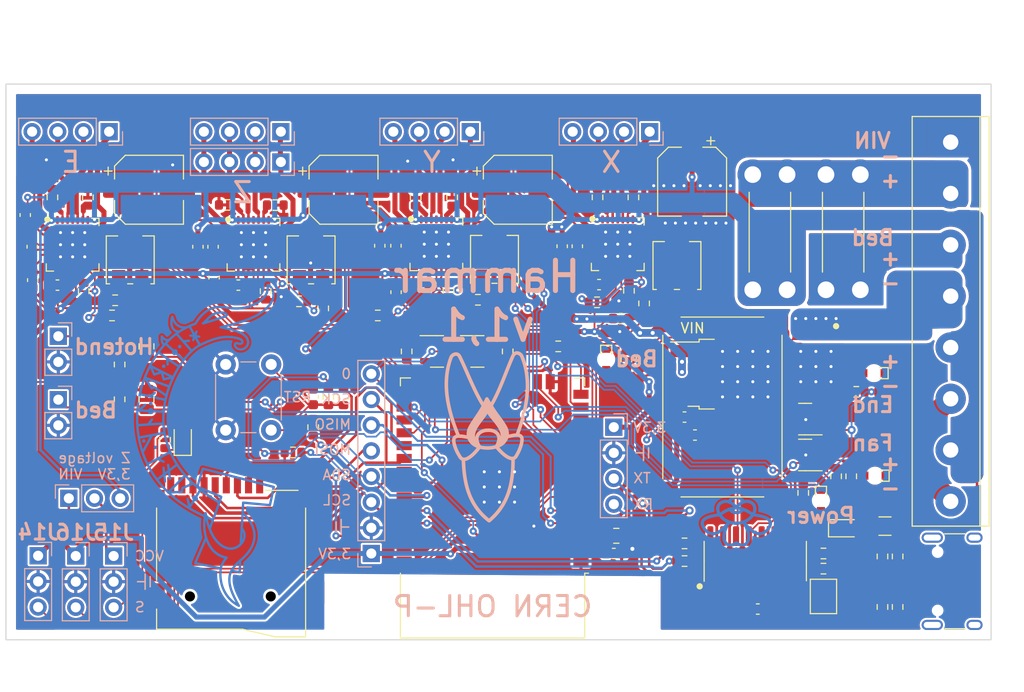
<source format=kicad_pcb>
(kicad_pcb (version 20211014) (generator pcbnew)
  (title_block (title "Hammar32"))
  (layers (0 "F.Cu" signal) (31 "B.Cu" signal) (34 "B.Paste" user) (35 "F.Paste" user) (36 "B.SilkS" user "B.Silkscreen") (37 "F.SilkS" user "F.Silkscreen") (38 "B.Mask" user) (39 "F.Mask" user) (44 "Edge.Cuts" user))
  (net 0 "")
  (net 1 "GND")
  (net 2 "Net-(C5-Pad1)")
  (net 3 "Net-(C7-Pad2)")
  (net 4 "+3.3V")
  (net 5 "Net-(C6-Pad1)")
  (net 6 "Net-(C7-Pad1)")
  (net 7 "Net-(C18-Pad1)")
  (net 8 "Net-(C8-Pad1)")
  (net 9 "Net-(C9-Pad1)")
  (net 10 "Net-(C9-Pad2)")
  (net 11 "RST")
  (net 12 "Net-(C10-Pad1)")
  (net 13 "Net-(C10-Pad2)")
  (net 14 "Net-(C11-Pad1)")
  (net 15 "Net-(C12-Pad1)")
  (net 16 "T-END")
  (net 17 "T-BED")
  (net 18 "Net-(C12-Pad2)")
  (net 19 "Net-(C15-Pad1)")
  (net 20 "Net-(C16-Pad1)")
  (net 21 "Net-(C17-Pad1)")
  (net 22 "Net-(D1-Pad2)")
  (net 23 "Net-(D2-Pad2)")
  (net 24 "Net-(D4-Pad2)")
  (net 25 "Net-(D5-Pad1)")
  (net 26 "Net-(D6-Pad2)")
  (net 27 "Net-(F3-Pad1)")
  (net 28 "Net-(C22-Pad2)")
  (net 29 "Net-(J3-PadA5)")
  (net 31 "Net-(J3-PadB5)")
  (net 32 "TX")
  (net 35 "RX")
  (net 36 "IO0")
  (net 37 "SS")
  (net 38 "SCK")
  (net 39 "MISO")
  (net 40 "SDA")
  (net 41 "SCL")
  (net 42 "MOSI")
  (net 43 "Net-(U7-Pad7)")
  (net 44 "Net-(U7-Pad8)")
  (net 46 "Net-(J15-Pad1)")
  (net 47 "D+")
  (net 48 "D-")
  (net 49 "Net-(J15-Pad3)")
  (net 50 "Net-(Q1-Pad1)")
  (net 51 "Net-(Q2-Pad1)")
  (net 52 "Net-(R1-Pad1)")
  (net 53 "X-MIN")
  (net 54 "Y-MIN")
  (net 55 "Z-MIN")
  (net 56 "END")
  (net 57 "BED")
  (net 58 "FAN")
  (net 59 "Net-(R4-Pad2)")
  (net 60 "Net-(R2-Pad2)")
  (net 61 "Net-(R3-Pad1)")
  (net 62 "E-EN")
  (net 63 "Net-(R5-Pad1)")
  (net 64 "Net-(R6-Pad2)")
  (net 65 "Net-(R7-Pad1)")
  (net 66 "Net-(R8-Pad2)")
  (net 67 "Net-(R9-Pad1)")
  (net 68 "Net-(R12-Pad1)")
  (net 69 "Net-(R16-Pad2)")
  (net 70 "Net-(R17-Pad2)")
  (net 71 "Net-(R18-Pad2)")
  (net 72 "Net-(R10-Pad1)")
  (net 73 "Net-(R11-Pad1)")
  (net 74 "Net-(R13-Pad2)")
  (net 75 "Net-(R14-Pad2)")
  (net 76 "Net-(R15-Pad2)")
  (net 77 "Net-(R19-Pad2)")
  (net 78 "Net-(R20-Pad2)")
  (net 79 "Net-(R38-Pad2)")
  (net 80 "Net-(RV1-Pad2)")
  (net 81 "Net-(RV2-Pad2)")
  (net 82 "Net-(RV3-Pad2)")
  (net 83 "Net-(RV4-Pad2)")
  (net 84 "X-2B")
  (net 86 "X-STP")
  (net 87 "X-DIR")
  (net 89 "X-1B")
  (net 90 "X-1A")
  (net 92 "X-2A")
  (net 93 "Y-STP")
  (net 94 "Y-DIR")
  (net 95 "Z-STP")
  (net 96 "Z-DIR")
  (net 97 "E-STP")
  (net 98 "E-DIR")
  (net 102 "Y-2B")
  (net 105 "Y-1B")
  (net 106 "Y-1A")
  (net 108 "Y-2A")
  (net 109 "Z-2B")
  (net 112 "Z-1B")
  (net 113 "Z-1A")
  (net 115 "Z-2A")
  (net 116 "E-2B")
  (net 117 "Net-(R39-Pad1)")
  (net 118 "Net-(R41-Pad1)")
  (net 119 "E-1B")
  (net 120 "E-1A")
  (net 121 "Net-(R42-Pad2)")
  (net 122 "E-2A")
  (net 123 "ENDCONN")
  (net 124 "BEDCONN-F")
  (net 125 "Net-(J1-Pad8)")
  (net 126 "VIN")
  (net 138 "+VDC")
  (net 139 "BEDCONN")
  (net 141 "RTS")
  (net 143 "DTR")
  (footprint "Potentiometer_SMD:Potentiometer_Bourns_3314J_Vertical" (layer "F.Cu") (at 139.405 83.112874 180)
    (fp_text reference "RV1" hide)
    (fp_text value "Potentiometer_10kΩ")
  )
  (footprint "Capacitor_SMD:C_0805_2012Metric" (layer "F.Cu") (at 104.965 91.722756 90)
    (fp_text reference "C21" hide)
    (fp_text value "10µF")
  )
  (footprint "Resistor_SMD:R_0603_1608Metric" (layer "F.Cu") (at 112.965 77.722756 180)
    (fp_text reference "R7" hide)
    (fp_text value "68mΩ")
  )
  (footprint "Resistor_SMD:R_0603_1608Metric" (layer "F.Cu") (at 106.805 100.972756 -90)
    (fp_text reference "R33" hide)
    (fp_text value "680Ω")
  )
  (footprint "Resistor_SMD:R_0603_1608Metric" (layer "F.Cu") (at 131.605 76.972756 90)
    (fp_text reference "R3" hide)
    (fp_text value "68mΩ")
  )
  (footprint "Package_TO_SOT_SMD:SOT-23" (layer "F.Cu") (at 170.155 102.472756 180)
    (fp_text reference "Q5" hide)
    (fp_text value "PMV40UN2R or equivalent")
  )
  (footprint "Resistor_SMD:R_0603_1608Metric" (layer "F.Cu") (at 177.805 112.512874 -90)
    (fp_text reference "R40" hide)
    (fp_text value "5,1kΩ")
  )
  (footprint "Resistor_SMD:R_0603_1608Metric" (layer "F.Cu") (at 101.865 87.162874)
    (fp_text reference "R14" hide)
    (fp_text value "20kΩ")
  )
  (footprint "Capacitor_SMD:C_0603_1608Metric" (layer "F.Cu") (at 128.055 81.762874 90)
    (fp_text reference "C6" hide)
    (fp_text value "100nF")
  )
  (footprint "Resistor_SMD:R_0603_1608Metric" (layer "F.Cu") (at 149.555 87.362874 180)
    (fp_text reference "R16" hide)
    (fp_text value "100kΩ")
  )
  (footprint "Package_DFN_QFN:QFN-28-1EP_5x5mm_P0.5mm_EP3.35x3.35mm" (layer "F.Cu") (at 133.655 81.612874)
    (fp_text reference "U1" hide)
    (fp_text value "A4988")
  )
  (footprint "Resistor_SMD:R_0603_1608Metric" (layer "F.Cu") (at 149.605 76.972756 90)
    (fp_text reference "R5" hide)
    (fp_text value "68mΩ")
  )
  (footprint "Resistor_SMD:R_0603_1608Metric" (layer "F.Cu") (at 134.855 86.222756 -90)
    (fp_text reference "R9" hide)
    (fp_text value "10kΩ")
  )
  (footprint "Resistor_SMD:R_0603_1608Metric" (layer "F.Cu") (at 119.465 102.222756 180)
    (fp_text reference "R34" hide)
    (fp_text value "10kΩ")
  )
  (footprint "DIY:8-VSONP (5x6)" (layer "F.Cu") (at 171.215 93.472756 90)
    (fp_text reference "Q3" hide)
    (fp_text value "TI CSD17310Q5A or equivalent")
  )
  (footprint "Capacitor_SMD:CP_Elec_6.3x4.9" (layer "F.Cu") (at 105.215 76.222756)
    (fp_text reference "C2" hide)
    (fp_text value "100µF")
  )
  (footprint "Resistor_SMD:R_0603_1608Metric" (layer "F.Cu") (at 158.215 112.972756 180)
    (fp_text reference "R41" hide)
    (fp_text value "1kΩ")
  )
  (footprint "Capacitor_SMD:C_0603_1608Metric" (layer "F.Cu") (at 149.755 85.612874)
    (fp_text reference "C16" hide)
    (fp_text value "220nF")
  )
  (footprint "Resistor_SMD:R_0603_1608Metric" (layer "F.Cu") (at 152.465 93.012874 -90)
    (fp_text reference "R24" hide)
    (fp_text value "1kΩ")
  )
  (footprint "Resistor_SMD:R_0603_1608Metric" (layer "F.Cu") (at 140.715 92.222756 -90)
    (fp_text reference "R23" hide)
    (fp_text value "10kΩ")
  )
  (footprint "Capacitor_SMD:C_0603_1608Metric" (layer "F.Cu") (at 121.465 96.722756 -90)
    (fp_text reference "C22" hide)
    (fp_text value "100nF")
  )
  (footprint "Resistor_SMD:R_0603_1608Metric" (layer "F.Cu") (at 173.215 104.582638 90)
    (fp_text reference "R35" hide)
    (fp_text value "10kΩ")
  )
  (footprint "Resistor_SMD:R_0603_1608Metric" (layer "F.Cu") (at 171.965 113.722756 180)
    (fp_text reference "R42" hide)
    (fp_text value "22Ω")
  )
  (footprint "Resistor_SMD:R_0603_1608Metric" (layer "F.Cu") (at 121.465 99.722756 -90)
    (fp_text reference "R32" hide)
    (fp_text value "10kΩ")
  )
  (footprint "Capacitor_SMD:CP_Elec_6.3x4.9" (layer "F.Cu") (at 158.965 75.422756 -90)
    (fp_text reference "C1" hide)
    (fp_text value "100µF")
  )
  (footprint "Capacitor_SMD:C_0805_2012Metric" (layer "F.Cu") (at 104.965 96.972756 90)
    (fp_text reference "C23" hide)
    (fp_text value "10µF")
  )
  (footprint "Resistor_SMD:R_0603_1608Metric" (layer "F.Cu") (at 145.715 91.722756)
    (fp_text reference "R21" hide)
    (fp_text value "10kΩ")
  )
  (footprint "Resistor_SMD:R_0603_1608Metric" (layer "F.Cu") (at 175.215 96.222756 180)
    (fp_text reference "R27" hide)
    (fp_text value "10kΩ")
  )
  (footprint "DIY:mini fuse sep" (layer "F.Cu") (at 173.965 80.472756 -90)
    (fp_text reference "F2" hide)
    (fp_text value "15A Mini fuse + Keystone 3557 fuse holders, or equivalent")
  )
  (footprint "Capacitor_SMD:C_0603_1608Metric" (layer "F.Cu") (at 132.155 85.612874)
    (fp_text reference "C15" hide)
    (fp_text value "220nF")
  )
  (footprint "Resistor_SMD:R_0603_1608Metric" (layer "F.Cu") (at 102.305 96.962874 90)
    (fp_text reference "R31" hide)
    (fp_text value "4,7kΩ")
  )
  (footprint "Capacitor_SMD:C_0603_1608Metric" (layer "F.Cu") (at 151.915 88.972756 180)
    (fp_text reference "C20" hide)
    (fp_text value "220nF")
  )
  (footprint "Resistor_SMD:R_0603_1608Metric" (layer "F.Cu") (at 102.305 93.512874 -90)
    (fp_text reference "R26" hide)
    (fp_text value "4,7kΩ")
  )
  (footprint "Resistor_SMD:R_0603_1608Metric" (layer "F.Cu") (at 101.555 88.662874 180)
    (fp_text reference "R19" hide)
    (fp_text value "100kΩ")
  )
  (footprint "Diode_SMD:D_SOD-323" (layer "F.Cu") (at 173.965 109.722756)
    (fp_text reference "D6" hide)
    (fp_text value "USB protection diode, >500mA 24V")
  )
  (footprint "Package_DFN_QFN:QFN-28-1EP_5x5mm_P0.5mm_EP3.35x3.35mm" (layer "F.Cu") (at 97.655 81.662874)
    (fp_text reference "U3" hide)
    (fp_text value "A4988")
  )
  (footprint "Resistor_SMD:R_0603_1608Metric" (layer "F.Cu") (at 99.165 76.972756 -90)
    (fp_text reference "R2" hide)
    (fp_text value "68mΩ")
  )
  (footprint "DIY:LED 0603 reverse mount" (layer "F.Cu") (at 176.965 94.372756 180)
    (fp_text reference "D2" hide)
    (fp_text value "LED_Small")
  )
  (footprint "Resistor_SMD:R_0603_1608Metric" (layer "F.Cu") (at 98.755 86.262874 -90)
    (fp_text reference "R11" hide)
    (fp_text value "10kΩ")
  )
  (footprint "Capacitor_SMD:C_0603_1608Metric" (layer "F.Cu") (at 96.155 85.662874)
    (fp_text reference "C17" hide)
    (fp_text value "220nF")
  )
  (footprint "Capacitor_SMD:C_0603_1608Metric" (layer "F.Cu") (at 147.605 81.812874 -90)
    (fp_text reference "C9" hide)
    (fp_text value "100nF")
  )
  (footprint "Resistor_SMD:R_0603_1608Metric" (layer "F.Cu") (at 152.715 86.222756 -90)
    (fp_text reference "R10" hide)
    (fp_text value "10kΩ")
  )
  (footprint "Potentiometer_SMD:Potentiometer_Bourns_3314J_Vertical" (layer "F.Cu") (at 103.355 83.162874 180)
    (fp_text reference "RV2" hide)
    (fp_text value "Potentiometer_10kΩ")
  )
  (footprint "Capacitor_SMD:CP_Elec_6.3x4.9" (layer "F.Cu") (at 124.465 76.222756)
    (fp_text reference "C3" hide)
    (fp_text value "100µF")
  )
  (footprint "Resistor_SMD:R_0603_1608Metric" (layer "F.Cu") (at 130.715 92.222756 90)
    (fp_text reference "R22" hide)
    (fp_text value "10kΩ")
  )
  (footprint "Capacitor_SMD:C_0603_1608Metric" (layer "F.Cu") (at 165.465 117.722756 180)
    (fp_text reference "C28" hide)
    (fp_text value "100nF")
  )
  (footprint "Capacitor_SMD:C_0603_1608Metric" (layer "F.Cu") (at 159.25 100.5 180)
    (fp_text reference "C25" hide)
    (fp_text value "330nF")
  )
  (footprint "Resistor_SMD:R_0603_1608Metric" (layer "F.Cu") (at 95.655 76.972756 90)
    (fp_text reference "R1" hide)
    (fp_text value "68mΩ")
  )
  (footprint "Capacitor_SMD:C_0603_1608Metric" (layer "F.Cu") (at 110.055 81.862874 90)
    (fp_text reference "C11" hide)
    (fp_text value "100nF")
  )
  (footprint "Package_DFN_QFN:QFN-28-1EP_5x5mm_P0.5mm_EP3.35x3.35mm" (layer "F.Cu") (at 151.605 81.612874)
    (fp_text reference "U2" hide)
    (fp_text value "A4988")
  )
  (footprint "DIY:LED 0603 reverse mount" (layer "F.Cu") (at 171.715 106.972756 -90)
    (fp_text reference "D5" hide)
    (fp_text value "LED_Small")
  )
  (footprint "Resistor_SMD:R_0603_1608Metric" (layer "F.Cu") (at 135.215 76.972756 -90)
    (fp_text reference "R4" hide)
    (fp_text value "68mΩ")
  )
  (footprint "DIY:mini BUCK" (layer "F.Cu") (at 161.965 97.722756)
    (fp_text reference "U5" hide)
    (fp_text value "DPAK 3,3v linear regulator + caps OR mini buck converter")
  )
  (footprint "Resistor_SMD:R_0603_1608Metric" (layer "F.Cu") (at 179.305 117.512874 -90)
    (fp_text reference "RV6" hide)
    (fp_text value "ESD varistor, optional")
  )
  (footprint "Diode_SMD:D_SOD-323" (layer "F.Cu") (at 108.555 101.012874 90)
    (fp_text reference "D3" hide)
    (fp_text value "Zener_~3,3v")
  )
  (footprint "Resistor_SMD:R_0603_1608Metric" (layer "F.Cu") (at 122.965 96.722756 -90)
    (fp_text reference "R29" hide)
    (fp_text value "1kΩ")
  )
  (footprint "Resistor_SMD:R_0603_1608Metric" (layer "F.Cu") (at 177.805 117.512874 -90)
    (fp_text reference "R43" hide)
    (fp_text value "5,1kΩ")
  )
  (footprint "Capacitor_SMD:C_0603_1608Metric" (layer "F.Cu") (at 151.215 112.222756)
    (fp_text reference "C27" hide)
    (fp_text value "100nF")
  )
  (footprint "Resistor_SMD:R_0603_1608Metric" (layer "F.Cu") (at 153.965 93.012874 -90)
    (fp_text reference "R25" hide)
    (fp_text value "10kΩ")
  )
  (footprint "Connector_USB:USB_C_Receptacle_HRO_TYPE-C-31-M-12" (layer "F.Cu") (at 185.865 114.972756 90)
    (fp_text reference "J3" hide)
    (fp_text value "USB_C_Receptacle_USB2.0")
  )
  (footprint "Capacitor_SMD:CP_Elec_6.3x4.9" (layer "F.Cu") (at 141.715 76.222756)
    (fp_text reference "C4" hide)
    (fp_text value "100µF")
  )
  (footprint "Capacitor_SMD:C_0603_1608Metric" (layer "F.Cu") (at 158.215 98.722756)
    (fp_text reference "C24" hide)
    (fp_text value "100nF")
  )
  (footprint "Resistor_SMD:R_0603_1608Metric" (layer "F.Cu") (at 124.465 96.722756 -90)
    (fp_text reference "R30" hide)
    (fp_text value "10kΩ")
  )
  (footprint "Resistor_SMD:R_0603_1608Metric" (layer "F.Cu") (at 122.455 87.962874 90)
    (fp_text reference "R18" hide)
    (fp_text value "100kΩ")
  )
  (footprint "RF_Module:ESP32-WROOM-32" (layer "F.Cu") (at 139.215 104.727756 180)
    (fp_text reference "U6" hide)
    (fp_text value "ESP32-WROOM-32E")
  )
  (footprint "Capacitor_SMD:C_0603_1608Metric" (layer "F.Cu") (at 93.705 85.162874 -90)
    (fp_text reference "C14" hide)
    (fp_text value "220nF")
  )
  (footprint "Resistor_SMD:R_0603_1608Metric" (layer "F.Cu") (at 153.155 76.972756 -90)
    (fp_text reference "R6" hide)
    (fp_text value "68mΩ")
  )
  (footprint "Capacitor_SMD:C_0603_1608Metric" (layer "F.Cu") (at 114.055 85.662874)
    (fp_text reference "C18" hide)
    (fp_text value "220nF")
  )
  (footprint "Capacitor_SMD:C_0603_1608Metric" (layer "F.Cu") (at 129.655 81.762874 -90)
    (fp_text reference "C7" hide)
    (fp_text value "100nF")
  )
  (footprint "DIY:LED 0603 reverse mount" (layer "F.Cu") (at 177.065 104.522756 180)
    (fp_text reference "D4" hide)
    (fp_text value "LED_Small")
  )
  (footprint "DIY:microSD" (layer "F.Cu") (at 113.965 111.972756)
    (fp_text reference "J2" hide)
    (fp_text value "Micro_SD_Holder")
  )
  (footprint "Resistor_SMD:R_0603_1608Metric" (layer "F.Cu") (at 127.855 88.662874)
    (fp_text reference "R20" hide)
    (fp_text value "100kΩ")
  )
  (footprint "DIY:resonator_3,2x1,3" (layer "F.Cu") (at 171.965 116.472756 90)
    (fp_text reference "Y1" hide)
    (fp_text value "Resonator_12mhz")
  )
  (footprint "Fuse:Fuse_1206_3216Metric" (layer "F.Cu") (at 178.055 109.512874 180)
    (fp_text reference "F3" hide)
    (fp_text value "Polyfuse 500mA")
  )
  (footprint "Package_TO_SOT_SMD:SOT-23" (layer "F.Cu") (at 137.715 92.222756)
    (fp_text reference "Q2" hide)
    (fp_text value "S9014 or equivalent")
  )
  (footprint "Capacitor_SMD:C_0805_2012Metric" (layer "F.Cu") (at 151.465 110.472756)
    (fp_text reference "C26" hide)
    (fp_text value "10µF")
  )
  (footprint "Capacitor_SMD:C_0603_1608Metric" (layer "F.Cu") (at 111.555 81.862874 -90)
    (fp_text reference "C12" hide)
    (fp_text value "100nF")
  )
  (footprint "TerminalBlock:TerminalBlock_bornier-6_P5.08mm" (layer "F.Cu") (at 184.555 71.512874 -90)
    (fp_text reference "J1" hide)
    (fp_text value "8x screw terminal, 5,08mm spacing. rated for >20A")
  )
  (footprint "Resistor_SMD:R_0603_1608Metric" (layer "F.Cu") (at 154.215 87.472756 -90)
    (fp_text reference "R17" hide)
    (fp_text value "20kΩ")
  )
  (footprint "Capacitor_SMD:C_0603_1608Metric" (layer "F.Cu") (at 92.965 78.722756 90)
    (fp_text reference "C5" hide)
    (fp_text value "100nF")
  )
  (footprint "Capacitor_SMD:C_0603_1608Metric" (layer "F.Cu") (at 111.655 84.912874 -90)
    (fp_text reference "C13" hide)
    (fp_text value "220nF")
  )
  (footprint "Potentiometer_SMD:Potentiometer_Bourns_3314J_Vertical" (layer "F.Cu") (at 157.465 83.722756 180)
    (fp_text reference "RV4" hide)
    (fp_text value "Potentiometer_10kΩ")
  )
  (footprint "Resistor_SMD:R_0603_1608Metric" (layer "F.Cu") (at 117.715 77.742756 180)
    (fp_text reference "R8" hide)
    (fp_text value "68mΩ")
  )
  (footprint "Package_TO_SOT_SMD:SOT-23" (layer "F.Cu") (at 170.155 98.922756 180)
    (fp_text reference "Q4" hide)
    (fp_text value "PMV40UN2R or equivalent")
  )
  (footprint "Package_SO:SOIC-16_3.9x9.9mm_P1.27mm" (layer "F.Cu") (at 165.215 112.972756 90)
    (fp_text reference "U7" hide)
    (fp_text value "CH340G")
  )
  (footprint "Resistor_SMD:R_0603_1608Metric" (layer "F.Cu") (at 116.755 86.262874 -90)
    (fp_text reference "R12" hide)
    (fp_text value "10kΩ")
  )
  (footprint "DIY:mini fuse sep" (layer "F.Cu") (at 166.715 80.472756 -90)
    (fp_text reference "F1" hide)
    (fp_text value "25A Mini fuse + Keystone 3557 fuse holders, or equivalent")
  )
  (footprint "Package_TO_SOT_SMD:SOT-23" (layer "F.Cu") (at 133.715 92.222756)
    (fp_text reference "Q1" hide)
    (fp_text value "S9014 or equivalent")
  )
  (footprint "Capacitor_SMD:C_0603_1608Metric" (layer "F.Cu") (at 146.105 81.812874 90)
    (fp_text reference "C8" hide)
    (fp_text value "100nF")
  )
  (footprint "Capacitor_SMD:C_0603_1608Metric" (layer "F.Cu") (at 129.665 86.362874 -90)
    (fp_text reference "C19" hide)
    (fp_text value "220nF")
  )
  (footprint "Capacitor_SMD:C_0603_1608Metric" (layer "F.Cu") (at 93.655 81.862874 -90)
    (fp_text reference "C10" hide)
    (fp_text value "100nF")
  )
  (footprint "Resistor_SMD:R_0603_1608Metric" (layer "F.Cu") (at 179.305 112.512874 90)
    (fp_text reference "RV5" hide)
    (fp_text value "ESD varistor, optional")
  )
  (footprint "Resistor_SMD:R_0603_1608Metric" (layer "F.Cu") (at 120.055 87.262874)
    (fp_text reference "R15" hide)
    (fp_text value "20kΩ")
  )
  (footprint "Potentiometer_SMD:Potentiometer_Bourns_3314J_Vertical" (layer "F.Cu") (at 121.255 83.162874 180)
    (fp_text reference "RV3" hide)
    (fp_text value "Potentiometer_10kΩ")
  )
  (footprint "Resistor_SMD:R_0603_1608Metric" (layer "F.Cu") (at 137.765 87.112874)
    (fp_text reference "R13" hide)
    (fp_text value "20kΩ")
  )
  (footprint "Resistor_SMD:R_0603_1608Metric" (layer "F.Cu") (at 178.215 96.222756)
    (fp_text reference "R28" hide)
    (fp_text value "1kΩ")
  )
  (footprint "Package_DFN_QFN:QFN-28-1EP_5x5mm_P0.5mm_EP3.35x3.35mm" (layer "F.Cu") (at 115.555 81.662874)
    (fp_text reference "U4" hide)
    (fp_text value "A4988")
  )
  (footprint "Resistor_SMD:R_0603_1608Metric" (layer "F.Cu") (at 171.965 112.222756)
    (fp_text reference "R39" hide)
    (fp_text value "22Ω")
  )
  (footprint "Resistor_SMD:R_0603_1608Metric" (layer "F.Cu") (at 174.715 104.582638 -90)
    (fp_text reference "R36" hide)
    (fp_text value "1kΩ")
  )
  (footprint "Resistor_SMD:R_0603_1608Metric" (layer "F.Cu") (at 169.965 106.222756 90)
    (fp_text reference "R37" hide)
    (fp_text value "1kΩ")
  )
  (footprint "DIY:LED 0603 reverse mount" (layer "F.Cu") (at 150.465 93.012874 -90)
    (fp_text reference "D1" hide)
    (fp_text value "LED_Small")
  )
  (footprint "Resistor_SMD:R_0603_1608Metric" (layer "F.Cu") (at 158.215 111.222756)
    (fp_text reference "R38" hide)
    (fp_text value "1kΩ")
  )
  (footprint "Connector_PinHeader_2.54mm:PinHeader_1x03_P2.54mm_Vertical" (layer "B.Cu") (at 97.965 112.472756 180)
    (fp_text reference "J16")
    (fp_text value "1x3")
  )
  (footprint "Connector_PinHeader_2.54mm:PinHeader_1x02_P2.54mm_Vertical" (layer "B.Cu") (at 96.24 90.722756 180)
    (fp_text reference "J9" hide)
    (fp_text value "1x2")
  )
  (footprint "LOGO" (layer "B.Cu") (at 138.922483 100.642756 -177)
    (fp_text reference "G***" hide)
    (fp_text value "LOGO" hide)
  )
  (footprint "LOGO" (layer "B.Cu") (at 110.805 101.512874 180)
    (fp_text reference "G***" hide)
    (fp_text value "LOGO" hide)
  )
  (footprint "Button_Switch_THT:SW_PUSH_6mm" (layer "B.Cu") (at 117.305 100.012874 90)
    (fp_text reference "SW1" hide)
    (fp_text value "SW_MEC_5G")
  )
  (footprint "Connector_PinHeader_2.54mm:PinHeader_1x04_P2.54mm_Vertical" (layer "B.Cu") (at 137.015 70.472756 90)
    (fp_text reference "J5" hide)
    (fp_text value "1x4")
  )
  (footprint "Connector_PinHeader_2.54mm:PinHeader_1x08_P2.54mm_Vertical" (layer "B.Cu") (at 127.215 112.222756)
    (fp_text reference "J13" hide)
    (fp_text value "1x8")
  )
  (footprint "Connector_PinHeader_2.54mm:PinHeader_1x04_P2.54mm_Vertical" (layer "B.Cu") (at 118.265 70.472756 90)
    (fp_text reference "J6" hide)
    (fp_text value "1x4")
  )
  (footprint "Connector_PinHeader_2.54mm:PinHeader_1x04_P2.54mm_Vertical" (layer "B.Cu") (at 151.215 99.722756 180)
    (fp_text reference "J11" hide)
    (fp_text value "1x4")
  )
  (footprint "Connector_PinHeader_2.54mm:PinHeader_1x04_P2.54mm_Vertical" (layer "B.Cu") (at 101.265 70.472756 90)
    (fp_text reference "J7" hide)
    (fp_text value "1x4")
  )
  (footprint "Connector_PinHeader_2.54mm:PinHeader_1x04_P2.54mm_Vertical" (layer "B.Cu") (at 118.265 73.472756 90)
    (fp_text reference "J8" hide)
    (fp_text value "1x4")
  )
  (footprint "Connector_PinHeader_2.54mm:PinHeader_1x03_P2.54mm_Vertical" (layer "B.Cu") (at 94.24 112.447756 180)
    (fp_text reference "J14")
    (fp_text value "1x3")
  )
  (footprint "Connector_PinHeader_2.54mm:PinHeader_1x03_P2.54mm_Vertical" (layer "B.Cu") (at 101.715 112.472756 180)
    (fp_text reference "J15")
    (fp_text value "1x3")
  )
  (footprint "Connector_PinHeader_2.54mm:PinHeader_1x04_P2.54mm_Vertical" (layer "B.Cu") (at 154.765 70.472756 90)
    (fp_text reference "J4" hide)
    (fp_text value "1x4")
  )
  (footprint "Connector_PinHeader_2.54mm:PinHeader_1x03_P2.54mm_Vertical" (layer "B.Cu") (at 97.28 106.762874 -90)
    (fp_text reference "J12" hide)
    (fp_text value "1x3")
  )
  (footprint "Connector_PinHeader_2.54mm:PinHeader_1x02_P2.54mm_Vertical" (layer "B.Cu") (at 96.24 97 180)
    (fp_text reference "J10" hide)
    (fp_text value "1x2")
  )
  (gr_line (start 164.437637 111.116945) (end 164.477343 111.047409) (layer "B.Cu") (width 0.3))
  (gr_line (start 162.243663 108.917816) (end 162.183417 108.878705) (layer "B.Cu") (width 0.3))
  (gr_line (start 163.811943 106.813028) (end 163.790055 106.797672) (layer "B.Cu") (width 0.3))
  (gr_line (start 162.304815 108.954664) (end 162.243663 108.917816) (layer "B.Cu") (width 0.3))
  (gr_line (start 162.522191 111.349095) (end 162.458282 111.318198) (layer "B.Cu") (width 0.3))
  (gr_line (start 163.505812 107.72408) (end 163.590522 107.736579) (layer "B.Cu") (width 0.3))
  (gr_line (start 163.750732 108.077472) (end 163.71197 108.098753) (layer "B.Cu") (width 0.3))
  (gr_line (start 162.24586 111.116945) (end 162.205939 111.047409) (layer "B.Cu") (width 0.3))
  (gr_line (start 162.798406 107.971484) (end 162.829468 108.000895) (layer "B.Cu") (width 0.3))
  (gr_line (start 164.865109 107.205578) (end 164.813294 107.173544) (layer "B.Cu") (width 0.3))
  (gr_line (start 160.674497 108.587878) (end 160.854467 108.536959) (layer "B.Cu") (width 0.3))
  (gr_line (start 164.497969 108.878705) (end 164.557218 108.837099) (layer "B.Cu") (width 0.3))
  (gr_line (start 161.544514 108.06702) (end 161.524163 107.991586) (layer "B.Cu") (width 0.3))
  (gr_line (start 161.826444 109.942881) (end 161.747794 110.001606) (layer "B.Cu") (width 0.3))
  (gr_line (start 160.379494 109.998272) (end 160.281822 109.906032) (layer "B.Cu") (width 0.3))
  (gr_line (start 162.732234 111.394557) (end 162.659643 111.387313) (layer "B.Cu") (width 0.3))
  (gr_line (start 164.642322 107.101063) (end 164.581011 107.085179) (layer "B.Cu") (width 0.3))
  (gr_line (start 163.874908 106.865713) (end 163.854389 106.847011) (layer "B.Cu") (width 0.3))
  (gr_line (start 163.34069 109.226809) (end 163.290956 109.226026) (layer "B.Cu") (width 0.3))
  (gr_line (start 163.675701 107.75171) (end 163.760172 107.76941) (layer "B.Cu") (width 0.3))
  (gr_line (start 162.458282 111.318198) (end 162.398218 111.279496) (layer "B.Cu") (width 0.3))
  (gr_line (start 164.285917 111.279496) (end 164.34145 111.233027) (layer "B.Cu") (width 0.3))
  (gr_line (start 163.011931 107.33635) (end 163.059062 107.374184) (layer "B.Cu") (width 0.3))
  (gr_line (start 162.227704 109.939931) (end 162.282451 109.788831) (layer "B.Cu") (width 0.3))
  (gr_line (start 161.584027 110.106434) (end 161.499179 110.151078) (layer "B.Cu") (width 0.3))
  (gr_line (start 163.276721 108.17436) (end 163.341839 108.177279) (layer "B.Cu") (width 0.3))
  (gr_line (start 164.095256 111.372146) (end 164.162346 111.349095) (layer "B.Cu") (width 0.3))
  (gr_line (start 164.019568 107.061347) (end 164.003563 107.032068) (layer "B.Cu") (width 0.3))
  (gr_line (start 163.670344 108.117733) (end 163.625522 108.134305) (layer "B.Cu") (width 0.3))
  (gr_line (start 164.554439 110.349759) (end 164.531068 110.220435) (layer "B.Cu") (width 0.3))
  (gr_line (start 162.145251 110.885547) (end 162.125436 110.793298) (layer "B.Cu") (width 0.3))
  (gr_line (start 162.342476 111.233027) (end 162.291531 111.17883) (layer "B.Cu") (width 0.3))
  (gr_line (start 164.782398 108.641137) (end 164.835278 108.583609) (layer "B.Cu") (width 0.3))
  (gr_line (start 161.571729 108.144385) (end 161.544514 108.06702) (layer "B.Cu") (width 0.3))
  (gr_line (start 165.149526 107.586249) (end 165.129017 107.527695) (layer "B.Cu") (width 0.3))
  (gr_line (start 162.360349 107.066234) (end 162.427759 107.073248) (layer "B.Cu") (width 0.3))
  (gr_line (start 163.342465 107.707241) (end 163.262074 107.714279) (layer "B.Cu") (width 0.3))
  (gr_line (start 166.639137 109.541912) (end 166.668929 109.464162) (layer "B.Cu") (width 0.3))
  (gr_line (start 163.648338 111.34352) (end 163.725736 111.36836) (layer "B.Cu") (width 0.3))
  (gr_line (start 165.26866 110.18957) (end 165.356966 110.22118) (layer "B.Cu") (width 0.3))
  (gr_line (start 163.342516 107.707241) (end 163.342515 107.707241) (layer "B.Cu") (width 0.3))
  (gr_line (start 161.499179 110.151078) (end 161.412534 110.18957) (layer "B.Cu") (width 0.3))
  (gr_line (start 162.704282 109.136066) (end 162.620934 109.113015) (layer "B.Cu") (width 0.3))
  (gr_line (start 162.677623 107.03192) (end 162.694267 107.003988) (layer "B.Cu") (width 0.3))
  (gr_line (start 160.364876 108.711683) (end 160.510656 108.645838) (layer "B.Cu") (width 0.3))
  (gr_line (start 163.191883 111.269446) (end 163.114785 111.310562) (layer "B.Cu") (width 0.3))
  (gr_line (start 162.366781 108.989479) (end 162.304815 108.954664) (layer "B.Cu") (width 0.3))
  (gr_line (start 164.332649 109.63055) (end 164.254439 109.465127) (layer "B.Cu") (width 0.3))
  (gr_line (start 159.972183 109.252431) (end 159.974447 109.188675) (layer "B.Cu") (width 0.3))
  (gr_line (start 164.531068 110.220435) (end 164.497678 110.083812) (layer "B.Cu") (width 0.3))
  (gr_line (start 164.701644 107.121166) (end 164.642322 107.101063) (layer "B.Cu") (width 0.3))
  (gr_line (start 163.439356 109.22417) (end 163.487518 109.221289) (layer "B.Cu") (width 0.3))
  (gr_line (start 164.060465 109.113015) (end 164.12476 109.084029) (layer "B.Cu") (width 0.3))
  (gr_line (start 162.127478 110.349759) (end 162.150693 110.220435) (layer "B.Cu") (width 0.3))
  (gr_line (start 164.049601 107.124416) (end 164.03492 107.092117) (layer "B.Cu") (width 0.3))
  (gr_line (start 163.570883 111.310562) (end 163.648338 111.34352) (layer "B.Cu") (width 0.3))
  (gr_line (start 163.236547 106.673034) (end 163.289811 106.666874) (layer "B.Cu") (width 0.3))
  (gr_line (start 163.853147 108.000895) (end 163.820989 108.028435) (layer "B.Cu") (width 0.3))
  (gr_line (start 163.448703 106.674816) (end 163.396393 106.667897) (layer "B.Cu") (width 0.3))
  (gr_line (start 163.468564 108.168496) (end 163.407643 108.17436) (layer "B.Cu") (width 0.3))
  (gr_line (start 163.986925 107.004243) (end 163.969674 106.977834) (layer "B.Cu") (width 0.3))
  (gr_line (start 160.135218 108.870398) (end 160.184291 108.827078) (layer "B.Cu") (width 0.3))
  (gr_line (start 164.314608 108.989479) (end 164.376572 108.954664) (layer "B.Cu") (width 0.3))
  (gr_line (start 163.007462 107.75171) (end 162.922323 107.76941) (layer "B.Cu") (width 0.3))
  (gr_line (start 160.239086 108.786255) (end 160.299362 108.747825) (layer "B.Cu") (width 0.3))
  (gr_line (start 163.23392 107.550041) (end 163.272744 107.600057) (layer "B.Cu") (width 0.3))
  (gr_line (start 163.342515 107.707241) (end 163.342515 107.707241) (layer "B.Cu") (width 0.3))
  (gr_line (start 163.941715 107.907477) (end 163.913178 107.940309) (layer "B.Cu") (width 0.3))
  (gr_line (start 163.854389 106.847011) (end 163.833394 106.829461) (layer "B.Cu") (width 0.3))
  (gr_line (start 166.709014 109.252431) (end 166.706749 109.188675) (layer "B.Cu") (width 0.3))
  (gr_line (start 161.143173 110.260835) (end 161.050694 110.267421) (layer "B.Cu") (width 0.3))
  (gr_line (start 163.407643 108.17436) (end 163.341869 108.177279) (layer "B.Cu") (width 0.3))
  (gr_line (start 163.577172 108.148361) (end 163.524963 108.159794) (layer "B.Cu") (width 0.3))
  (gr_line (start 164.936297 108.456697) (end 164.984251 108.386852) (layer "B.Cu") (width 0.3))
  (gr_line (start 162.933276 108.077472) (end 162.97244 108.098753) (layer "B.Cu") (width 0.3))
  (gr_line (start 166.690345 109.390069) (end 166.703626 109.319527) (layer "B.Cu") (width 0.3))
  (gr_line (start 164.728059 108.695019) (end 164.782398 108.641137) (layer "B.Cu") (width 0.3))
  (gr_line (start 164.117676 107.102218) (end 164.049685 107.124416) (layer "B.Cu") (width 0.3))
  (gr_line (start 162.241477 108.039026) (end 162.179834 108.073466) (layer "B.Cu") (width 0.3))
  (gr_line (start 160.000968 109.070765) (end 160.024741 109.0164) (layer "B.Cu") (width 0.3))
  (gr_line (start 165.073822 107.419388) (end 165.03965 107.369876) (layer "B.Cu") (width 0.3))
  (gr_line (start 162.109245 110.586358) (end 162.11382 110.471747) (layer "B.Cu") (width 0.3))
  (gr_line (start 162.365831 107.974028) (end 162.30347 108.005858) (layer "B.Cu") (width 0.3))
  (gr_line (start 162.770511 107.184752) (end 162.818581 107.210009) (layer "B.Cu") (width 0.3))
  (gr_line (start 164.477343 111.047409) (end 164.510824 110.970264) (layer "B.Cu") (width 0.3))
  (gr_line (start 162.875174 109.176573) (end 162.78893 109.157383) (layer "B.Cu") (width 0.3))
  (gr_line (start 163.894931 106.885606) (end 163.874908 106.865713) (layer "B.Cu") (width 0.3))
  (gr_line (start 166.589089 108.916322) (end 166.545978 108.870398) (layer "B.Cu") (width 0.3))
  (gr_line (start 161.697117 108.386852) (end 161.697117 108.386852) (layer "B.Cu") (width 0.3))
  (gr_line (start 164.835278 108.583609) (end 164.886608 108.522206) (layer "B.Cu") (width 0.3))
  (gr_line (start 163.958362 107.162056) (end 163.911169 107.184752) (layer "B.Cu") (width 0.3))
  (gr_line (start 163.551447 106.695125) (end 163.50044 106.683792) (layer "B.Cu") (width 0.3))
  (gr_line (start 161.234397 110.245178) (end 161.143173 110.260835) (layer "B.Cu") (width 0.3))
  (gr_line (start 164.564865 109.682929) (end 164.704596 109.816456) (layer "B.Cu") (width 0.3))
  (gr_line (start 165.001436 107.323618) (end 164.959437 107.280736) (layer "B.Cu") (width 0.3))
  (gr_line (start 163.342458 107.707241) (end 163.342465 107.707241) (layer "B.Cu") (width 0.3))
  (gr_line (start 162.867052 107.237814) (end 162.915631 107.268149) (layer "B.Cu") (width 0.3))
  (gr_line (start 166.553458 109.708803) (end 166.600727 109.623424) (layer "B.Cu") (width 0.3))
  (gr_line (start 162.829468 108.000895) (end 162.862096 108.028435) (layer "B.Cu") (width 0.3))
  (gr_line (start 163.50044 106.683792) (end 163.448703 106.674816) (layer "B.Cu") (width 0.3))
  (gr_line (start 159.974447 109.188675) (end 159.984123 109.128155) (layer "B.Cu") (width 0.3))
  (gr_line (start 161.503025 107.846988) (end 161.501725 107.778065) (layer "B.Cu") (width 0.3))
  (gr_line (start 166.399375 109.906032) (end 166.497089 109.798156) (layer "B.Cu") (width 0.3))
  (gr_line (start 162.49173 107.914649) (end 162.428578 107.943603) (layer "B.Cu") (width 0.3))
  (gr_line (start 160.012268 109.464162) (end 159.990852 109.390069) (layer "B.Cu") (width 0.3))
  (gr_line (start 164.377904 108.005858) (end 164.439896 108.039026) (layer "B.Cu") (width 0.3))
  (gr_line (start 163.450728 107.550041) (end 163.412081 107.600057) (layer "B.Cu") (width 0.3))
  (gr_line (start 162.205939 111.047409) (end 162.172244 110.970264) (layer "B.Cu") (width 0.3))
  (gr_line (start 163.760172 107.76941) (end 163.842758 107.789613) (layer "B.Cu") (width 0.3))
  (gr_line (start 165.446798 110.245178) (end 165.538021 110.260835) (layer "B.Cu") (width 0.3))
  (gr_line (start 166.497089 109.798156) (end 166.497089 109.798156) (layer "B.Cu") (width 0.3))
  (gr_line (start 163.969674 106.977834) (end 163.95183 106.952803) (layer "B.Cu") (width 0.3))
  (gr_line (start 161.936399 108.222627) (end 161.816312 108.303121) (layer "B.Cu") (width 0.3))
  (gr_line (start 163.309022 107.652462) (end 163.342458 107.707241) (layer "B.Cu") (width 0.3))
  (gr_line (start 165.630501 110.267421) (end 165.724103 110.264207) (layer "B.Cu") (width 0.3))
  (gr_line (start 163.342916 111.162584) (end 163.417698 111.220133) (layer "B.Cu") (width 0.3))
  (gr_line (start 164.34145 111.233027) (end 164.392181 111.17883) (layer "B.Cu") (width 0.3))
  (gr_line (start 164.189638 107.914649) (end 164.252793 107.943603) (layer "B.Cu") (width 0.3))
  (gr_line (start 161.767441 107.241349) (end 161.816241 107.205578) (layer "B.Cu") (width 0.3))
  (gr_line (start 163.340687 109.226809) (end 163.390425 109.226026) (layer "B.Cu") (width 0.3))
  (gr_line (start 162.428578 107.943603) (end 162.365831 107.974028) (layer "B.Cu") (width 0.3))
  (gr_line (start 162.227905 107.066547) (end 162.293645 107.064041) (layer "B.Cu") (width 0.3))
  (gr_line (start 163.92228 107.812256) (end 163.960524 107.824472) (layer "B.Cu") (width 0.3))
  (gr_line (start 164.557217 110.793298) (end 164.569179 110.693555) (layer "B.Cu") (width 0.3))
  (gr_line (start 160.055202 108.964954) (end 160.092108 108.916322) (layer "B.Cu") (width 0.3))
  (gr_line (start 165.538021 110.260835) (end 165.630501 110.267421) (layer "B.Cu") (width 0.3))
  (gr_line (start 162.683793 107.837273) (end 162.619319 107.861418) (layer "B.Cu") (width 0.3))
  (gr_line (start 160.476989 110.075605) (end 160.379494 109.998272) (layer "B.Cu") (width 0.3))
  (gr_line (start 162.89161 106.795667) (end 162.936866 106.767715) (layer "B.Cu") (width 0.3))
  (gr_line (start 164.253591 107.073248) (end 164.185731 107.085202) (layer "B.Cu") (width 0.3))
  (gr_line (start 166.301703 109.998272) (end 166.399375 109.906032) (layer "B.Cu") (width 0.3))
  (gr_line (start 163.396393 106.667897) (end 163.343667 106.662734) (layer "B.Cu") (width 0.3))
  (gr_line (start 164.672355 108.745487) (end 164.728059 108.695019) (layer "B.Cu") (width 0.3))
  (gr_line (start 166.0067 108.587878) (end 165.826731 108.536959) (layer "B.Cu") (width 0.3))
  (gr_line (start 163.863332 107.210009) (end 163.815136 107.237814) (layer "B.Cu") (width 0.3))
  (gr_line (start 164.251923 109.022491) (end 164.314608 108.989479) (layer "B.Cu") (width 0.3))
  (gr_line (start 162.282451 109.788831) (end 162.348661 109.63055) (layer "B.Cu") (width 0.3))
  (gr_line (start 162.555305 107.887232) (end 162.49173 107.914649) (layer "B.Cu") (width 0.3))
  (gr_line (start 160.574173 110.138762) (end 160.476989 110.075605) (layer "B.Cu") (width 0.3))
  (gr_line (start 160.184109 109.798156) (end 160.12774 109.708803) (layer "B.Cu") (width 0.3))
  (gr_line (start 164.004629 107.141939) (end 163.958362 107.162056) (layer "B.Cu") (width 0.3))
  (gr_line (start 160.67091 110.188471) (end 160.574173 110.138762) (layer "B.Cu") (width 0.3))
  (gr_line (start 163.786962 108.053997) (end 163.750732 108.077472) (layer "B.Cu") (width 0.3))
  (gr_line (start 162.183944 110.083812) (end 162.227704 109.939931) (layer "B.Cu") (width 0.3))
  (gr_line (start 162.683709 107.837273) (end 162.711563 107.873096) (layer "B.Cu") (width 0.3))
  (gr_line (start 163.487518 109.221289) (end 163.534948 109.217433) (layer "B.Cu") (width 0.3))
  (gr_line (start 161.55233 107.527695) (end 161.577651 107.472035) (layer "B.Cu") (width 0.3))
  (gr_line (start 164.623843 108.145899) (end 164.744961 108.222627) (layer "B.Cu") (width 0.3))
  (gr_line (start 162.589471 111.372146) (end 162.522191 111.349095) (layer "B.Cu") (width 0.3))
  (gr_line (start 162.150693 110.220435) (end 162.183944 110.083812) (layer "B.Cu") (width 0.3))
  (gr_line (start 161.471849 108.41803) (end 161.697031 108.386852) (layer "B.Cu") (width 0.3))
  (gr_line (start 164.9334 110.001606) (end 165.014251 110.056367) (layer "B.Cu") (width 0.3))
  (gr_line (start 163.242027 109.22417) (end 163.193868 109.221289) (layer "B.Cu") (width 0.3))
  (gr_line (start 162.293645 107.064041) (end 162.360349 107.066234) (layer "B.Cu") (width 0.3))
  (gr_line (start 166.625995 108.964954) (end 166.589089 108.916322) (layer "B.Cu") (width 0.3))
  (gr_line (start 164.86504 108.303121) (end 164.984223 108.386852) (layer "B.Cu") (width 0.3))
  (gr_line (start 163.093309 107.736579) (end 163.007462 107.75171) (layer "B.Cu") (width 0.3))
  (gr_line (start 163.624443 107.374184) (end 163.578713 107.414486) (layer "B.Cu") (width 0.3))
  (gr_line (start 163.417698 111.220133) (end 163.493845 111.269446) (layer "B.Cu") (width 0.3))
  (gr_line (start 166.703626 109.319527) (end 166.709014 109.252431) (layer "B.Cu") (width 0.3))
  (gr_line (start 164.376572 108.954664) (end 164.437723 108.917816) (layer "B.Cu") (width 0.3))
  (gr_line (start 166.600727 109.623424) (end 166.639137 109.541912) (layer "B.Cu") (width 0.3))
  (gr_line (start 163.524963 108.159794) (end 163.468564 108.168496) (layer "B.Cu") (width 0.3))
  (gr_line (start 165.182016 110.151078) (end 165.26866 110.18957) (layer "B.Cu") (width 0.3))
  (gr_line (start 161.606063 108.223558) (end 161.571729 108.144385) (layer "B.Cu") (width 0.3))
  (gr_line (start 162.429467 109.022491) (end 162.366781 108.989479) (layer "B.Cu") (width 0.3))
  (gr_line (start 164.321002 107.066234) (end 164.253591 107.073248) (layer "B.Cu") (width 0.3))
  (gr_line (start 163.766865 107.268149) (end 163.718804 107.301) (layer "B.Cu") (width 0.3))
  (gr_line (start 162.244556 109.548136) (end 162.11633 109.682929) (layer "B.Cu") (width 0.3))
  (gr_line (start 161.607526 107.419388) (end 161.641699 107.369876) (layer "B.Cu") (width 0.3))
  (gr_line (start 162.739759 107.907477) (end 162.768605 107.940309) (layer "B.Cu") (width 0.3))
  (gr_line (start 161.679913 107.323618) (end 161.721913 107.280736) (layer "B.Cu") (width 0.3))
  (gr_line (start 163.933411 106.929113) (end 163.914438 106.906726) (layer "B.Cu") (width 0.3))
  (gr_line (start 159.990852 109.390069) (end 159.977571 109.319527) (layer "B.Cu") (width 0.3))
  (gr_line (start 162.124168 108.837099) (end 162.066009 108.79277) (layer "B.Cu") (width 0.3))
  (gr_line (start 162.882762 111.38512) (end 162.806765 111.393839) (layer "B.Cu") (width 0.3))
  (gr_line (start 163.590522 107.736579) (end 163.675701 107.75171) (layer "B.Cu") (width 0.3))
  (gr_line (start 162.827021 106.845567) (end 162.848087 106.827825) (layer "B.Cu") (width 0.3))
  (gr_line (start 165.356966 110.22118) (end 165.446798 110.245178) (layer "B.Cu") (width 0.3))
  (gr_line (start 162.848087 106.827825) (end 162.869622 106.811203) (layer "B.Cu") (width 0.3))
  (gr_line (start 164.387705 107.064041) (end 164.321002 107.066234) (layer "B.Cu") (width 0.3))
  (gr_line (start 166.668929 109.464162) (end 166.690345 109.390069) (layer "B.Cu") (width 0.3))
  (gr_line (start 159.977571 109.319527) (end 159.972183 109.252431) (layer "B.Cu") (width 0.3))
  (gr_line (start 162.646262 107.0921) (end 162.661615 107.061279) (layer "B.Cu") (width 0.3))
  (gr_line (start 164.060371 109.113015) (end 164.060371 109.113015) (layer "B.Cu") (width 0.3))
  (gr_line (start 165.15718 107.991586) (end 165.170925 107.918201) (layer "B.Cu") (width 0.3))
  (gr_line (start 162.620824 109.113015) (end 162.620824 109.113015) (layer "B.Cu") (width 0.3))
  (gr_line (start 163.625522 108.134305) (end 163.577172 108.148361) (layer "B.Cu") (width 0.3))
  (gr_line (start 163.883766 107.971484) (end 163.853147 108.000895) (layer "B.Cu") (width 0.3))
  (gr_line (start 166.497089 109.798156) (end 166.553458 109.708803) (layer "B.Cu") (width 0.3))
  (gr_line (start 164.537607 110.885547) (end 164.557217 110.793298) (layer "B.Cu") (width 0.3))
  (gr_line (start 165.03965 107.369876) (end 165.001436 107.323618) (layer "B.Cu") (width 0.3))
  (gr_line (start 160.024741 109.0164) (end 160.055202 108.964954) (layer "B.Cu") (width 0.3))
  (gr_line (start 165.209349 108.41803) (end 164.984167 108.386852) (layer "B.Cu") (width 0.3))
  (gr_line (start 162.97244 108.098753) (end 163.014394 108.117733) (layer "B.Cu") (width 0.3))
  (gr_line (start 162.125436 110.793298) (end 162.113276 110.693555) (layer "B.Cu") (width 0.3))
  (gr_line (start 164.437723 108.917816) (end 164.497969 108.878705) (layer "B.Cu") (width 0.3))
  (gr_line (start 164.252793 107.943603) (end 164.315542 107.974028) (layer "B.Cu") (width 0.3))
  (gr_line (start 162.806765 111.393839) (end 162.732234 111.394557) (layer "B.Cu") (width 0.3))
  (gr_line (start 162.818581 107.210009) (end 162.867052 107.237814) (layer "B.Cu") (width 0.3))
  (gr_line (start 163.977114 109.136066) (end 164.060465 109.113015) (layer "B.Cu") (width 0.3))
  (gr_line (start 164.569179 110.693555) (end 164.57302 110.586358) (layer "B.Cu") (width 0.3))
  (gr_line (start 162.747826 106.928417) (end 162.766828 106.905854) (layer "B.Cu") (width 0.3))
  (gr_line (start 164.453794 109.939931) (end 164.398943 109.788831) (layer "B.Cu") (width 0.3))
  (gr_line (start 163.099708 109.212651) (end 163.053633 109.206992) (layer "B.Cu") (width 0.3))
  (gr_line (start 165.097168 110.106434) (end 165.182016 110.151078) (layer "B.Cu") (width 0.3))
  (gr_line (start 165.17962 107.778065) (end 165.175084 107.711554) (layer "B.Cu") (width 0.3))
  (gr_line (start 163.71197 108.098753) (end 163.670344 108.117733) (layer "B.Cu") (width 0.3))
  (gr_line (start 163.262074 107.714279) (end 163.178601 107.72408) (layer "B.Cu") (width 0.3))
  (gr_line (start 161.721913 107.280736) (end 161.767441 107.241349) (layer "B.Cu") (width 0.3))
  (gr_line (start 160.184291 108.827078) (end 160.239086 108.786255) (layer "B.Cu") (width 0.3))
  (gr_line (start 162.839157 107.789613) (end 162.759225 107.812256) (layer "B.Cu") (width 0.3))
  (gr_line (start 165.033567 108.304421) (end 165.075278 108.223558) (layer "B.Cu") (width 0.3))
  (gr_line (start 162.683793 107.837273) (end 162.683793 107.837273) (layer "B.Cu") (width 0.3))
  (gr_line (start 163.820989 108.028435) (end 163.786962 108.053997) (layer "B.Cu") (width 0.3))
  (gr_line (start 165.632562 108.492241) (end 165.426124 108.452878) (layer "B.Cu") (width 0.3))
  (gr_line (start 164.510824 110.970264) (end 164.537607 110.885547) (layer "B.Cu") (width 0.3))
  (gr_line (start 162.63158 107.124416) (end 162.646262 107.0921) (layer "B.Cu") (width 0.3))
  (gr_line (start 163.745046 106.770043) (end 163.698524 106.746274) (layer "B.Cu") (width 0.3))
  (gr_line (start 166.204207 110.075605) (end 166.301703 109.998272) (layer "B.Cu") (width 0.3))
  (gr_line (start 164.060465 109.113015) (end 164.060465 109.113015) (layer "B.Cu") (width 0.3))
  (gr_line (start 162.619319 107.861418) (end 162.555305 107.887232) (layer "B.Cu") (width 0.3))
  (gr_line (start 165.109613 108.144385) (end 165.136828 108.06702) (layer "B.Cu") (width 0.3))
  (gr_line (start 161.510419 107.918201) (end 161.503025 107.846988) (layer "B.Cu") (width 0.3))
  (gr_line (start 161.647773 108.304421) (end 161.606063 108.223558) (layer "B.Cu") (width 0.3))
  (gr_line (start 164.315542 107.974028) (end 164.377904 108.005858) (layer "B.Cu") (width 0.3))
  (gr_line (start 165.075278 108.223558) (end 165.109613 108.144385) (layer "B.Cu") (width 0.3))
  (gr_line (start 160.957093 110.264207) (end 160.862505 110.250464) (layer "B.Cu") (width 0.3))
  (gr_line (start 165.826731 108.536959) (end 165.632562 108.492241) (layer "B.Cu") (width 0.3))
  (gr_line (start 163.031987 106.723338) (end 163.081558 106.706366) (layer "B.Cu") (width 0.3))
  (gr_line (start 161.641699 107.369876) (end 161.679913 107.323618) (layer "B.Cu") (width 0.3))
  (gr_line (start 164.439896 108.039026) (end 164.501539 108.073466) (layer "B.Cu") (width 0.3))
  (gr_line (start 163.14644 109.217433) (end 163.099708 109.212651) (layer "B.Cu") (width 0.3))
  (gr_line (start 163.815136 107.237814) (end 163.766865 107.268149) (layer "B.Cu") (width 0.3))
  (gr_line (start 163.578713 107.414486) (end 163.534327 107.45724) (layer "B.Cu") (width 0.3))
  (gr_line (start 166.010286 110.188471) (end 166.107023 110.138762) (layer "B.Cu") (width 0.3))
  (gr_line (start 163.342858 111.162584) (end 163.268066 111.220133) (layer "B.Cu") (width 0.3))
  (gr_line (start 163.105122 107.414486) (end 163.149815 107.45724) (layer "B.Cu") (width 0.3))
  (gr_line (start 163.725736 111.36836) (end 163.802601 111.38512) (layer "B.Cu") (width 0.3))
  (gr_line (start 160.042061 109.541912) (end 160.012268 109.464162) (layer "B.Cu") (width 0.3))
  (gr_line (start 162.556636 109.084029) (end 162.492783 109.053931) (layer "B.Cu") (width 0.3))
  (gr_line (start 162.563672 107.102218) (end 162.631663 107.124416) (layer "B.Cu") (width 0.3))
  (gr_line (start 165.164967 107.647575) (end 165.149526 107.586249) (layer "B.Cu") (width 0.3))
  (gr_line (start 162.936866 106.767715) (end 162.983707 106.743697) (layer "B.Cu") (width 0.3))
  (gr_line (start 163.534948 109.217433) (end 163.581682 109.212651) (layer "B.Cu") (width 0.3))
  (gr_line (start 165.818691 110.250464) (end 165.91413 110.225462) (layer "B.Cu") (width 0.3))
  (gr_line (start 164.886608 108.522206) (end 164.936297 108.456697) (layer "B.Cu") (width 0.3))
  (gr_line (start 162.862096 108.028435) (end 162.896597 108.053997) (layer "B.Cu") (width 0.3))
  (gr_line (start 163.493845 111.269446) (end 163.570883 111.310562) (layer "B.Cu") (width 0.3))
  (gr_line (start 164.57302 110.586358) (end 164.568265 110.471747) (layer "B.Cu") (width 0.3))
  (gr_line (start 164.060371 109.113015) (end 164.436639 109.548136) (layer "B.Cu") (width 0.3))
  (gr_line (start 162.057525 108.145899) (end 161.936399 108.222627) (layer "B.Cu") (width 0.3))
  (gr_line (start 164.497678 110.083812) (end 164.453794 109.939931) (layer "B.Cu") (width 0.3))
  (gr_line (start 162.768605 107.940309) (end 162.798406 107.971484) (layer "B.Cu") (width 0.3))
  (gr_line (start 161.979707 107.121166) (end 162.039029 107.101063) (layer "B.Cu") (width 0.3))
  (gr_line (start 164.913909 107.241349) (end 164.865109 107.205578) (layer "B.Cu") (width 0.3))
  (gr_line (start 165.014251 110.056367) (end 165.097168 110.106434) (layer "B.Cu") (width 0.3))
  (gr_line (start 161.92263 107.145366) (end 161.979707 107.121166) (layer "B.Cu") (width 0.3))
  (gr_line (start 163.342515 107.707241) (end 163.422751 107.714279) (layer "B.Cu") (width 0.3))
  (gr_line (start 163.581682 109.212651) (end 163.627757 109.206992) (layer "B.Cu") (width 0.3))
  (gr_line (start 164.615377 108.79277) (end 164.672355 108.745487) (layer "B.Cu") (width 0.3))
  (gr_line (start 161.976599 109.816456) (end 161.826444 109.942881) (layer "B.Cu") (width 0.3))
  (gr_line (start 164.568265 110.471747) (end 164.554439 110.349759) (layer "B.Cu") (width 0.3))
  (gr_line (start 161.745092 108.456697) (end 161.697138 108.386852) (layer "B.Cu") (width 0.3))
  (gr_line (start 166.680228 109.070765) (end 166.656455 109.0164) (layer "B.Cu") (width 0.3))
  (gr_line (start 163.718082 109.19324) (end 163.806219 109.176573) (layer "B.Cu") (width 0.3))
  (gr_line (start 163.183985 106.681487) (end 163.236547 106.673034) (layer "B.Cu") (width 0.3))
  (gr_line (start 161.816241 107.205578) (end 161.868056 107.173544) (layer "B.Cu") (width 0.3))
  (gr_line (start 162.039029 107.101063) (end 162.10034 107.085179) (layer "B.Cu") (width 0.3))
  (gr_line (start 164.398943 109.788831) (end 164.332649 109.63055) (layer "B.Cu") (width 0.3))
  (gr_line (start 162.492783 109.053931) (end 162.429467 109.022491) (layer "B.Cu") (width 0.3))
  (gr_line (start 161.868056 107.173544) (end 161.92263 107.145366) (layer "B.Cu") (width 0.3))
  (gr_line (start 163.833394 106.829461) (end 163.811943 106.813028) (layer "B.Cu") (width 0.3))
  (gr_line (start 161.048636 108.492241) (end 161.255074 108.452878) (layer "B.Cu") (width 0.3))
  (gr_line (start 164.758721 107.145366) (end 164.701644 107.121166) (layer "B.Cu") (width 0.3))
  (gr_line (start 163.268066 111.220133) (end 163.191883 111.269446) (layer "B.Cu") (width 0.3))
  (gr_line (start 166.656455 109.0164) (end 166.625995 108.964954) (layer "B.Cu") (width 0.3))
  (gr_line (start 163.802601 111.38512) (end 163.87846 111.393839) (layer "B.Cu") (width 0.3))
  (gr_line (start 159.984123 109.128155) (end 160.000968 109.070765) (layer "B.Cu") (width 0.3))
  (gr_line (start 163.107895 108.148361) (end 163.160055 108.159794) (layer "B.Cu") (width 0.3))
  (gr_line (start 162.30347 108.005858) (end 162.241477 108.039026) (layer "B.Cu") (width 0.3))
  (gr_line (start 161.516379 107.647575) (end 161.531821 107.586249) (layer "B.Cu") (width 0.3))
  (gr_line (start 161.816312 108.303121) (end 161.697117 108.386852) (layer "B.Cu") (width 0.3))
  (gr_line (start 164.025262 111.387313) (end 164.095256 111.372146) (layer "B.Cu") (width 0.3))
  (gr_line (start 164.226058 111.318198) (end 164.285917 111.279496) (layer "B.Cu") (width 0.3))
  (gr_line (start 163.671235 107.33635) (end 163.624443 107.374184) (layer "B.Cu") (width 0.3))
  (gr_line (start 163.627757 109.206992) (end 163.718082 109.19324) (layer "B.Cu") (width 0.3))
  (gr_line (start 160.854467 108.536959) (end 161.048636 108.492241) (layer "B.Cu") (width 0.3))
  (gr_line (start 166.381835 108.747825) (end 166.316321 108.711683) (layer "B.Cu") (width 0.3))
  (gr_line (start 163.216228 108.168496) (end 163.276721 108.17436) (layer "B.Cu") (width 0.3))
  (gr_line (start 162.729386 106.952271) (end 162.747826 106.928417) (layer "B.Cu") (width 0.3))
  (gr_line (start 163.290956 109.226026) (end 163.242027 109.22417) (layer "B.Cu") (width 0.3))
  (gr_line (start 162.959749 111.36836) (end 162.882762 111.38512) (layer "B.Cu") (width 0.3))
  (gr_line (start 164.003563 107.032068) (end 163.986925 107.004243) (layer "B.Cu") (width 0.3))
  (gr_line (start 162.113276 110.693555) (end 162.109245 110.586358) (layer "B.Cu") (width 0.3))
  (gr_line (start 162.11382 110.471747) (end 162.127478 110.349759) (layer "B.Cu") (width 0.3))
  (gr_line (start 163.95183 106.952803) (end 163.933411 106.929113) (layer "B.Cu") (width 0.3))
  (gr_line (start 164.163837 109.292603) (end 164.060371 109.113015) (layer "B.Cu") (width 0.3))
  (gr_line (start 164.557218 108.837099) (end 164.615377 108.79277) (layer "B.Cu") (width 0.3))
  (gr_line (start 163.913178 107.940309) (end 163.883766 107.971484) (layer "B.Cu") (width 0.3))
  (gr_line (start 165.175084 107.711554) (end 165.164967 107.647575) (layer "B.Cu") (width 0.3))
  (gr_line (start 160.510656 108.645838) (end 160.674497 108.587878) (layer "B.Cu") (width 0.3))
  (gr_line (start 162.96331 109.19324) (end 162.875174 109.176573) (layer "B.Cu") (width 0.3))
  (gr_line (start 162.922323 107.76941) (end 162.839157 107.789613) (layer "B.Cu") (width 0.3))
  (gr_line (start 160.862505 110.250464) (end 160.767066 110.225462) (layer "B.Cu") (width 0.3))
  (gr_line (start 162.163385 107.073634) (end 162.227905 107.066547) (layer "B.Cu") (width 0.3))
  (gr_line (start 163.892464 109.157383) (end 163.977114 109.136066) (layer "B.Cu") (width 0.3))
  (gr_line (start 163.272744 107.600057) (end 163.309022 107.652462) (layer "B.Cu") (width 0.3))
  (gr_line (start 162.983707 106.743697) (end 163.031987 106.723338) (layer "B.Cu") (width 0.3))
  (gr_line (start 161.524163 107.991586) (end 161.510419 107.918201) (layer "B.Cu") (width 0.3))
  (gr_line (start 165.91413 110.225462) (end 166.010286 110.188471) (layer "B.Cu") (width 0.3))
  (gr_line (start 160.299362 108.747825) (end 160.364876 108.711683) (layer "B.Cu") (width 0.3))
  (gr_line (start 164.03492 107.092117) (end 164.019568 107.061347) (layer "B.Cu") (width 0.3))
  (gr_line (start 164.12476 109.084029) (end 164.18861 109.053931) (layer "B.Cu") (width 0.3))
  (gr_line (start 162.426809 109.465127) (end 162.517371 109.292603) (layer "B.Cu") (width 0.3))
  (gr_line (start 163.790055 106.797672) (end 163.745046 106.770043) (layer "B.Cu") (width 0.3))
  (gr_line (start 162.620934 109.113015) (end 162.620934 109.113015) (layer "B.Cu") (width 0.3))
  (gr_line (start 165.103697 107.472035) (end 165.073822 107.419388) (layer "B.Cu") (width 0.3))
  (gr_line (start 162.179834 108.073466) (end 162.057525 108.145899) (layer "B.Cu") (width 0.3))
  (gr_line (start 164.984223 108.386852) (end 164.984223 108.386852) (layer "B.Cu") (width 0.3))
  (gr_line (start 162.720868 107.824472) (end 162.683793 107.837273) (layer "B.Cu") (width 0.3))
  (gr_line (start 161.84611 108.583609) (end 161.79478 108.522206) (layer "B.Cu") (width 0.3))
  (gr_line (start 164.049685 107.124416) (end 164.004629 107.141939) (layer "B.Cu") (width 0.3))
  (gr_line (start 160.184109 109.798156) (end 160.184109 109.798156) (layer "B.Cu") (width 0.3))
  (gr_line (start 164.453446 107.066547) (end 164.387705 107.064041) (layer "B.Cu") (width 0.3))
  (gr_line (start 163.192846 107.50243) (end 163.23392 107.550041) (layer "B.Cu") (width 0.3))
  (gr_line (start 162.766828 106.905854) (end 162.786373 106.884547) (layer "B.Cu") (width 0.3))
  (gr_line (start 161.747794 110.001606) (end 161.666944 110.056367) (layer "B.Cu") (width 0.3))
  (gr_line (start 164.984223 108.386852) (end 165.033567 108.304421) (layer "B.Cu") (width 0.3))
  (gr_line (start 162.676758 107.141939) (end 162.723139 107.162056) (layer "B.Cu") (width 0.3))
  (gr_line (start 162.78893 109.157383) (end 162.704282 109.136066) (layer "B.Cu") (width 0.3))
  (gr_line (start 163.422751 107.714279) (end 163.505812 107.72408) (layer "B.Cu") (width 0.3))
  (gr_line (start 163.491571 107.50243) (end 163.450728 107.550041) (layer "B.Cu") (width 0.3))
  (gr_line (start 165.170925 107.918201) (end 165.178319 107.846988) (layer "B.Cu") (width 0.3))
  (gr_line (start 162.620934 109.113015) (end 162.556636 109.084029) (layer "B.Cu") (width 0.3))
  (gr_line (start 163.342465 107.707241) (end 163.342465 107.707241) (layer "B.Cu") (width 0.3))
  (gr_line (start 165.129017 107.527695) (end 165.103697 107.472035) (layer "B.Cu") (width 0.3))
  (gr_line (start 163.87846 111.393839) (end 163.952839 111.394557) (layer "B.Cu") (width 0.3))
  (gr_line (start 164.854751 109.942881) (end 164.9334 110.001606) (layer "B.Cu") (width 0.3))
  (gr_line (start 162.398218 111.279496) (end 162.342476 111.233027) (layer "B.Cu") (width 0.3))
  (gr_line (start 163.114785 111.310562) (end 163.037248 111.34352) (layer "B.Cu") (width 0.3))
  (gr_line (start 162.348661 109.63055) (end 162.426809 109.465127) (layer "B.Cu") (width 0.3))
  (gr_line (start 163.014394 108.117733) (end 163.059444 108.134305) (layer "B.Cu") (width 0.3))
  (gr_line (start 163.960524 107.824472) (end 163.997561 107.837273) (layer "B.Cu") (width 0.3))
  (gr_line (start 163.914438 106.906726) (end 163.894931 106.885606) (layer "B.Cu") (width 0.3))
  (gr_line (start 164.517966 107.073634) (end 164.453446 107.066547) (layer "B.Cu") (width 0.3))
  (gr_line (start 160.767066 110.225462) (end 160.67091 110.188471) (layer "B.Cu") (width 0.3))
  (gr_line (start 162.291531 111.17883) (end 162.24586 111.116945) (layer "B.Cu") (width 0.3))
  (gr_line (start 161.953327 108.695019) (end 161.898989 108.641137) (layer "B.Cu") (width 0.3))
  (gr_line (start 164.06204 107.861418) (end 164.12606 107.887232) (layer "B.Cu") (width 0.3))
  (gr_line (start 166.170541 108.645838) (end 166.0067 108.587878) (layer "B.Cu") (width 0.3))
  (gr_line (start 161.506261 107.711554) (end 161.516379 107.647575) (layer "B.Cu") (width 0.3))
  (gr_line (start 163.997488 107.837273) (end 163.969708 107.873096) (layer "B.Cu") (width 0.3))
  (gr_line (start 161.697117 108.386852) (end 161.647773 108.304421) (layer "B.Cu") (width 0.3))
  (gr_line (start 164.959437 107.280736) (end 164.913909 107.241349) (layer "B.Cu") (width 0.3))
  (gr_line (start 161.324229 110.22118) (end 161.234397 110.245178) (layer "B.Cu") (width 0.3))
  (gr_line (start 160.092108 108.916322) (end 160.135218 108.870398) (layer "B.Cu") (width 0.3))
  (gr_line (start 162.631663 107.124416) (end 162.676758 107.141939) (layer "B.Cu") (width 0.3))
  (gr_line (start 163.952839 111.394557) (end 164.025262 111.387313) (layer "B.Cu") (width 0.3))
  (gr_line (start 163.650646 106.726066) (end 163.601568 106.709116) (layer "B.Cu") (width 0.3))
  (gr_line (start 162.869622 106.811203) (end 162.89161 106.795667) (layer "B.Cu") (width 0.3))
  (gr_line (start 165.426124 108.452878) (end 165.209349 108.41803) (layer "B.Cu") (width 0.3))
  (gr_line (start 163.698524 106.746274) (end 163.650646 106.726066) (layer "B.Cu") (width 0.3))
  (gr_line (start 163.375916 107.652462) (end 163.342516 107.707241) (layer "B.Cu") (width 0.3))
  (gr_line (start 161.412534 110.18957) (end 161.324229 110.22118) (layer "B.Cu") (width 0.3))
  (gr_line (start 164.501539 108.073466) (end 164.623843 108.145899) (layer "B.Cu") (width 0.3))
  (gr_line (start 166.706749 109.188675) (end 166.697073 109.128155) (layer "B.Cu") (width 0.3))
  (gr_line (start 166.107023 110.138762) (end 166.204207 110.075605) (layer "B.Cu") (width 0.3))
  (gr_line (start 165.724103 110.264207) (end 165.818691 110.250464) (layer "B.Cu") (width 0.3))
  (gr_line (start 162.711563 107.873096) (end 162.739759 107.907477) (layer "B.Cu") (width 0.3))
  (gr_line (start 162.694267 107.003988) (end 162.711527 106.97745) (layer "B.Cu") (width 0.3))
  (gr_line (start 162.620824 109.113015) (end 162.244556 109.548136) (layer "B.Cu") (width 0.3))
  (gr_line (start 161.501725 107.778065) (end 161.506261 107.711554) (layer "B.Cu") (width 0.3))
  (gr_line (start 160.12774 109.708803) (end 160.080471 109.623424) (layer "B.Cu") (width 0.3))
  (gr_line (start 162.786373 106.884547) (end 162.806444 106.864463) (layer "B.Cu") (width 0.3))
  (gr_line (start 163.806219 109.176573) (end 163.892464 109.157383) (layer "B.Cu") (width 0.3))
  (gr_line (start 162.172244 110.970264) (end 162.145251 110.885547) (layer "B.Cu") (width 0.3))
  (gr_line (start 163.911169 107.184752) (end 163.863332 107.210009) (layer "B.Cu") (width 0.3))
  (gr_line (start 166.496905 108.827078) (end 166.44211 108.786255) (layer "B.Cu") (width 0.3))
  (gr_line (start 163.534327 107.45724) (end 163.491571 107.50243) (layer "B.Cu") (width 0.3))
  (gr_line (start 162.066009 108.79277) (end 162.009031 108.745487) (layer "B.Cu") (width 0.3))
  (gr_line (start 162.896597 108.053997) (end 162.933276 108.077472) (layer "B.Cu") (width 0.3))
  (gr_line (start 161.050694 110.267421) (end 160.957093 110.264207) (layer "B.Cu") (width 0.3))
  (gr_line (start 162.11633 109.682929) (end 161.976599 109.816456) (layer "B.Cu") (width 0.3))
  (gr_line (start 163.969708 107.873096) (end 163.941715 107.907477) (layer "B.Cu") (width 0.3))
  (gr_line (start 162.517371 109.292603) (end 162.620824 109.113015) (layer "B.Cu") (width 0.3))
  (gr_line (start 163.997561 107.837273) (end 163.997561 107.837273) (layer "B.Cu") (width 0.3))
  (gr_line (start 165.178319 107.846988) (end 165.17962 107.778065) (layer "B.Cu") (width 0.3))
  (gr_line (start 166.316321 108.711683) (end 166.170541 108.645838) (layer "B.Cu") (width 0.3))
  (gr_line (start 166.545978 108.870398) (end 166.496905 108.827078) (layer "B.Cu") (width 0.3))
  (gr_line (start 163.193868 109.221289) (end 163.14644 109.217433) (layer "B.Cu") (width 0.3))
  (gr_line (start 164.049685 107.124416) (end 164.049685 107.124416) (layer "B.Cu") (width 0.3))
  (gr_line (start 162.009031 108.745487) (end 161.953327 108.695019) (layer "B.Cu") (width 0.3))
  (gr_line (start 164.254439 109.465127) (end 164.163837 109.292603) (layer "B.Cu") (width 0.3))
  (gr_line (start 161.79478 108.522206) (end 161.745092 108.456697) (layer "B.Cu") (width 0.3))
  (gr_line (start 162.723139 107.162056) (end 162.770511 107.184752) (layer "B.Cu") (width 0.3))
  (gr_line (start 161.531821 107.586249) (end 161.55233 107.527695) (layer "B.Cu") (width 0.3))
  (gr_line (start 166.44211 108.786255) (end 166.381835 108.747825) (layer "B.Cu") (width 0.3))
  (gr_line (start 162.661615 107.061279) (end 162.677623 107.03192) (layer "B.Cu") (width 0.3))
  (gr_line (start 162.806444 106.864463) (end 162.827021 106.845567) (layer "B.Cu") (width 0.3))
  (gr_line (start 162.711527 106.97745) (end 162.729386 106.952271) (layer "B.Cu") (width 0.3))
  (gr_line (start 164.162346 111.349095) (end 164.226058 111.318198) (layer "B.Cu") (width 0.3))
  (gr_line (start 163.601568 106.709116) (end 163.551447 106.695125) (layer "B.Cu") (width 0.3))
  (gr_line (start 163.053633 109.206992) (end 162.96331 109.19324) (layer "B.Cu") (width 0.3))
  (gr_line (start 163.412081 107.600057) (end 163.375916 107.652462) (layer "B.Cu") (width 0.3))
  (gr_line (start 161.255074 108.452878) (end 161.471849 108.41803) (layer "B.Cu") (width 0.3))
  (gr_line (start 164.581011 107.085179) (end 164.517966 107.073634) (layer "B.Cu") (width 0.3))
  (gr_line (start 164.185731 107.085202) (end 164.117676 107.102218) (layer "B.Cu") (width 0.3))
  (gr_line (start 163.390425 109.226026) (end 163.439356 109.22417) (layer "B.Cu") (width 0.3))
  (gr_line (start 163.132273 106.692507) (end 163.183985 106.681487) (layer "B.Cu") (width 0.3))
  (gr_line (start 162.964022 107.301) (end 163.011931 107.33635) (layer "B.Cu") (width 0.3))
  (gr_line (start 164.704596 109.816456) (end 164.854751 109.942881) (layer "B.Cu") (width 0.3))
  (gr_line (start 163.059444 108.134305) (end 163.107895 108.148361) (layer "B.Cu") (width 0.3))
  (gr_line (start 162.427759 107.073248) (end 162.495619 107.085202) (layer "B.Cu") (width 0.3))
  (gr_line (start 163.997561 107.837273) (end 164.06204 107.861418) (layer "B.Cu") (width 0.3))
  (gr_line (start 160.281822 109.906032) (end 160.184109 109.798156) (layer "B.Cu") (width 0.3))
  (gr_line (start 162.631663 107.124416) (end 162.631663 107.124416) (layer "B.Cu") (width 0.3))
  (gr_line (start 164.392181 111.17883) (end 164.437637 111.116945) (layer "B.Cu") (width 0.3))
  (gr_line (start 162.183417 108.878705) (end 162.124168 108.837099) (layer "B.Cu") (width 0.3))
  (gr_line (start 162.759225 107.812256) (end 162.720868 107.824472) (layer "B.Cu") (width 0.3))
  (gr_line (start 160.080471 109.623424) (end 160.042061 109.541912) (layer "B.Cu") (width 0.3))
  (gr_line (start 164.18861 109.053931) (end 164.251923 109.022491) (layer "B.Cu") (width 0.3))
  (gr_line (start 164.813294 107.173544) (end 164.758721 107.145366) (layer "B.Cu") (width 0.3))
  (gr_line (start 163.718804 107.301) (end 163.671235 107.33635) (layer "B.Cu") (width 0.3))
  (gr_line (start 163.037248 111.34352) (end 162.959749 111.36836) (layer "B.Cu") (width 0.3))
  (gr_line (start 161.898989 108.641137) (end 161.84611 108.583609) (layer "B.Cu") (width 0.3))
  (gr_line (start 163.178601 107.72408) (end 163.093309 107.736579) (layer "B.Cu") (width 0.3))
  (gr_line (start 164.12606 107.887232) (end 164.189638 107.914649) (layer "B.Cu") (width 0.3))
  (gr_line (start 164.744961 108.222627) (end 164.86504 108.303121) (layer "B.Cu") (width 0.3))
  (gr_line (start 162.10034 107.085179) (end 162.163385 107.073634) (layer "B.Cu") (width 0.3))
  (gr_line (start 162.915631 107.268149) (end 162.964022 107.301) (layer "B.Cu") (width 0.3))
  (gr_line (start 163.059062 107.374184) (end 163.105122 107.414486) (layer "B.Cu") (width 0.3))
  (gr_line (start 163.842758 107.789613) (end 163.92228 107.812256) (layer "B.Cu") (width 0.3))
  (gr_line (start 163.289811 106.666874) (end 163.34363 106.662734) (layer "B.Cu") (width 0.3))
  (gr_line (start 164.436639 109.548136) (end 164.564865 109.682929) (layer "B.Cu") (width 0.3))
  (gr_line (start 162.659643 111.387313) (end 162.589471 111.372146) (layer "B.Cu") (width 0.3))
  (gr_line (start 163.081558 106.706366) (end 163.132273 106.692507) (layer "B.Cu") (width 0.3))
  (gr_line (start 161.666944 110.056367) (end 161.584027 110.106434) (layer "B.Cu") (width 0.3))
  (gr_line (start 162.495619 107.085202) (end 162.563672 107.102218) (layer "B.Cu") (width 0.3))
  (gr_line (start 165.136828 108.06702) (end 165.15718 107.991586) (layer "B.Cu") (width 0.3))
  (gr_line (start 163.160055 108.159794) (end 163.216228 108.168496) (layer "B.Cu") (width 0.3))
  (gr_line (start 166.697073 109.128155) (end 166.680228 109.070765) (layer "B.Cu") (width 0.3))
  (gr_line (start 163.149815 107.45724) (end 163.192846 107.50243) (layer "B.Cu") (width 0.3))
  (gr_line (start 161.577651 107.472035) (end 161.607526 107.419388) (layer "B.Cu") (width 0.3))
  (gr_line (start 154.655 102.762874) (end 154.655 101.762874) (layer "B.SilkS") (width 0.15))
  (gr_line (start 105.32881 115.512874) (end 105.32881 114.512874) (layer "B.SilkS") (width 0.15))
  (gr_line (start 153.405 102.262874) (end 154.155 102.262874) (layer "B.SilkS") (width 0.15))
  (gr_line (start 104.82881 114.262874) (end 104.82881 115.762874) (layer "B.SilkS") (width 0.15))
  (gr_line (start 124.98 109.604658) (end 124.23 109.604658) (layer "B.SilkS") (width 0.15))
  (gr_line (start 154.155 101.512874) (end 154.155 103.012874) (layer "B.SilkS") (width 0.15))
  (gr_line (start 124.23 110.354658) (end 124.23 108.854658) (layer "B.SilkS") (width 0.15))
  (gr_line (start 123.73 109.104658) (end 123.73 110.104658) (layer "B.SilkS") (width 0.15))
  (gr_line (start 104.07881 115.012874) (end 104.82881 115.012874) (layer "B.SilkS") (width 0.15))
  (gr_rect (start 188.555 120.762874) (end 91.055 65.762874) (layer "Edge.Cuts") (width 0.1) (fill none))
  (gr_text "MISO" (at 125.305 99.444302) (layer "B.SilkS") (effects (font (size 1 1)) (justify left mirror)))
  (gr_text "E" (at 97.465 73.5) (layer "B.SilkS") (effects (font (size 2 2) (thickness 0.3)) (justify mirror)))
  (gr_text "S" (at 104.305 117.537874) (layer "B.SilkS") (effects (font (size 1 1)) (justify mirror)))
  (gr_text "+\n-" (at 179.715 94.372756) (layer "B.SilkS") (effects (font (size 1.5 1.5) (thickness 0.3)) (justify left mirror)))
  (gr_text "TX" (at 154.012143 104.762874) (layer "B.SilkS") (effects (font (size 1 1)) (justify mirror)))
  (gr_text "3,3V" (at 154.774047 99.762874) (layer "B.SilkS") (effects (font (size 1 1)) (justify mirror)))
  (gr_text "RX" (at 154.13119 107.352874) (layer "B.SilkS") (effects (font (size 1 1)) (justify mirror)))
  (gr_text "Hammar\nv1,1" (at 138.655476 87.25) (layer "B.SilkS") (effects (font (size 3 3) (thickness 0.5)) (justify mirror)))
  (gr_text "Bed" (at 176.84 80.972756) (layer "B.SilkS") (effects (font (size 1.5 1.5) (thickness 0.3)) (justify mirror)))
  (gr_text "Power" (at 171.715 108.472756) (layer "B.SilkS") (effects (font (size 1.5 1.5) (thickness 0.3)) (justify mirror)))
  (gr_text "End" (at 176.84 97.5) (layer "B.SilkS") (effects (font (size 1.5 1.5) (thickness 0.3)) (justify mirror)))
  (gr_text "Fan" (at 176.84 101.3) (layer "B.SilkS") (effects (font (size 1.5 1.5) (thickness 0.3)) (justify mirror)))
  (gr_text "0" (at 125.305 94.442874) (layer "B.SilkS") (effects (font (size 1 1)) (justify left mirror)))
  (gr_text "3,3V" (at 125.305 112.262874) (layer "B.SilkS") (effects (font (size 1 1)) (justify left mirror)))
  (gr_text "RST" (at 119.915 96.742756) (layer "B.SilkS") (effects (font (size 1 1)) (justify mirror)))
  (gr_text "CERN OHL-P" (at 139.215 117.472756) (layer "B.SilkS") (effects (font (size 2 2) (thickness 0.3)) (justify mirror)))
  (gr_text "Bed" (at 99.95 98.040118) (layer "B.SilkS") (effects (font (size 1.5 1.5) (thickness 0.3)) (justify mirror)))
  (gr_text "SCK" (at 125.305 96.943588) (layer "B.SilkS") (effects (font (size 1 1)) (justify left mirror)))
  (gr_text "Z voltage\n3,3V  VIN" (at 96.145 103.577992) (layer "B.SilkS") (effects (font (size 1 1)) (justify right mirror)))
  (gr_text "SDA" (at 125.305 104.44573) (layer "B.SilkS") (effects (font (size 1 1)) (justify left mirror)))
  (gr_text "+\n-" (at 179.715 84.222756) (layer "B.SilkS") (effects (font (size 1.5 1.5) (thickness 0.3)) (justify left mirror)))
  (gr_text "+\n-" (at 179.715 104.522756) (layer "B.SilkS") (effects (font (size 1.5 1.5) (thickness 0.3)) (justify left mirror)))
  (gr_text "Hotend" (at 101.75 91.762874) (layer "B.SilkS") (effects (font (size 1.5 1.5) (thickness 0.3)) (justify mirror)))
  (gr_text "X" (at 150.965 73.5) (layer "B.SilkS") (effects (font (size 2 2) (thickness 0.3)) (justify mirror)))
  (gr_text "Y" (at 133.215 73.5) (layer "B.SilkS") (effects (font (size 2 2) (thickness 0.3)) (justify mirror)))
  (gr_text "SCL" (at 125.305 106.946444) (layer "B.SilkS") (effects (font (size 1 1)) (justify left mirror)))
  (gr_text "VIN" (at 176.805 71.372756) (layer "B.SilkS") (effects (font (size 1.5 1.5) (thickness 0.3)) (justify mirror)))
  (gr_text "Bed" (at 153.465 92.972756) (layer "B.SilkS") (effects (font (size 1.5 1.5) (thickness 0.3)) (justify mirror)))
  (gr_text "-\n+" (at 179.715 74.072756) (layer "B.SilkS") (effects (font (size 1.5 1.5) (thickness 0.3)) (justify left mirror)))
  (gr_text "Z" (at 114.465 76.5) (layer "B.SilkS") (effects (font (size 2 2) (thickness 0.3)) (justify mirror)))
  (gr_text "MOSI" (at 125.305 101.945016) (layer "B.SilkS") (effects (font (size 1 1)) (justify left mirror)))
  (gr_text "VCC" (at 105.257381 112.472756) (layer "B.SilkS") (effects (font (size 1 1)) (justify mirror)))
  (segment (start 133.655 81.612874) (end 133.656992 81.612874) (width 0.25) (layer "F.Cu") (net 1))
  (segment (start 151.105 81.112874) (end 151.605 81.612874) (width 0.17) (layer "F.Cu") (net 1))
  (segment (start 133.653008 81.612874) (end 131.543126 83.722756) (width 0.25) (layer "F.Cu") (net 1))
  (segment (start 150.53 85.657756) (end 149.715 86.472756) (width 0.25) (layer "F.Cu") (net 1))
  (segment (start 97.655 81.662874) (end 97.653008 81.662874) (width 0.25) (layer "F.Cu") (net 1))
  (segment (start 151.605 81.671435) (end 151.546439 81.671435) (width 0.25) (layer "F.Cu") (net 1))
  (segment (start 118.005 81.662874) (end 115.555 81.662874) (width 0.25) (layer "F.Cu") (net 1))
  (segment (start 152.715 87.047756) (end 151.89 87.047756) (width 0.25) (layer "F.Cu") (net 1))
  (segment (start 97.655 81.662874) (end 97.656992 81.662874) (width 0.25) (layer "F.Cu") (net 1))
  (segment (start 111.655 84.137874) (end 113.08 84.137874) (width 0.2) (layer "F.Cu") (net 1))
  (segment (start 115.555 81.662874) (end 117.555 83.662874) (width 0.25) (layer "F.Cu") (net 1))
  (segment (start 131.205 81.112874) (end 133.155 81.112874) (width 0.25) (layer "F.Cu") (net 1))
  (segment (start 151.546439 81.671435) (end 149.465 83.752874) (width 0.25) (layer "F.Cu") (net 1))
  (segment (start 136.105 81.612874) (end 133.655 81.612874) (width 0.25) (layer "F.Cu") (net 1))
  (segment (start 133.656992 81.612874) (end 135.68 83.635882) (width 0.25) (layer "F.Cu") (net 1))
  (segment (start 113.08 84.137874) (end 115.555 81.662874) (width 0.25) (layer "F.Cu") (net 1))
  (segment (start 150.53 85.612874) (end 150.53 85.657756) (width 0.25) (layer "F.Cu") (net 1))
  (segment (start 151.605 81.612874) (end 151.605118 81.612874) (width 0.17) (layer "F.Cu") (net 1))
  (segment (start 133.155 81.112874) (end 133.655 81.612874) (width 0.25) (layer "F.Cu") (net 1))
  (segment (start 154.055 81.612874) (end 151.605 81.612874) (width 0.25) (layer "F.Cu") (net 1))
  (segment (start 97.155 81.162874) (end 97.655 81.662874) (width 0.25) (layer "F.Cu") (net 1))
  (segment (start 97.656992 81.662874) (end 99.716874 83.722756) (width 0.25) (layer "F.Cu") (net 1))
  (segment (start 151.605118 81.612874) (end 153.965 83.972756) (width 0.25) (layer "F.Cu") (net 1))
  (segment (start 151.89 87.047756) (end 151.715 87.222756) (width 0.25) (layer "F.Cu") (net 1))
  (segment (start 149.155 81.112874) (end 151.105 81.112874) (width 0.25) (layer "F.Cu") (net 1))
  (segment (start 144.89 91.722756) (end 144.89 91.847756) (width 0.17) (layer "F.Cu") (net 1))
  (segment (start 113.105 81.162874) (end 115.055 81.162874) (width 0.25) (layer "F.Cu") (net 1))
  (segment (start 95.205 81.162874) (end 97.155 81.162874) (width 0.25) (layer "F.Cu") (net 1))
  (segment (start 133.655 81.612874) (end 133.653008 81.612874) (width 0.25) (layer "F.Cu") (net 1))
  (segment (start 97.653008 81.662874) (end 95.493126 83.822756) (width 0.25) (layer "F.Cu") (net 1))
  (segment (start 144.89 91.847756) (end 145.465 92.422756) (width 0.25) (layer "F.Cu") (net 1))
  (segment (start 100.105 81.662874) (end 97.655 81.662874) (width 0.25) (layer "F.Cu") (net 1))
  (segment (start 151.605 81.612874) (end 151.605 81.671435) (width 0.17) (layer "F.Cu") (net 1))
  (segment (start 149.465 83.752874) (end 149.465 83.811435) (width 0.25) (layer "F.Cu") (net 1))
  (via (at 141.395 107.137756) (size 0.7) (drill 0.3) (layers "F.Cu" "B.Cu") (net 1))
  (via (at 115.555 82.862874) (size 0.7) (drill 0.3) (layers "F.Cu" "B.Cu") (net 1))
  (via (at 162.315 79.522756) (size 0.7) (drill 0.3) (layers "F.Cu" "B.Cu") (net 1))
  (via (at 115.555 81.662874) (size 0.7) (drill 0.3) (layers "F.Cu" "B.Cu") (net 1))
  (via (at 160.765 75.822756) (size 0.7) (drill 0.3) (layers "F.Cu" "B.Cu") (net 1))
  (via (at 171.215 93.722756) (size 0.7) (drill 0.3) (layers "F.Cu" "B.Cu") (net 1))
  (via (at 96.455 82.862874) (size 0.7) (drill 0.3) (layers "F.Cu" "B.Cu") (net 1))
  (via (at 121.215 83.472756) (size 0.7) (drill 0.3) (layers "F.Cu" "B.Cu") (net 1))
  (via (at 169.715 95.222756) (size 0.7) (drill 0.3) (layers "F.Cu" "B.Cu") (net 1))
  (via (at 138.395 104.137756) (size 0.7) (drill 0.3) (layers "F.Cu" "B.Cu") (net 1))
  (via (at 132.455 81.612874) (size 0.7) (drill 0.3) (layers "F.Cu" "B.Cu") (net 1))
  (via (at 164.975 95.222756) (size 0.7) (drill 0.3) (layers "F.Cu" "B.Cu") (net 1))
  (via (at 169.715 93.722756) (size 0.7) (drill 0.3) (layers "F.Cu" "B.Cu") (net 1))
  (via (at 118.301854 86.810237) (size 0.7) (drill 0.3) (layers "F.Cu" "B.Cu") (net 1))
  (via (at 161.315 79.522756) (size 0.7) (drill 0.3) (layers "F.Cu" "B.Cu") (net 1))
  (via (at 163.475 92.222756) (size 0.7) (drill 0.3) (layers "F.Cu" "B.Cu") (net 1))
  (via (at 133.655 81.612874) (size 0.7) (drill 0.3) (layers "F.Cu" "B.Cu") (net 1))
  (via (at 166.475 93.722756) (size 0.7) (drill 0.3) (layers "F.Cu" "B.Cu") (net 1))
  (via (at 164.975 96.722756) (size 0.7) (drill 0.3) (layers "F.Cu" "B.Cu") (net 1))
  (via (at 152.805 82.812874) (size 0.7) (drill 0.3) (layers "F.Cu" "B.Cu") (net 1))
  (via (at 166.475 95.222756) (size 0.7) (drill 0.3) (layers "F.Cu" "B.Cu") (net 1))
  (via (at 141.395 104.137756) (size 0.7) (drill 0.3) (layers "F.Cu" "B.Cu") (net 1))
  (via (at 152.805 81.612874) (size 0.7) (drill 0.3) (layers "F.Cu" "B.Cu") (net 1))
  (via (at 159.315 79.522756) (size 0.7) (drill 0.3) (layers "F.Cu" "B.Cu") (net 1))
  (via (at 96.455 81.662874) (size 0.7) (drill 0.3) (layers "F.Cu" "B.Cu") (net 1))
  (via (at 139.895 107.137756) (size 0.7) (drill 0.3) (layers "F.Cu" "B.Cu") (net 1))
  (via (at 172.715 95.222756) (size 0.7) (drill 0.3) (layers "F.Cu" "B.Cu") (net 1))
  (via (at 151.605 82.812874) (size 0.7) (drill 0.3) (layers "F.Cu" "B.Cu") (net 1))
  (via (at 161.975 95.222756) (size 0.7) (drill 0.3) (layers "F.Cu" "B.Cu") (net 1))
  (via (at 163.475 96.722756) (size 0.7) (drill 0.3) (layers "F.Cu" "B.Cu") (net 1))
  (via (at 163.475 95.222756) (size 0.7) (drill 0.3) (layers "F.Cu" "B.Cu") (net 1))
  (via (at 98.855 80.462874) (size 0.7) (drill 0.3) (layers "F.Cu" "B.Cu") (net 1))
  (via (at 170.215 102.472756) (size 0.7) (drill 0.3) (layers "F.Cu" "B.Cu") (net 1))
  (via (at 161.975 92.222756) (size 0.7) (drill 0.3) (layers "F.Cu" "B.Cu") (net 1))
  (via (at 138.395 105.637756) (size 0.7) (drill 0.3) (layers "F.Cu" "B.Cu") (net 1))
  (via (at 115.555 80.462874) (size 0.7) (drill 0.3) (layers "F.Cu" "B.Cu") (net 1))
  (via (at 151.605 81.612874) (size 0.7) (drill 0.3) (layers "F.Cu" "B.Cu") (net 1))
  (via (at 114.355 81.662874) (size 0.7) (drill 0.3) (layers "F.Cu" "B.Cu") (net 1))
  (via (at 97.655 81.662874) (size 0.7) (drill 0.3) (layers "F.Cu" "B.Cu") (net 1))
  (via (at 97.655 80.462874) (size 0.7) (drill 0.3) (layers "F.Cu" "B.Cu") (net 1))
  (via (at 135.305 73.262874) (size 0.7) (drill 0.3) (layers "F.Cu" "B.Cu") (net 1))
  (via (at 98.855 82.862874) (size 0.7) (drill 0.3) (layers "F.Cu" "B.Cu") (net 1))
  (via (at 150.405 82.812874) (size 0.7) (drill 0.3) (layers "F.Cu" "B.Cu") (net 1))
  (via (at 132.455 80.412874) (size 0.7) (drill 0.3) (layers "F.Cu" "B.Cu") (net 1))
  (via (at 169.715 92.222756) (size 0.7) (drill 0.3) (layers "F.Cu" "B.Cu") (net 1))
  (via (at 151.715 87.222756) (size 0.7) (drill 0.3) (layers "F.Cu" "B.Cu") (net 1))
  (via (at 170.215 98.972756) (size 0.7) (drill 0.3) (layers "F.Cu" "B.Cu") (net 1))
  (via (at 97.655 82.862874) (size 0.7) (drill 0.3) (layers "F.Cu" "B.Cu") (net 1))
  (via (at 157.165 75.822756) (size 0.7) (drill 0.3) (layers "F.Cu" "B.Cu") (net 1))
  (via (at 152.805 80.412874) (size 0.7) (drill 0.3) (layers "F.Cu" "B.Cu") (net 1))
  (via (at 158.165 75.822756) (size 0.7) (drill 0.3) (layers "F.Cu" "B.Cu") (net 1))
  (via (at 150.405 80.412874) (size 0.7) (drill 0.3) (layers "F.Cu" "B.Cu") (net 1))
  (via (at 164.975 92.222756) (size 0.7) (drill 0.3) (layers "F.Cu" "B.Cu") (net 1))
  (via (at 160.315 79.522756) (size 0.7) (drill 0.3) (layers "F.Cu" "B.Cu") (net 1))
  (via (at 161.975 93.722756) (size 0.7) (drill 0.3) (layers "F.Cu" "B.Cu") (net 1))
  (via (at 134.855 81.612874) (size 0.7) (drill 0.3) (layers "F.Cu" "B.Cu") (net 1))
  (via (at 166.475 92.222756) (size 0.7) (drill 0.3) (layers "F.Cu" "B.Cu") (net 1))
  (via (at 134.855 80.412874) (size 0.7) (drill 0.3) (layers "F.Cu" "B.Cu") (net 1))
  (via (at 151.605 80.412874) (size 0.7) (drill 0.3) (layers "F.Cu" "B.Cu") (net 1))
  (via (at 134.855 82.812874) (size 0.7) (drill 0.3) (layers "F.Cu" "B.Cu") (net 1))
  (via (at 143.305 109.512874) (size 0.7) (drill 0.3) (layers "F.Cu" "B.Cu") (net 1))
  (via (at 156.165 75.822756) (size 0.7) (drill 0.3) (layers "F.Cu" "B.Cu") (net 1))
  (via (at 116.755 82.862874) (size 0.7) (drill 0.3) (layers "F.Cu" "B.Cu") (net 1))
  (via (at 159.765 75.822756) (size 0.7) (drill 0.3) (layers "F.Cu" "B.Cu") (net 1))
  (via (at 138.395 107.137756) (size 0.7) (drill 0.3) (layers "F.Cu" "B.Cu") (net 1))
  (via (at 155.165 75.822756) (size 0.7) (drill 0.3) (layers "F.Cu" "B.Cu") (net 1))
  (via (at 139.895 104.137756) (size 0.7) (drill 0.3) (layers "F.Cu" "B.Cu") (net 1))
  (via (at 114.355 82.862874) (size 0.7) (drill 0.3) (layers "F.Cu" "B.Cu") (net 1))
  (via (at 116.755 81.662874) (size 0.7) (drill 0.3) (layers "F.Cu" "B.Cu") (net 1))
  (via (at 151.805 90.262874) (size 0.7) (drill 0.3) (layers "F.Cu" "B.Cu") (net 1))
  (via (at 166.475 96.722756) (size 0.7) (drill 0.3) (layers "F.Cu" "B.Cu") (net 1))
  (via (at 98.855 81.662874) (size 0.7) (drill 0.3) (layers "F.Cu" "B.Cu") (net 1))
  (via (at 163.475 93.722756) (size 0.7) (drill 0.3) (layers "F.Cu" "B.Cu") (net 1))
  (via (at 133.655 82.812874) (size 0.7) (drill 0.3) (layers "F.Cu" "B.Cu") (net 1))
  (via (at 132.455 82.812874) (size 0.7) (drill 0.3) (layers "F.Cu" "B.Cu") (net 1))
  (via (at 164.975 93.722756) (size 0.7) (drill 0.3) (layers "F.Cu" "B.Cu") (net 1))
  (via (at 141.395 105.637756) (size 0.7) (drill 0.3) (layers "F.Cu" "B.Cu") (net 1))
  (via (at 95.055 73.262874) (size 0.7) (drill 0.3) (layers "F.Cu" "B.Cu") (net 1))
  (via (at 107.555 73.762874) (size 0.7) (drill 0.3) (layers "F.Cu" "B.Cu") (net 1))
  (via (at 172.715 92.222756) (size 0.7) (drill 0.3) (layers "F.Cu" "B.Cu") (net 1))
  (via (at 96.455 80.462874) (size 0.7) (drill 0.3) (layers "F.Cu" "B.Cu") (net 1))
  (via (at 171.215 95.222756) (size 0.7) (drill 0.3) (layers "F.Cu" "B.Cu") (net 1))
  (via (at 139.895 105.637756) (size 0.7) (drill 0.3) (layers "F.Cu" "B.Cu") (net 1))
  (via (at 171.215 92.222756) (size 0.7) (drill 0.3) (layers "F.Cu" "B.Cu") (net 1))
  (via (at 150.405 81.612874) (size 0.7) (drill 0.3) (layers "F.Cu" "B.Cu") (net 1))
  (via (at 156.315 79.522756) (size 0.7) (drill 0.3) (layers "F.Cu" "B.Cu") (net 1))
  (via (at 161.765 75.822756) (size 0.7) (drill 0.3) (layers "F.Cu" "B.Cu") (net 1))
  (via (at 161.975 96.722756) (size 0.7) (drill 0.3) (layers "F.Cu" "B.Cu") (net 1))
  (via (at 158.315 79.522756) (size 0.7) (drill 0.3) (layers "F.Cu" "B.Cu") (net 1))
  (via (at 116.755 80.462874) (size 0.7) (drill 0.3) (layers "F.Cu" "B.Cu") (net 1))
  (via (at 172.715 93.722756) (size 0.7) (drill 0.3) (layers "F.Cu" "B.Cu") (net 1))
  (via (at 162.765 75.822756) (size 0.7) (drill 0.3) (layers "F.Cu" "B.Cu") (net 1))
  (via (at 157.315 79.522756) (size 0.7) (drill 0.3) (layers "F.Cu" "B.Cu") (net 1))
  (via (at 130.815 73.392756) (size 0.7) (drill 0.3) (layers "F.Cu" "B.Cu") (net 1))
  (via (at 114.355 80.462874) (size 0.7) (drill 0.3) (layers "F.Cu" "B.Cu") (net 1))
  (via (at 133.655 80.412874) (size 0.7) (drill 0.3) (layers "F.Cu" "B.Cu") (net 1))
  (via (at 153.055 111.762874) (size 0.8) (drill 0.4) (layers "F.Cu" "B.Cu") (net 1))
  (segment (start 92.955 83.512874) (end 92.715 83.272874) (width 0.2) (layer "F.Cu") (net 2))
  (segment (start 92.715 79.747756) (end 92.965 79.497756) (width 0.2) (layer "F.Cu") (net 2))
  (segment (start 94.505 82.662874) (end 94.505 83.162874) (width 0.2) (layer "F.Cu") (net 2))
  (segment (start 92.715 83.272874) (end 92.715 79.747756) (width 0.2) (layer "F.Cu") (net 2))
  (segment (start 95.205 82.662874) (end 94.505 82.662874) (width 0.2) (layer "F.Cu") (net 2))
  (segment (start 94.155 83.512874) (end 92.955 83.512874) (width 0.2) (layer "F.Cu") (net 2))
  (segment (start 94.505 83.162874) (end 94.155 83.512874) (width 0.2) (layer "F.Cu") (net 2))
  (segment (start 129.655 82.212874) (end 129.755 82.112874) (width 0.2) (layer "F.Cu") (net 3))
  (segment (start 129.755 82.112874) (end 131.205 82.112874) (width 0.2) (layer "F.Cu") (net 3))
  (segment (start 129.655 82.537874) (end 129.655 82.212874) (width 0.2) (layer "F.Cu") (net 3))
  (segment (start 129.905 87.137874) (end 130.88 88.112874) (width 0.2) (layer "F.Cu") (net 4))
  (segment (start 110.555 84.512874) (end 110.555 84.587874) (width 0.2) (layer "F.Cu") (net 4))
  (segment (start 149.305 88.437874) (end 150.38 87.362874) (width 0.17) (layer "F.Cu") (net 4))
  (segment (start 136.855 86.837874) (end 136.855 84.312756) (width 0.2) (layer "F.Cu") (net 4))
  (segment (start 133.305 86.434123) (end 133.305 87.762874) (width 0.17) (layer "F.Cu") (net 4))
  (segment (start 159.965 117.722756) (end 164.465 117.722756) (width 0.25) (layer "F.Cu") (net 4))
  (segment (start 95.705 110.962756) (end 95.725 110.962756) (width 0.5) (layer "F.Cu") (net 4))
  (segment (start 111.655 85.687874) (end 111.655 86.162756) (width 0.2) (layer "F.Cu") (net 4))
  (segment (start 151.605 84.062874) (end 151.605 84.732756) (width 0.17) (layer "F.Cu") (net 4))
  (segment (start 151.605 84.732756) (end 151.415 84.922756) (width 0.17) (layer "F.Cu") (net 4))
  (segment (start 149.715 112.222756) (end 149.2 111.707756) (width 0.5) (layer "F.Cu") (net 4))
  (segment (start 113.965 103.222756) (end 118.715 103.222756) (width 0.25) (layer "F.Cu") (net 4))
  (segment (start 133.305 87.762874) (end 133.670001 88.127874) (width 0.17) (layer "F.Cu") (net 4))
  (segment (start 101.165 87.222756) (end 101.555 87.612756) (width 0.17) (layer "F.Cu") (net 4))
  (segment (start 150.405 89.162874) (end 151.28 89.162874) (width 0.17) (layer "F.Cu") (net 4))
  (segment (start 96.455 110.962756) (end 97.28 110.137756) (width 0.25) (layer "F.Cu") (net 4))
  (segment (start 119.055 84.712756) (end 118.005 83.662756) (width 0.2) (layer "F.Cu") (net 4))
  (segment (start 110.555 84.587874) (end 111.655 85.687874) (width 0.2) (layer "F.Cu") (net 4))
  (segment (start 115.17 86.519123) (end 115.17 87.577874) (width 0.17) (layer "F.Cu") (net 4))
  (segment (start 133.712107 88.112874) (end 133.912107 87.912874) (width 0.2) (layer "F.Cu") (net 4))
  (segment (start 125.265 98.922756) (end 125.265 96.697756) (width 0.25) (layer "F.Cu") (net 4))
  (segment (start 133.655 84.612874) (end 133.665 84.622874) (width 0.17) (layer "F.Cu") (net 4))
  (segment (start 152.765 105.922756) (end 152.605 106.082756) (width 0.5) (layer "F.Cu") (net 4))
  (segment (start 154.055 83.112874) (end 154.105118 83.112874) (width 0.2) (layer "F.Cu") (net 4))
  (segment (start 154.105118 83.112874) (end 154.715 83.722756) (width 0.2) (layer "F.Cu") (net 4))
  (segment (start 125.24 98.897756) (end 125.265 98.922756) (width 0.17) (layer "F.Cu") (net 4))
  (segment (start 135.610118 111.707756) (end 147.965 111.707756) (width 0.5) (layer "F.Cu") (net 4))
  (segment (start 121.205 89.162874) (end 122.08 89.162874) (width 0.17) (layer "F.Cu") (net 4))
  (segment (start 158.965 116.722756) (end 159.965 117.722756) (width 0.25) (layer "F.Cu") (net 4))
  (segment (start 125.265 96.697756) (end 124.465 95.897756) (width 0.25) (layer "F.Cu") (net 4))
  (segment (start 115.17 87.577874) (end 115.555 87.962874) (width 0.17) (layer "F.Cu") (net 4))
  (segment (start 112.865 105.472756) (end 112.865 104.322756) (width 0.25) (layer "F.Cu") (net 4))
  (segment (start 154.715 97.972756) (end 152.965 99.722756) (width 0.5) (layer "F.Cu") (net 4))
  (segment (start 149.305 90.262874) (end 150.405 89.162874) (width 0.17) (layer "F.Cu") (net 4))
  (segment (start 164.58 115.447756) (end 164.58 114.357756) (width 0.17) (layer "F.Cu") (net 4))
  (segment (start 120.715 91.972756) (end 120.965 91.972756) (width 0.25) (layer "F.Cu") (net 4))
  (segment (start 96.48 87.937874) (end 96.455 87.962874) (width 0.2) (layer "F.Cu") (net 4))
  (segment (start 125.265 99.78636) (end 125.265 98.922756) (width 0.25) (layer "F.Cu") (net 4))
  (segment (start 127.655 88.662874) (end 127.03 88.662874) (width 0.17) (layer "F.Cu") (net 4))
  (segment (start 111.655 86.162756) (end 113.455118 87.962874) (width 0.2) (layer "F.Cu") (net 4))
  (segment (start 143.055 86.512874) (end 146.805 90.262874) (width 0.5) (layer "F.Cu") (net 4))
  (segment (start 153.265 87.972756) (end 154.215 87.022756) (width 0.17) (layer "F.Cu") (net 4))
  (segment (start 101.065 84.122874) (end 100.105 83.162874) (width 0.2) (layer "F.Cu") (net 4))
  (segment (start 157.44 96.987756) (end 157.925 96.502756) (width 0.5) (layer "F.Cu") (net 4))
  (segment (start 118.715 103.222756) (end 121.828604 103.222756) (width 0.25) (layer "F.Cu") (net 4))
  (segment (start 101.165 87.222756) (end 100.988011 87.222756) (width 0.2) (layer "F.Cu") (net 4))
  (segment (start 96.195 85.201625) (end 96.195 87.702874) (width 0.17) (layer "F.Cu") (net 4))
  (segment (start 119.055 87.012874) (end 119.055 84.712756) (width 0.2) (layer "F.Cu") (net 4))
  (segment (start 149.305 90.262874) (end 149.305 88.437874) (width 0.17) (layer "F.Cu") (net 4))
  (segment (start 122.08 89.162874) (end 122.455 88.787874) (width 0.17) (layer "F.Cu") (net 4))
  (segment (start 100.272893 87.937874) (end 96.48 87.937874) (width 0.2) (layer "F.Cu") (net 4))
  (segment (start 93.715 95.472756) (end 93.937756 95.25) (width 0.17) (layer "F.Cu") (net 4))
  (segment (start 93.705 86.712756) (end 94.965 87.972756) (width 0.2) (layer "F.Cu") (net 4))
  (segment (start 121.465 98.897756) (end 125.24 98.897756) (width 0.17) (layer "F.Cu") (net 4))
  (segment (start 133.665 84.622874) (end 133.665 86.074123) (width 0.17) (layer "F.Cu") (net 4))
  (segment (start 128.305 87.137874) (end 129.905 87.137874) (width 0.2) (layer "F.Cu") (net 4))
  (segment (start 133.670001 88.127874) (end 133.697107 88.127874) (width 0.17) (layer "F.Cu") (net 4))
  (segment (start 136.855 84.312756) (end 136.105 83.562756) (width 0.2) (layer "F.Cu") (net 4))
  (segment (start 157.44 104.997756) (end 157.44 98.722756) (width 0.5) (layer "F.Cu") (net 4))
  (segment (start 121.828604 103.222756) (end 125.265 99.78636) (width 0.25) (layer "F.Cu") (net 4))
  (segment (start 153.965 109.972756) (end 153.965 113.472756) (width 0.25) (layer "F.Cu") (net 4))
  (segment (start 115.555 84.112874) (end 114.555 84.112874) (width 0.2) (layer "F.Cu") (net 4))
  (segment (start 102.305 96.137874) (end 102.305 94.337874) (width 0.17) (layer "F.Cu") (net 4))
  (segment (start 128.315 84.759981) (end 128.315 87.127874) (width 0.2) (layer "F.Cu") (net 4))
  (segment (start 96.655 84.112874) (end 96.655 84.741625) (width 0.17) (layer "F.Cu") (net 4))
  (segment (start 150.44 112.222756) (end 149.715 112.222756) (width 0.5) (layer "F.Cu") (net 4))
  (segment (start 127.855 87.587874) (end 127.855 88.462874) (width 0.17) (layer "F.Cu") (net 4))
  (segment (start 97.28 110.137756) (end 97.28 106.762874) (width 0.25) (layer "F.Cu") (net 4))
  (segment (start 95.725 110.962756) (end 94.24 112.447756) (width 0.5) (layer "F.Cu") (net 4))
  (segment (start 112.865 104.322756) (end 113.965 103.222756) (width 0.25) (layer "F.Cu") (net 4))
  (segment (start 97.965 112.472756) (end 96.455 110.962756) (width 0.5) (layer "F.Cu") (net 4))
  (segment (start 115.565 84.122874) (end 115.565 86.124123) (width 0.17) (layer "F.Cu") (net 4))
  (segment (start 152.715 108.722756) (end 153.965 109.972756) (width 0.25) (layer "F.Cu") (net 4))
  (segment (start 124.465 95.472756) (end 124.465 95.897756) (width 0.25) (layer "F.Cu") (net 4))
  (segment (start 101.065 87.122756) (end 101.065 84.122874) (width 0.2) (layer "F.Cu") (net 4))
  (segment (start 164.465 117.722756) (end 164.58 117.837756) (width 0.25) (layer "F.Cu") (net 4))
  (segment (start 152.605 108.557756) (end 152.605 106.082756) (width 0.5) (layer "F.Cu") (net 4))
  (segment (start 93.715 95.472756) (end 93.715 108.972756) (width 0.5) (layer "F.Cu") (net 4))
  (segment (start 93.705 85.937874) (end 93.705 86.712756) (width 0.2) (layer "F.Cu") (net 4))
  (segment (start 160.77 110.497756) (end 160.77 110.874507) (width 0.25) (layer "F.Cu") (net 4))
  (segment (start 151.415 86.050315) (end 150.38 87.085315) (width 0.17) (layer "F.Cu") (net 4))
  (segment (start 128.555 84.512874) (end 128.555 84.519981) (width 0.2) (layer "F.Cu") (net 4))
  (segment (start 154.715 85.722756) (end 154.215 86.222756) (width 0.2) (layer "F.Cu") (net 4))
  (segment (start 164.58 117.837756) (end 164.58 115.447756) (width 0.25) (layer "F.Cu") (net 4))
  (segment (start 96.455 110.962756) (end 95.725 110.962756) (width 0.5) (layer "F.Cu") (net 4))
  (segment (start 150.44 112.222756) (end 150.44 110.722756) (width 0.5) (layer "F.Cu") (net 4))
  (segment (start 118.005 83.662756) (end 118.005 83.162874) (width 0.2) (layer "F.Cu") (net 4))
  (segment (start 170.479999 107.957757) (end 171.715 107.957757) (width 0.17) (layer "F.Cu") (net 4))
  (segment (start 97.655 84.112874) (end 96.655 84.112874) (width 0.2) (layer "F.Cu") (net 4))
  (segment (start 115.565 86.124123) (end 115.17 86.519123) (width 0.17) (layer "F.Cu") (net 4))
  (segment (start 96.195 87.702874) (end 96.455 87.962874) (width 0.17) (layer "F.Cu") (net 4))
  (segment (start 120.965 91.972756) (end 124.465 95.472756) (width 0.25) (layer "F.Cu") (net 4))
  (segment (start 100.988011 87.222756) (end 100.272893 87.937874) (width 0.2) (layer "F.Cu") (net 4))
  (segment (start 161.693249 111.797756) (end 162.04 111.797756) (width 0.25) (layer "F.Cu") (net 4))
  (segment (start 164.58 114.357756) (end 167.18 111.757756) (width 0.17) (layer "F.Cu") (net 4))
  (segment (start 101.417126 95.25) (end 102.305 96.137874) (width 0.17) (layer "F.Cu") (net 4))
  (segment (start 152.965 105.722756) (end 152.605 106.082756) (width 0.5) (layer "F.Cu") (net 4))
  (segment (start 133.665 86.074123) (end 133.305 86.434123) (width 0.17) (layer "F.Cu") (net 4))
  (segment (start 94.965 87.972756) (end 96.465 87.972756) (width 0.2) (layer "F.Cu") (net 4))
  (segment (start 101.165 87.222756) (end 101.065 87.122756) (width 0.2) (layer "F.Cu") (net 4))
  (segment (start 119.305 87.262874) (end 119.055 87.012874) (width 0.2) (layer "F.Cu") (net 4))
  (segment (start 128.305 87.137874) (end 127.855 87.587874) (width 0.17) (layer "F.Cu") (net 4))
  (segment (start 135.78 87.912874) (end 136.855 86.837874) (width 0.2) (layer "F.Cu") (net 4))
  (segment (start 167.18 111.757756) (end 168.720183 111.757756) (width 0.17) (layer "F.Cu") (net 4))
  (segment (start 168.720183 111.757756) (end 168.975 111.502939) (width 0.17) (layer "F.Cu") (net 4))
  (segment (start 135.055 112.262874) (end 135.610118 111.707756) (width 0.5) (layer "F.Cu") (net 4))
  (segment (start 96.655 84.741625) (end 96.195 85.201625) (width 0.17) (layer "F.Cu") (net 4))
  (segment (start 130.88 88.112874) (end 133.712107 88.112874) (width 0.2) (layer "F.Cu") (net 4))
  (segment (start 158.715 114.222756) (end 158.965 114.472756) (width 0.25) (layer "F.Cu") (net 4))
  (segment (start 118.64 103.147756) (end 118.715 103.222756) (width 0.25) (layer "F.Cu") (net 4))
  (segment (start 164.58 114.337756) (end 164.58 115.447756) (width 0.25) (layer "F.Cu") (net 4))
  (segment (start 113.455118 87.962874) (end 115.555 87.962874) (width 0.2) (layer "F.Cu") (net 4))
  (segment (start 150.44 110.722756) (end 152.605 108.557756) (width 0.5) (layer "F.Cu") (net 4))
  (segment (start 160.77 110.874507) (end 161.693249 111.797756) (width 0.25) (layer "F.Cu") (net 4))
  (segment (start 157.44 98.722756) (end 157.44 96.987756) (width 0.5) (layer "F.Cu") (net 4))
  (segment (start 152.965 99.722756) (end 152.965 105.722756) (width 0.5) (layer "F.Cu") (net 4))
  (segment (start 93.937756 95.25) (end 101.417126 95.25) (width 0.17) (layer "F.Cu") (net 4))
  (segment (start 133.655 84.612874) (end 133.655 84.062874) (width 0.2) (layer "F.Cu") (net 4))
  (segment (start 153.965 113.472756) (end 154.715 114.222756) (width 0.25) (layer "F.Cu") (net 4))
  (segment (start 93.715 108.972756) (end 95.705 110.962756) (width 0.5) (layer "F.Cu") (net 4))
  (segment (start 96.465 87.972756) (end 93.715 90.722756) (width 0.5) (layer "F.Cu") (net 4))
  (segment (start 168.975 111.502939) (end 168.975 109.462756) (width 0.17) (layer "F.Cu") (net 4))
  (segment (start 119.305 87.262874) (end 118.605 87.962874) (width 0.2) (layer "F.Cu") (net 4))
  (segment (start 156.515 105.922756) (end 152.765 105.922756) (width 0.5) (layer "F.Cu") (net 4))
  (segment (start 115.555 84.112874) (end 115.565 84.122874) (width 0.17) (layer "F.Cu") (net 4))
  (segment (start 151.415 84.922756) (end 151.415 86.050315) (width 0.17) (layer "F.Cu") (net 4))
  (segment (start 162.04 111.797756) (end 164.58 114.337756) (width 0.25) (layer "F.Cu") (net 4))
  (segment (start 151.215 99.722756) (end 152.965 99.722756) (width 0.5) (layer "F.Cu") (net 4))
  (segment (start 158.965 114.472756) (end 158.965 116.722756) (width 0.25) (layer "F.Cu") (net 4))
  (segment (start 150.989882 87.972756) (end 153.265 87.972756) (width 0.17) (layer "F.Cu") (net 4))
  (segment (start 133.912107 87.912874) (end 135.78 87.912874) (width 0.2) (layer "F.Cu") (net 4))
  (segment (start 150.38 87.362874) (end 150.989882 87.972756) (width 0.17) (layer "F.Cu") (net 4))
  (segment (start 154.715 114.222756) (end 158.715 114.222756) (width 0.25) (layer "F.Cu") (net 4))
  (segment (start 101.555 87.612756) (end 101.555 88.362874) (width 0.17) (layer "F.Cu") (net 4))
  (segment (start 128.555 84.519981) (end 128.315 84.759981) (width 0.2) (layer "F.Cu") (net 4))
  (segment (start 147.305 90.262874) (end 149.305 90.262874) (width 0.5) (layer "F.Cu") (net 4))
  (segment (start 118.64 102.222756) (end 118.64 103.147756) (width 0.25) (layer "F.Cu") (net 4))
  (segment (start 154.715 83.722756) (end 154.715 85.722756) (width 0.2) (layer "F.Cu") (net 4))
  (segment (start 127.855 88.462874) (end 127.655 88.662874) (width 0.17) (layer "F.Cu") (net 4))
  (segment (start 101.855 88.662874) (end 102.38 88.662874) (width 0.17) (layer "F.Cu") (net 4))
  (segment (start 156.515 105.922756) (end 157.44 104.997756) (width 0.5) (layer "F.Cu") (net 4))
  (segment (start 150.38 87.085315) (end 150.38 87.362874) (width 0.17) (layer "F.Cu") (net 4))
  (segment (start 101.555 88.362874) (end 101.855 88.662874) (width 0.17) (layer "F.Cu") (net 4))
  (segment (start 151.605 84.062874) (end 150.605 84.062874) (width 0.17) (layer "F.Cu") (net 4))
  (segment (start 149.2 111.707756) (end 147.965 111.707756) (width 0.5) (layer "F.Cu") (net 4))
  (segment (start 154.215 86.222756) (end 154.215 86.647756) (width 0.2) (layer "F.Cu") (net 4))
  (segment (start 93.715 90.722756) (end 93.715 95.472756) (width 0.5) (layer "F.Cu") (net 4))
  (segment (start 128.315 87.127874) (end 128.305 87.137874) (width 0.2) (layer "F.Cu") (net 4))
  (segment (start 154.715 96.222756) (end 154.715 97.972756) (width 0.5) (layer "F.Cu") (net 4))
  (segment (start 154.215 87.022756) (end 154.215 86.647756) (width 0.17) (layer "F.Cu") (net 4))
  (segment (start 168.975 109.462756) (end 170.479999 107.957757) (width 0.17) (layer "F.Cu") (net 4))
  (segment (start 119.305 87.262874) (end 121.205 89.162874) (width 0.17) (layer "F.Cu") (net 4))
  (segment (start 136.105 83.562756) (end 136.105 83.112874) (width 0.2) (layer "F.Cu") (net 4))
  (segment (start 154.715 96.222756) (end 154.715 95.222756) (width 0.5) (layer "F.Cu") (net 4))
  (segment (start 146.805 90.262874) (end 147.305 90.262874) (width 0.5) (layer "F.Cu") (net 4))
  (segment (start 133.655 84.062874) (end 132.655 84.062874) (width 0.2) (layer "F.Cu") (net 4))
  (segment (start 118.605 87.962874) (end 115.555 87.962874) (width 0.2) (layer "F.Cu") (net 4))
  (via (at 148.305 90.262874) (size 0.7) (drill 0.3) (layers "F.Cu" "B.Cu") (net 4))
  (via (at 143.055 86.512874) (size 0.7) (drill 0.3) (layers "F.Cu" "B.Cu") (net 4))
  (via (at 149.305 90.262874) (size 0.7) (drill 0.3) (layers "F.Cu" "B.Cu") (net 4))
  (via (at 96.465 87.972756) (size 0.7) (drill 0.3) (layers "F.Cu" "B.Cu") (net 4))
  (via (at 120.715 91.972756) (size 0.7) (drill 0.3) (layers "F.Cu" "B.Cu") (net 4))
  (via (at 154.715 95.222756) (size 0.7) (drill 0.3) (layers "F.Cu" "B.Cu") (net 4))
  (via (at 128.555 84.512874) (size 0.7) (drill 0.3) (layers "F.Cu" "B.Cu") (net 4))
  (via (at 154.715 96.222756) (size 0.7) (drill 0.3) (layers "F.Cu" "B.Cu") (net 4))
  (via (at 135.055 112.262874) (size 0.7) (drill 0.3) (layers "F.Cu" "B.Cu") (net 4))
  (via (at 110.555 84.512874) (size 0.7) (drill 0.3) (layers "F.Cu" "B.Cu") (net 4))
  (segment (start 141.055 84.512874) (end 128.555 84.512874) (width 0.5) (layer "B.Cu") (net 4))
  (segment (start 149.305 90.262874) (end 149.655059 90.262874) (width 0.5) (layer "B.Cu") (net 4))
  (segment (start 124.694882 87.992874) (end 120.715 91.972756) (width 0.25) (layer "B.Cu") (net 4))
  (segment (start 127.215 112.222756) (end 122.929216 112.222756) (width 0.5) (layer "B.Cu") (net 4))
  (segment (start 99.215 110.722756) (end 97.965 111.972756) (width 0.5) (layer "B.Cu") (net 4))
  (segment (start 99.924882 84.512874) (end 96.465 87.972756) (width 0.5) (layer "B.Cu") (net 4))
  (segment (start 149.655059 90.262874) (end 154.614941 95.222756) (width 0.5) (layer "B.Cu") (net 4))
  (segment (start 109.890902 118.512874) (end 104.465 113.086972) (width 0.5) (layer "B.Cu") (net 4))
  (segment (start 122.929216 112.222756) (end 116.639098 118.512874) (width 0.5) (layer "B.Cu") (net 4))
  (segment (start 110.555 84.512874) (end 99.924882 84.512874) (width 0.5) (layer "B.Cu") (net 4))
  (segment (start 124.555 84.512874) (end 124.694882 84.652756) (width 0.25) (layer "B.Cu") (net 4))
  (segment (start 124.555 84.512874) (end 110.555 84.512874) (width 0.5) (layer "B.Cu") (net 4))
  (segment (start 135.014882 112.222756) (end 127.215 112.222756) (width 0.5) (layer "B.Cu") (net 4))
  (segment (start 124.555 84.512874) (end 128.555 84.512874) (width 0.5) (layer "B.Cu") (net 4))
  (segment (start 143.055 86.512874) (end 141.055 84.512874) (width 0.5) (layer "B.Cu") (net 4))
  (segment (start 148.305 90.262874) (end 149.305 90.262874) (width 0.5) (layer "B.Cu") (net 4))
  (segment (start 135.055 112.262874) (end 135.014882 112.222756) (width 0.5) (layer "B.Cu") (net 4))
  (segment (start 97.965 111.972756) (end 97.965 112.472756) (width 0.5) (layer "B.Cu") (net 4))
  (segment (start 104.465 113.086972) (end 104.465 110.722756) (width 0.5) (layer "B.Cu") (net 4))
  (segment (start 154.715 95.222756) (end 154.715 96.222756) (width 0.5) (layer "B.Cu") (net 4))
  (segment (start 124.694882 84.652756) (end 124.694882 87.992874) (width 0.25) (layer "B.Cu") (net 4))
  (segment (start 116.639098 118.512874) (end 109.890902 118.512874) (width 0.5) (layer "B.Cu") (net 4))
  (segment (start 154.614941 95.222756) (end 154.715 95.222756) (width 0.5) (layer "B.Cu") (net 4))
  (segment (start 104.465 110.722756) (end 99.215 110.722756) (width 0.5) (layer "B.Cu") (net 4))
  (segment (start 130.455 83.012874) (end 130.455 82.912874) (width 0.2) (layer "F.Cu") (net 5))
  (segment (start 130.455 82.912874) (end 130.755 82.612874) (width 0.2) (layer "F.Cu") (net 5))
  (segment (start 128.43 83.287874) (end 130.18 83.287874) (width 0.2) (layer "F.Cu") (net 5))
  (segment (start 128.155 83.012874) (end 128.43 83.287874) (width 0.2) (layer "F.Cu") (net 5))
  (segment (start 130.755 82.612874) (end 131.205 82.612874) (width 0.2) (layer "F.Cu") (net 5))
  (segment (start 128.155 82.537874) (end 128.155 83.012874) (width 0.2) (layer "F.Cu") (net 5))
  (segment (start 130.18 83.287874) (end 130.455 83.012874) (width 0.2) (layer "F.Cu") (net 5))
  (segment (start 129.655 80.987874) (end 129.655 81.412874) (width 0.2) (layer "F.Cu") (net 6))
  (segment (start 129.655 81.412874) (end 129.855 81.612874) (width 0.2) (layer "F.Cu") (net 6))
  (segment (start 129.855 81.612874) (end 131.205 81.612874) (width 0.2) (layer "F.Cu") (net 6))
  (segment (start 114.055 85.462874) (end 114.055 84.112874) (width 0.2) (layer "F.Cu") (net 7))
  (segment (start 113.855 85.662874) (end 114.055 85.462874) (width 0.2) (layer "F.Cu") (net 7))
  (segment (start 113.28 85.662874) (end 113.855 85.662874) (width 0.2) (layer "F.Cu") (net 7))
  (segment (start 148.605 82.612874) (end 148.38 82.837874) (width 0.17) (layer "F.Cu") (net 8))
  (segment (start 148.38 82.837874) (end 148.38 83.030336) (width 0.17) (layer "F.Cu") (net 8))
  (segment (start 146.33 83.337874) (end 146.105 83.112874) (width 0.17) (layer "F.Cu") (net 8))
  (segment (start 148.072462 83.337874) (end 146.33 83.337874) (width 0.17) (layer "F.Cu") (net 8))
  (segment (start 146.105 83.112874) (end 146.105 82.587874) (width 0.17) (layer "F.Cu") (net 8))
  (segment (start 149.155 82.612874) (end 148.605 82.612874) (width 0.17) (layer "F.Cu") (net 8))
  (segment (start 148.38 83.030336) (end 148.072462 83.337874) (width 0.17) (layer "F.Cu") (net 8))
  (segment (start 148.18 81.612874) (end 147.605 81.037874) (width 0.17) (layer "F.Cu") (net 9))
  (segment (start 149.155 81.612874) (end 148.18 81.612874) (width 0.17) (layer "F.Cu") (net 9))
  (segment (start 148.08 82.112874) (end 147.605 82.587874) (width 0.17) (layer "F.Cu") (net 10))
  (segment (start 149.155 82.112874) (end 148.08 82.112874) (width 0.17) (layer "F.Cu") (net 10))
  (segment (start 122.965 95.222756) (end 122.965 95.897756) (width 0.17) (layer "F.Cu") (net 11))
  (segment (start 132.965 99.604019) (end 132.965 97.199496) (width 0.17) (layer "F.Cu") (net 11))
  (segment (start 132.215 103.972756) (end 132.215 100.354019) (width 0.17) (layer "F.Cu") (net 11))
  (segment (start 122.465 94.722756) (end 122.965 95.222756) (width 0.17) (layer "F.Cu") (net 11))
  (segment (start 137.305 110.012874) (end 137.729882 110.437756) (width 0.25) (layer "F.Cu") (net 11))
  (segment (start 138.6525 92.650439) (end 138.6525 92.222756) (width 0.17) (layer "F.Cu") (net 11))
  (segment (start 132.215 100.354019) (end 132.965 99.604019) (width 0.17) (layer "F.Cu") (net 11))
  (segment (start 132.76 94.182756) (end 137.120183 94.182756) (width 0.17) (layer "F.Cu") (net 11))
  (segment (start 132.715 94.227756) (end 132.76 94.182756) (width 0.17) (layer "F.Cu") (net 11))
  (segment (start 132.465 104.222756) (end 132.215 103.972756) (width 0.17) (layer "F.Cu") (net 11))
  (segment (start 137.120183 94.182756) (end 138.6525 92.650439) (width 0.17) (layer "F.Cu") (net 11))
  (segment (start 132.965 97.199496) (end 132.715 96.949496) (width 0.17) (layer "F.Cu") (net 11))
  (segment (start 137.729882 110.437756) (end 147.965 110.437756) (width 0.25) (layer "F.Cu") (net 11))
  (segment (start 132.715 96.949496) (end 132.715 94.227756) (width 0.17) (layer "F.Cu") (net 11))
  (via (at 137.305 110.012874) (size 0.7) (drill 0.3) (layers "F.Cu" "B.Cu") (net 11))
  (via (at 122.465 94.722756) (size 0.7) (drill 0.3) (layers "F.Cu" "B.Cu") (net 11))
  (via (at 132.465 104.222756) (size 0.7) (drill 0.3) (layers "F.Cu" "B.Cu") (net 11))
  (segment (start 115.549882 103.007756) (end 115.055 102.512874) (width 0.17) (layer "B.Cu") (net 11))
  (segment (start 117.27 94.797874) (end 122.389882 94.797874) (width 0.17) (layer "B.Cu") (net 11))
  (segment (start 126.71 103.467756) (end 124.005118 100.762874) (width 0.17) (layer "B.Cu") (net 11))
  (segment (start 124.005118 100.762874) (end 121.776856 100.762874) (width 0.17) (layer "B.Cu") (net 11))
  (segment (start 137.305 110.012874) (end 137.305 109.062756) (width 0.17) (layer "B.Cu") (net 11))
  (segment (start 119.531974 103.007756) (end 115.549882 103.007756) (width 0.17) (layer "B.Cu") (net 11))
  (segment (start 115.055 102.512874) (end 115.055 97.012874) (width 0.17) (layer "B.Cu") (net 11))
  (segment (start 121.776856 100.762874) (end 119.531974 103.007756) (width 0.17) (layer "B.Cu") (net 11))
  (segment (start 115.055 97.012874) (end 117.27 94.797874) (width 0.17) (layer "B.Cu") (net 11))
  (segment (start 137.305 109.062756) (end 131.71 103.467756) (width 0.17) (layer "B.Cu") (net 11))
  (segment (start 122.389882 94.797874) (end 122.465 94.722756) (width 0.17) (layer "B.Cu") (net 11))
  (segment (start 131.71 103.467756) (end 126.71 103.467756) (width 0.17) (layer "B.Cu") (net 11))
  (segment (start 93.655 81.087874) (end 93.655 81.112874) (width 0.2) (layer "F.Cu") (net 12))
  (segment (start 93.655 81.112874) (end 94.205 81.662874) (width 0.2) (layer "F.Cu") (net 12))
  (segment (start 94.205 81.662874) (end 95.205 81.662874) (width 0.2) (layer "F.Cu") (net 12))
  (segment (start 94.13 82.162874) (end 95.205 82.162874) (width 0.2) (layer "F.Cu") (net 13))
  (segment (start 93.655 82.637874) (end 94.13 82.162874) (width 0.2) (layer "F.Cu") (net 13))
  (segment (start 110.055 83.262874) (end 110.18 83.387874) (width 0.2) (layer "F.Cu") (net 14))
  (segment (start 112.455 82.662874) (end 113.105 82.662874) (width 0.2) (layer "F.Cu") (net 14))
  (segment (start 112.13 83.387874) (end 112.355 83.162874) (width 0.2) (layer "F.Cu") (net 14))
  (segment (start 112.355 83.162874) (end 112.355 82.762874) (width 0.2) (layer "F.Cu") (net 14))
  (segment (start 110.18 83.387874) (end 112.13 83.387874) (width 0.2) (layer "F.Cu") (net 14))
  (segment (start 112.355 82.762874) (end 112.455 82.662874) (width 0.2) (layer "F.Cu") (net 14))
  (segment (start 110.055 82.637874) (end 110.055 83.262874) (width 0.2) (layer "F.Cu") (net 14))
  (segment (start 113.105 81.662874) (end 112.255 81.662874) (width 0.2) (layer "F.Cu") (net 15))
  (segment (start 111.68 81.087874) (end 112.255 81.662874) (width 0.2) (layer "F.Cu") (net 15))
  (segment (start 111.555 81.087874) (end 111.68 81.087874) (width 0.2) (layer "F.Cu") (net 15))
  (segment (start 102.38 92.762874) (end 108.055 92.762874) (width 0.2) (layer "F.Cu") (net 16))
  (segment (start 144.965 109.222756) (end 147.91 109.222756) (width 0.2) (layer "F.Cu") (net 16))
  (segment (start 102.305 92.687874) (end 100.339882 90.722756) (width 0.2) (layer "F.Cu") (net 16))
  (segment (start 102.305 92.687874) (end 102.38 92.762874) (width 0.2) (layer "F.Cu") (net 16))
  (segment (start 112.514882 97.222756) (end 116.715 97.222756) (width 0.2) (layer "F.Cu") (net 16))
  (segment (start 147.91 109.222756) (end 147.965 109.167756) (width 0.2) (layer "F.Cu") (net 16))
  (segment (start 100.339882 90.722756) (end 96.24 90.722756) (width 0.2) (layer "F.Cu") (net 16))
  (segment (start 108.055 92.762874) (end 112.514882 97.222756) (width 0.2) (layer "F.Cu") (net 16))
  (via (at 116.715 97.222756) (size 0.7) (drill 0.3) (layers "F.Cu" "B.Cu") (net 16))
  (via (at 144.965 109.222756) (size 0.7) (drill 0.3) (layers "F.Cu" "B.Cu") (net 16))
  (segment (start 144.215 108.472756) (end 144.215 102.422874) (width 0.2) (layer "B.Cu") (net 16))
  (segment (start 128.954842 98.222756) (end 117.715 98.222756) (width 0.2) (layer "B.Cu") (net 16))
  (segment (start 144.965 109.222756) (end 144.215 108.472756) (width 0.2) (layer "B.Cu") (net 16))
  (segment (start 142.864882 101.072756) (end 131.804842 101.072756) (width 0.2) (layer "B.Cu") (net 16))
  (segment (start 117.715 98.222756) (end 116.715 97.222756) (width 0.2) (layer "B.Cu") (net 16))
  (segment (start 144.215 102.422874) (end 142.864882 101.072756) (width 0.2) (layer "B.Cu") (net 16))
  (segment (start 131.804842 101.072756) (end 128.954842 98.222756) (width 0.2) (layer "B.Cu") (net 16))
  (segment (start 102.489882 97.972756) (end 102.305 97.787874) (width 0.2) (layer "F.Cu") (net 17))
  (segment (start 117.465 97.972756) (end 109.715 97.972756) (width 0.2) (layer "F.Cu") (net 17))
  (segment (start 118.215 97.222756) (end 117.465 97.972756) (width 0.2) (layer "F.Cu") (net 17))
  (segment (start 147.89 107.972756) (end 147.965 107.897756) (width 0.2) (layer "F.Cu") (net 17))
  (segment (start 102.28 97.762874) (end 97.002874 97.762874) (width 0.2) (layer "F.Cu") (net 17))
  (segment (start 97.002874 97.762874) (end 96.24 97) (width 0.2) (layer "F.Cu") (net 17))
  (segment (start 144.965 107.972756) (end 147.89 107.972756) (width 0.2) (layer "F.Cu") (net 17))
  (segment (start 109.715 97.972756) (end 102.489882 97.972756) (width 0.2) (layer "F.Cu") (net 17))
  (segment (start 102.305 97.787874) (end 102.28 97.762874) (width 0.2) (layer "F.Cu") (net 17))
  (via (at 144.965 107.972756) (size 0.7) (drill 0.3) (layers "F.Cu" "B.Cu") (net 17))
  (via (at 118.215 97.222756) (size 0.7) (drill 0.3) (layers "F.Cu" "B.Cu") (net 17))
  (segment (start 144.965 107.972756) (end 144.965 102.607188) (width 0.2) (layer "B.Cu") (net 17))
  (segment (start 120.465 96.222756) (end 119.465 97.222756) (width 0.2) (layer "B.Cu") (net 17))
  (segment (start 143.030568 100.672756) (end 132.665 100.672756) (width 0.2) (layer "B.Cu") (net 17))
  (segment (start 126.198654 96.222756) (end 120.465 96.222756) (width 0.2) (layer "B.Cu") (net 17))
  (segment (start 132.665 100.672756) (end 127.825 95.832756) (width 0.2) (layer "B.Cu") (net 17))
  (segment (start 119.465 97.222756) (end 118.215 97.222756) (width 0.2) (layer "B.Cu") (net 17))
  (segment (start 126.588654 95.832756) (end 126.198654 96.222756) (width 0.2) (layer "B.Cu") (net 17))
  (segment (start 144.965 102.607188) (end 143.030568 100.672756) (width 0.2) (layer "B.Cu") (net 17))
  (segment (start 127.825 95.832756) (end 126.588654 95.832756) (width 0.2) (layer "B.Cu") (net 17))
  (segment (start 111.68 82.637874) (end 112.155 82.162874) (width 0.2) (layer "F.Cu") (net 18))
  (segment (start 111.555 82.637874) (end 111.68 82.637874) (width 0.2) (layer "F.Cu") (net 18))
  (segment (start 112.155 82.162874) (end 113.105 82.162874) (width 0.2) (layer "F.Cu") (net 18))
  (segment (start 131.38 84.787874) (end 131.555 84.612874) (width 0.2) (layer "F.Cu") (net 19))
  (segment (start 131.38 85.612874) (end 131.38 84.787874) (width 0.2) (layer "F.Cu") (net 19))
  (segment (start 132.155 84.512874) (end 132.155 84.062874) (width 0.2) (layer "F.Cu") (net 19))
  (segment (start 132.055 84.612874) (end 132.155 84.512874) (width 0.2) (layer "F.Cu") (net 19))
  (segment (start 131.555 84.612874) (end 132.055 84.612874) (width 0.2) (layer "F.Cu") (net 19))
  (segment (start 149.605 85.612874) (end 149.08 85.612874) (width 0.2) (layer "F.Cu") (net 20))
  (segment (start 149.78 85.437874) (end 149.605 85.612874) (width 0.2) (layer "F.Cu") (net 20))
  (segment (start 150.105 84.062874) (end 150.105 84.837874) (width 0.2) (layer "F.Cu") (net 20))
  (segment (start 150.105 84.837874) (end 150.087538 84.837874) (width 0.2) (layer "F.Cu") (net 20))
  (segment (start 149.78 85.145412) (end 149.78 85.437874) (width 0.2) (layer "F.Cu") (net 20))
  (segment (start 150.087538 84.837874) (end 149.78 85.145412) (width 0.2) (layer "F.Cu") (net 20))
  (segment (start 95.805 84.112874) (end 96.155 84.112874) (width 0.2) (layer "F.Cu") (net 21))
  (segment (start 95.38 85.662874) (end 95.38 84.537874) (width 0.2) (layer "F.Cu") (net 21))
  (segment (start 95.38 84.537874) (end 95.805 84.112874) (width 0.2) (layer "F.Cu") (net 21))
  (segment (start 152.465 94.602874) (end 152.305 94.762874) (width 0.17) (layer "F.Cu") (net 22))
  (segment (start 152.465 93.837874) (end 152.465 94.602874) (width 0.17) (layer "F.Cu") (net 22))
  (segment (start 150.465 94.422874) (end 150.465 93.997875) (width 0.17) (layer "F.Cu") (net 22))
  (segment (start 152.305 94.762874) (end 150.805 94.762874) (width 0.17) (layer "F.Cu") (net 22))
  (segment (start 150.805 94.762874) (end 150.465 94.422874) (width 0.17) (layer "F.Cu") (net 22))
  (segment (start 178.175001 95.357757) (end 176.350001 95.357757) (width 0.17) (layer "F.Cu") (net 23))
  (segment (start 179.04 96.222756) (end 178.175001 95.357757) (width 0.17) (layer "F.Cu") (net 23))
  (segment (start 176.350001 95.357757) (end 175.979999 94.987755) (width 0.17) (layer "F.Cu") (net 23))
  (segment (start 175.979999 94.987755) (end 175.979999 94.372756) (width 0.17) (layer "F.Cu") (net 23))
  (segment (start 174.715 105.407638) (end 175.230118 105.407638) (width 0.17) (layer "F.Cu") (net 24))
  (segment (start 176.079999 104.557757) (end 176.079999 104.522756) (width 0.17) (layer "F.Cu") (net 24))
  (segment (start 175.230118 105.407638) (end 176.079999 104.557757) (width 0.17) (layer "F.Cu") (net 24))
  (segment (start 169.965 105.397756) (end 171.125001 105.397756) (width 0.17) (layer "F.Cu") (net 25))
  (segment (start 171.125001 105.397756) (end 171.715 105.987755) (width 0.17) (layer "F.Cu") (net 25))
  (segment (start 175.015 109.722756) (end 176.445118 109.722756) (width 0.25) (layer "F.Cu") (net 26))
  (segment (start 176.445118 109.722756) (end 176.655 109.512874) (width 0.25) (layer "F.Cu") (net 26))
  (segment (start 182.645 112.522756) (end 181.82 112.522756) (width 0.25) (layer "F.Cu") (net 27))
  (segment (start 184.215 110.194393) (end 184.215 113.035) (width 0.25) (layer "F.Cu") (net 27))
  (segment (start 183.743363 109.722756) (end 184.215 110.194393) (width 0.25) (layer "F.Cu") (net 27))
  (segment (start 184.215 113.035) (end 183.715 113.535) (width 0.25) (layer "F.Cu") (net 27))
  (segment (start 179.455 109.512874) (end 179.664882 109.722756) (width 0.25) (layer "F.Cu") (net 27))
  (segment (start 182.715049 117.422756) (end 183.715 116.422805) (width 0.25) (layer "F.Cu") (net 27))
  (segment (start 179.664882 109.722756) (end 183.743363 109.722756) (width 0.25) (layer "F.Cu") (net 27))
  (segment (start 181.82 117.422756) (end 182.715049 117.422756) (width 0.25) (layer "F.Cu") (net 27))
  (segment (start 183.715 113.592756) (end 182.645 112.522756) (width 0.25) (layer "F.Cu") (net 27))
  (segment (start 183.715 116.422805) (end 183.715 113.592756) (width 0.25) (layer "F.Cu") (net 27))
  (segment (start 121.465 97.497756) (end 124.415 97.497756) (width 0.25) (layer "F.Cu") (net 28))
  (segment (start 120.956495 97.460465) (end 117.305 93.80897) (width 0.17) (layer "F.Cu") (net 28))
  (segment (start 121.252709 97.510465) (end 121.202709 97.460465) (width 0.17) (layer "F.Cu") (net 28))
  (segment (start 118.6503 100.012874) (end 117.305 100.012874) (width 0.17) (layer "F.Cu") (net 28))
  (segment (start 121.202709 97.460465) (end 120.956495 97.460465) (width 0.17) (layer "F.Cu") (net 28))
  (segment (start 117.305 93.80897) (end 117.305 93.512874) (width 0.17) (layer "F.Cu") (net 28))
  (segment (start 121.202709 97.460465) (end 118.6503 100.012874) (width 0.17) (layer "F.Cu") (net 28))
  (segment (start 180.715 116.472756) (end 180.965 116.222756) (width 0.25) (layer "F.Cu") (net 29))
  (segment (start 177.805 116.687874) (end 178.53 117.412874) (width 0.25) (layer "F.Cu") (net 29))
  (segment (start 178.53 117.412874) (end 179.797462 117.412874) (width 0.25) (layer "F.Cu") (net 29))
  (segment (start 180.965 116.222756) (end 181.82 116.222756) (width 0.25) (layer "F.Cu") (net 29))
  (segment (start 179.797462 117.412874) (end 180.715 116.495336) (width 0.25) (layer "F.Cu") (net 29))
  (segment (start 180.715 116.495336) (end 180.715 116.472756) (width 0.25) (layer "F.Cu") (net 29))
  (segment (start 179.805 112.512874) (end 180.514882 113.222756) (width 0.2) (layer "F.Cu") (net 31))
  (segment (start 177.805 113.337874) (end 178.63 112.512874) (width 0.2) (layer "F.Cu") (net 31))
  (segment (start 178.63 112.512874) (end 179.805 112.512874) (width 0.2) (layer "F.Cu") (net 31))
  (segment (start 180.514882 113.222756) (end 181.82 113.222756) (width 0.2) (layer "F.Cu") (net 31))
  (segment (start 158.715 107.972756) (end 157.39 109.297756) (width 0.25) (layer "F.Cu") (net 32))
  (segment (start 157.215 111.222756) (end 157.39 111.222756) (width 0.25) (layer "F.Cu") (net 32))
  (segment (start 155.465 112.972756) (end 157.215 111.222756) (width 0.25) (layer "F.Cu") (net 32))
  (segment (start 157.39 109.297756) (end 157.39 111.222756) (width 0.25) (layer "F.Cu") (net 32))
  (segment (start 130.54 107.972756) (end 130.465 107.897756) (width 0.25) (layer "F.Cu") (net 32))
  (segment (start 132.715 107.972756) (end 130.54 107.972756) (width 0.25) (layer "F.Cu") (net 32))
  (via (at 132.715 107.972756) (size 0.7) (drill 0.3) (layers "F.Cu" "B.Cu") (net 32))
  (via (at 158.715 107.972756) (size 0.8) (drill 0.4) (layers "F.Cu" "B.Cu") (net 32))
  (via (at 155.465 112.972756) (size 0.7) (drill 0.3) (layers "F.Cu" "B.Cu") (net 32))
  (segment (start 155.424882 113.012874) (end 137.755118 113.012874) (width 0.25) (layer "B.Cu") (net 32))
  (segment (start 155.465 112.972756) (end 155.424882 113.012874) (width 0.25) (layer "B.Cu") (net 32))
  (segment (start 156.215 108.222756) (end 152.095 108.222756) (width 0.25) (layer "B.Cu") (net 32))
  (segment (start 137.755118 113.012874) (end 132.715 107.972756) (width 0.25) (layer "B.Cu") (net 32))
  (segment (start 156.465 107.972756) (end 156.215 108.222756) (width 0.25) (layer "B.Cu") (net 32))
  (segment (start 158.715 107.972756) (end 156.465 107.972756) (width 0.25) (layer "B.Cu") (net 32))
  (segment (start 152.095 108.222756) (end 151.215 107.342756) (width 0.25) (layer "B.Cu") (net 32))
  (segment (start 132.715 109.222756) (end 130.52 109.222756) (width 0.25) (layer "F.Cu") (net 35))
  (segment (start 130.52 109.222756) (end 130.465 109.167756) (width 0.25) (layer "F.Cu") (net 35))
  (segment (start 154.715 107.922874) (end 154.715 113.33636) (width 0.25) (layer "F.Cu") (net 35))
  (segment (start 154.055 107.262874) (end 154.715 107.922874) (width 0.25) (layer "F.Cu") (net 35))
  (segment (start 155.101396 113.722756) (end 155.965 113.722756) (width 0.25) (layer "F.Cu") (net 35))
  (segment (start 155.965 113.722756) (end 156.715 112.972756) (width 0.25) (layer "F.Cu") (net 35))
  (segment (start 154.715 113.33636) (end 155.101396 113.722756) (width 0.25) (layer "F.Cu") (net 35))
  (via (at 132.715 109.222756) (size 0.7) (drill 0.3) (layers "F.Cu" "B.Cu") (net 35))
  (via (at 154.055 107.262874) (size 0.8) (drill 0.4) (layers "F.Cu" "B.Cu") (net 35))
  (via (at 156.715 112.972756) (size 0.7) (drill 0.3) (layers "F.Cu" "B.Cu") (net 35))
  (segment (start 154.055 107.262874) (end 153.675118 107.262874) (width 0.25) (layer "B.Cu") (net 35))
  (segment (start 156.04 113.647756) (end 155.185405 113.647756) (width 0.25) (layer "B.Cu") (net 35))
  (segment (start 156.715 112.972756) (end 156.04 113.647756) (width 0.25) (layer "B.Cu") (net 35))
  (segment (start 133.328604 109.222756) (end 132.715 109.222756) (width 0.25) (layer "B.Cu") (net 35))
  (segment (start 155.185405 113.647756) (end 155.050523 113.512874) (width 0.25) (layer "B.Cu") (net 35))
  (segment (start 137.618722 113.512874) (end 133.328604 109.222756) (width 0.25) (layer "B.Cu") (net 35))
  (segment (start 155.050523 113.512874) (end 137.618722 113.512874) (width 0.25) (layer "B.Cu") (net 35))
  (segment (start 153.675118 107.262874) (end 151.215 104.802756) (width 0.25) (layer "B.Cu") (net 35))
  (segment (start 130.465 96.467756) (end 129.24 96.467756) (width 0.17) (layer "F.Cu") (net 36))
  (segment (start 129.24 96.467756) (end 127.215 94.442756) (width 0.17) (layer "F.Cu") (net 36))
  (segment (start 133.215 92.222756) (end 134.6525 92.222756) (width 0.17) (layer "F.Cu") (net 36))
  (via (at 133.215 92.222756) (size 0.7) (drill 0.3) (layers "F.Cu" "B.Cu") (net 36))
  (segment (start 132.215 93.222756) (end 128.435 93.222756) (width 0.17) (layer "B.Cu") (net 36))
  (segment (start 128.435 93.222756) (end 127.215 94.442756) (width 0.17) (layer "B.Cu") (net 36))
  (segment (start 133.215 92.222756) (end 132.215 93.222756) (width 0.17) (layer "B.Cu") (net 36))
  (segment (start 130.04 101.547756) (end 130.465 101.547756) (width 0.25) (layer "F.Cu") (net 37))
  (segment (start 115.065 104.372756) (end 115.465 103.972756) (width 0.25) (layer "F.Cu") (net 37))
  (segment (start 122.215 103.972756) (end 125.715 100.472756) (width 0.25) (layer "F.Cu") (net 37))
  (segment (start 115.465 103.972756) (end 122.215 103.972756) (width 0.25) (layer "F.Cu") (net 37))
  (segment (start 129.215 100.722756) (end 130.04 101.547756) (width 0.25) (layer "F.Cu") (net 37))
  (segment (start 127.701701 95.807756) (end 129.215 97.321055) (width 0.25) (layer "F.Cu") (net 37))
  (segment (start 125.715 100.472756) (end 125.715 96.821055) (width 0.25) (layer "F.Cu") (net 37))
  (segment (start 126.728299 95.807756) (end 127.701701 95.807756) (width 0.25) (layer "F.Cu") (net 37))
  (segment (start 115.065 105.472756) (end 115.065 104.372756) (width 0.25) (layer "F.Cu") (net 37))
  (segment (start 125.715 96.821055) (end 126.728299 95.807756) (width 0.25) (layer "F.Cu") (net 37))
  (segment (start 129.215 97.321055) (end 129.215 100.722756) (width 0.25) (layer "F.Cu") (net 37))
  (segment (start 128.7 103.237756) (end 128.7 98.467756) (width 0.25) (layer "F.Cu") (net 38))
  (segment (start 128.7 103.237756) (end 130.045 103.237756) (width 0.25) (layer "F.Cu") (net 38))
  (segment (start 130.045 103.237756) (end 130.465 102.817756) (width 0.25) (layer "F.Cu") (net 38))
  (segment (start 112.965 107.722756) (end 117.465 107.722756) (width 0.25) (layer "F.Cu") (net 38))
  (segment (start 124.09 105.597756) (end 126.45 103.237756) (width 0.25) (layer "F.Cu") (net 38))
  (segment (start 111.765 106.522756) (end 112.965 107.722756) (width 0.25) (layer "F.Cu") (net 38))
  (segment (start 119.59 105.597756) (end 124.09 105.597756) (width 0.25) (layer "F.Cu") (net 38))
  (segment (start 111.765 105.472756) (end 111.765 106.522756) (width 0.25) (layer "F.Cu") (net 38))
  (segment (start 117.465 107.722756) (end 119.59 105.597756) (width 0.25) (layer "F.Cu") (net 38))
  (segment (start 128.7 98.467756) (end 127.215 96.982756) (width 0.25) (layer "F.Cu") (net 38))
  (segment (start 126.45 103.237756) (end 128.7 103.237756) (width 0.25) (layer "F.Cu") (net 38))
  (segment (start 134.215 104.222756) (end 133.215 105.222756) (width 0.25) (layer "F.Cu") (net 39))
  (segment (start 126.16 105.777756) (end 127.80585 105.777756) (width 0.25) (layer "F.Cu") (net 39))
  (segment (start 131.045 104.087756) (end 130.465 104.087756) (width 0.25) (layer "F.Cu") (net 39))
  (segment (start 132.18 105.222756) (end 131.045 104.087756) (width 0.25) (layer "F.Cu") (net 39))
  (segment (start 109.565 106.572756) (end 111.715 108.722756) (width 0.25) (layer "F.Cu") (net 39))
  (segment (start 109.565 105.472756) (end 109.565 106.572756) (width 0.25) (layer "F.Cu") (net 39))
  (segment (start 111.715 108.722756) (end 123.215 108.722756) (width 0.25) (layer "F.Cu") (net 39))
  (segment (start 134.215 102.972756) (end 134.215 104.222756) (width 0.25) (layer "F.Cu") (net 39))
  (segment (start 133.215 105.222756) (end 132.18 105.222756) (width 0.25) (layer "F.Cu") (net 39))
  (segment (start 123.215 108.722756) (end 126.16 105.777756) (width 0.25) (layer "F.Cu") (net 39))
  (segment (start 129.49585 104.087756) (end 130.465 104.087756) (width 0.25) (layer "F.Cu") (net 39))
  (segment (start 127.80585 105.777756) (end 129.49585 104.087756) (width 0.25) (layer "F.Cu") (net 39))
  (via (at 134.215 102.972756) (size 0.7) (drill 0.3) (layers "F.Cu" "B.Cu") (net 39))
  (segment (start 130.319828 101.497756) (end 128.344828 99.522756) (width 0.25) (layer "B.Cu") (net 39))
  (segment (start 134.215 102.972756) (end 132.74 101.497756) (width 0.25) (layer "B.Cu") (net 39))
  (segment (start 128.344828 99.522756) (end 127.215 99.522756) (width 0.25) (layer "B.Cu") (net 39))
  (segment (start 132.74 101.497756) (end 130.319828 101.497756) (width 0.25) (layer "B.Cu") (net 39))
  (segment (start 132.56 106.627756) (end 132.715 106.472756) (width 0.25) (layer "F.Cu") (net 40))
  (segment (start 130.465 106.627756) (end 132.56 106.627756) (width 0.25) (layer "F.Cu") (net 40))
  (segment (start 121.465 100.722756) (end 121.465 100.547756) (width 0.17) (layer "F.Cu") (net 40))
  (segment (start 122.215 101.472756) (end 121.465 100.722756) (width 0.17) (layer "F.Cu") (net 40))
  (via (at 132.715 106.472756) (size 0.7) (drill 0.3) (layers "F.Cu" "B.Cu") (net 40))
  (via (at 122.215 101.472756) (size 0.7) (drill 0.3) (layers "F.Cu" "B.Cu") (net 40))
  (segment (start 122.215 101.472756) (end 123.215 101.472756) (width 0.17) (layer "B.Cu") (net 40))
  (segment (start 123.215 101.472756) (end 126.345 104.602756) (width 0.17) (layer "B.Cu") (net 40))
  (segment (start 129.085 106.472756) (end 127.215 104.602756) (width 0.25) (layer "B.Cu") (net 40))
  (segment (start 126.345 104.602756) (end 127.215 104.602756) (width 0.17) (layer "B.Cu") (net 40))
  (segment (start 132.715 106.472756) (end 129.085 106.472756) (width 0.25) (layer "B.Cu") (net 40))
  (segment (start 127.215 107.142756) (end 128.715 108.642756) (width 0.25) (layer "F.Cu") (net 41))
  (segment (start 128.715 109.472756) (end 129.68 110.437756) (width 0.25) (layer "F.Cu") (net 41))
  (segment (start 129.68 110.437756) (end 130.465 110.437756) (width 0.25) (layer "F.Cu") (net 41))
  (segment (start 128.715 108.642756) (end 128.715 109.472756) (width 0.25) (layer "F.Cu") (net 41))
  (segment (start 120.29 102.222756) (end 121.215 102.222756) (width 0.25) (layer "F.Cu") (net 41))
  (via (at 121.215 102.222756) (size 0.7) (drill 0.3) (layers "F.Cu" "B.Cu") (net 41))
  (segment (start 122.715 102.472756) (end 127.215 106.972756) (width 0.17) (layer "B.Cu") (net 41))
  (segment (start 121.215 102.222756) (end 121.465 102.472756) (width 0.17) (layer "B.Cu") (net 41))
  (segment (start 127.215 106.972756) (end 127.215 107.142756) (width 0.17) (layer "B.Cu") (net 41))
  (segment (start 121.465 102.472756) (end 122.715 102.472756) (width 0.17) (layer "B.Cu") (net 41))
  (segment (start 116.965 106.722756) (end 118.965 104.722756) (width 0.25) (layer "F.Cu") (net 42))
  (segment (start 126.375 102.062756) (end 127.065 102.062756) (width 0.25) (layer "F.Cu") (net 42))
  (segment (start 123.715 104.722756) (end 126.375 102.062756) (width 0.25) (layer "F.Cu") (net 42))
  (segment (start 125.715 110.972756) (end 129.15 110.972756) (width 0.25) (layer "F.Cu") (net 42))
  (segment (start 118.965 104.722756) (end 123.715 104.722756) (width 0.25) (layer "F.Cu") (net 42))
  (segment (start 129.885 111.707756) (end 130.465 111.707756) (width 0.25) (layer "F.Cu") (net 42))
  (segment (start 114.165 106.722756) (end 116.965 106.722756) (width 0.25) (layer "F.Cu") (net 42))
  (segment (start 125.215 110.472756) (end 125.715 110.972756) (width 0.25) (layer "F.Cu") (net 42))
  (segment (start 123.715 110.472756) (end 125.215 110.472756) (width 0.25) (layer "F.Cu") (net 42))
  (segment (start 129.15 110.972756) (end 129.885 111.707756) (width 0.25) (layer "F.Cu") (net 42))
  (segment (start 113.965 105.472756) (end 113.965 106.522756) (width 0.25) (layer "F.Cu") (net 42))
  (segment (start 113.965 106.522756) (end 114.165 106.722756) (width 0.25) (layer "F.Cu") (net 42))
  (via (at 123.715 110.472756) (size 0.7) (drill 0.3) (layers "F.Cu" "B.Cu") (net 42))
  (via (at 123.715 104.722756) (size 0.7) (drill 0.3) (layers "F.Cu" "B.Cu") (net 42))
  (segment (start 123.715 110.472756) (end 123.715 104.722756) (width 0.25) (layer "B.Cu") (net 42))
  (segment (start 171.965 117.672756) (end 169.415 117.672756) (width 0.25) (layer "F.Cu") (net 43))
  (segment (start 168.39 116.647756) (end 168.39 115.447756) (width 0.25) (layer "F.Cu") (net 43))
  (segment (start 169.415 117.672756) (end 168.39 116.647756) (width 0.25) (layer "F.Cu") (net 43))
  (segment (start 169.835 115.272756) (end 171.965 115.272756) (width 0.25) (layer "F.Cu") (net 44))
  (segment (start 169.66 115.447756) (end 169.835 115.272756) (width 0.25) (layer "F.Cu") (net 44))
  (segment (start 100.98 107.922874) (end 100.98 111.737756) (width 0.25) (layer "F.Cu") (net 46))
  (segment (start 99.82 106.762874) (end 100.98 107.922874) (width 0.25) (layer "F.Cu") (net 46))
  (segment (start 100.98 111.737756) (end 101.715 112.472756) (width 0.25) (layer "F.Cu") (net 46))
  (segment (start 174.413824 112.492756) (end 173.06 112.492756) (width 0.8) (layer "F.Cu") (net 47))
  (segment (start 180.115 114.147874) (end 179.305 113.337874) (width 0.25) (layer "F.Cu") (net 47))
  (segment (start 182.965 114.972756) (end 182.715 115.222756) (width 0.25) (layer "F.Cu") (net 47))
  (segment (start 181.82 114.222756) (end 182.765 114.222756) (width 0.25) (layer "F.Cu") (net 47))
  (segment (start 180.215 114.222756) (end 179.925 114.512756) (width 0.8) (layer "F.Cu") (net 47))
  (segment (start 180.215 114.222756) (end 181.82 114.222756) (width 0.25) (layer "F.Cu") (net 47))
  (segment (start 182.715 115.222756) (end 181.82 115.222756) (width 0.25) (layer "F.Cu") (net 47))
  (segment (start 180.115 114.302874) (end 180.115 114.147874) (width 0.25) (layer "F.Cu") (net 47))
  (segment (start 182.765 114.222756) (end 182.965 114.422756) (width 0.25) (layer "F.Cu") (net 47))
  (segment (start 179.925 114.512756) (end 176.433824 114.512756) (width 0.8) (layer "F.Cu") (net 47))
  (segment (start 182.965 114.422756) (end 182.965 114.972756) (width 0.25) (layer "F.Cu") (net 47))
  (segment (start 173.06 112.492756) (end 172.79 112.222756) (width 0.8) (layer "F.Cu") (net 47))
  (segment (start 176.433824 114.512756) (end 174.413824 112.492756) (width 0.8) (layer "F.Cu") (net 47))
  (segment (start 176.036176 115.472756) (end 180.215 115.472756) (width 0.8) (layer "F.Cu") (net 48))
  (segment (start 179.305 115.722756) (end 181.82 115.722756) (width 0.25) (layer "F.Cu") (net 48))
  (segment (start 172.79 113.722756) (end 173.06 113.452756) (width 0.8) (layer "F.Cu") (net 48))
  (segment (start 180.965 114.722756) (end 180.215 115.472756) (width 0.25) (layer "F.Cu") (net 48))
  (segment (start 173.06 113.452756) (end 174.016176 113.452756) (width 0.8) (layer "F.Cu") (net 48))
  (segment (start 174.016176 113.452756) (end 176.036176 115.472756) (width 0.8) (layer "F.Cu") (net 48))
  (segment (start 181.82 114.722756) (end 180.965 114.722756) (width 0.25) (layer "F.Cu") (net 48))
  (segment (start 179.305 116.687874) (end 179.305 115.722756) (width 0.25) (layer "F.Cu") (net 48))
  (segment (start 106.045 100.907756) (end 106.045 102.907756) (width 0.17) (layer "F.Cu") (net 49))
  (segment (start 106.045 102.907756) (end 104.555 104.397756) (width 0.17) (layer "F.Cu") (net 49))
  (segment (start 104.555 104.397756) (end 104.555 115.212756) (width 0.17) (layer "F.Cu") (net 49))
  (segment (start 104.555 115.212756) (end 102.24 117.527756) (width 0.17) (layer "F.Cu") (net 49))
  (segment (start 106.805 100.147756) (end 106.045 100.907756) (width 0.17) (layer "F.Cu") (net 49))
  (segment (start 132.6525 91.397756) (end 132.7775 91.272756) (width 0.17) (layer "F.Cu") (net 50))
  (segment (start 130.715 91.397756) (end 132.6525 91.397756) (width 0.17) (layer "F.Cu") (net 50))
  (segment (start 140.54 91.222756) (end 140.715 91.397756) (width 0.17) (layer "F.Cu") (net 51))
  (segment (start 136.7775 91.272756) (end 136.8275 91.222756) (width 0.17) (layer "F.Cu") (net 51))
  (segment (start 136.8275 91.222756) (end 140.54 91.222756) (width 0.17) (layer "F.Cu") (net 51))
  (segment (start 95.655 77.687874) (end 95.73 77.687874) (width 0.2) (layer "F.Cu") (net 52))
  (segment (start 96.605 78.562874) (end 96.655 78.612874) (width 0.2) (layer "F.Cu") (net 52))
  (segment (start 95.655 77.797756) (end 95.87 77.797756) (width 0.5) (layer "F.Cu") (net 52))
  (segment (start 95.87 77.797756) (end 96.515 78.442756) (width 0.5) (layer "F.Cu") (net 52))
  (segment (start 96.655 78.612874) (end 96.655 79.212874) (width 0.2) (layer "F.Cu") (net 52))
  (segment (start 106.429999 119.507756) (end 96.22 119.507756) (width 0.17) (layer "F.Cu") (net 53))
  (segment (start 142.555 109.012874) (end 136.698142 109.012874) (width 0.17) (layer "F.Cu") (net 53))
  (segment (start 96.22 119.507756) (end 94.24 117.527756) (width 0.17) (layer "F.Cu") (net 53))
  (segment (start 108.085 117.852756) (end 106.429999 119.507756) (width 0.17) (layer "F.Cu") (net 53))
  (segment (start 131.61826 114.092756) (end 109.845 114.092756) (width 0.17) (layer "F.Cu") (net 53))
  (segment (start 144.940118 106.627756) (end 142.555 109.012874) (width 0.17) (layer "F.Cu") (net 53))
  (segment (start 136.698142 109.012874) (end 131.61826 114.092756) (width 0.17) (layer "F.Cu") (net 53))
  (segment (start 109.845 114.092756) (end 108.085 115.852756) (width 0.17) (layer "F.Cu") (net 53))
  (segment (start 147.965 106.627756) (end 144.940118 106.627756) (width 0.17) (layer "F.Cu") (net 53))
  (segment (start 108.085 115.852756) (end 108.085 117.852756) (width 0.17) (layer "F.Cu") (net 53))
  (segment (start 131.465 113.722756) (end 109.69174 113.722756) (width 0.17) (layer "F.Cu") (net 54))
  (segment (start 106.27674 119.137756) (end 99.55 119.137756) (width 0.17) (layer "F.Cu") (net 54))
  (segment (start 145.686858 105.357756) (end 142.40174 108.642874) (width 0.17) (layer "F.Cu") (net 54))
  (segment (start 136.544883 108.642874) (end 131.465 113.722756) (width 0.17) (layer "F.Cu") (net 54))
  (segment (start 107.715 115.699496) (end 107.715 117.699496) (width 0.17) (layer "F.Cu") (net 54))
  (segment (start 109.69174 113.722756) (end 107.715 115.699496) (width 0.17) (layer "F.Cu") (net 54))
  (segment (start 147.965 105.357756) (end 145.686858 105.357756) (width 0.17) (layer "F.Cu") (net 54))
  (segment (start 142.40174 108.642874) (end 136.544883 108.642874) (width 0.17) (layer "F.Cu") (net 54))
  (segment (start 107.715 117.699496) (end 106.27674 119.137756) (width 0.17) (layer "F.Cu") (net 54))
  (segment (start 99.55 119.137756) (end 97.965 117.552756) (width 0.17) (layer "F.Cu") (net 54))
  (segment (start 134.715 101.222756) (end 134.715 95.267756) (width 0.17) (layer "F.Cu") (net 55))
  (segment (start 134.715 95.267756) (end 134.765 95.217756) (width 0.17) (layer "F.Cu") (net 55))
  (segment (start 116.315 101.972756) (end 116.665 102.322756) (width 0.17) (layer "F.Cu") (net 55))
  (segment (start 106.805 101.797756) (end 106.98 101.972756) (width 0.17) (layer "F.Cu") (net 55))
  (segment (start 106.98 101.972756) (end 116.315 101.972756) (width 0.17) (layer "F.Cu") (net 55))
  (segment (start 132.965 102.972756) (end 134.715 101.222756) (width 0.17) (layer "F.Cu") (net 55))
  (via (at 132.965 102.972756) (size 0.7) (drill 0.3) (layers "F.Cu" "B.Cu") (net 55))
  (via (at 116.665 102.322756) (size 0.7) (drill 0.3) (layers "F.Cu" "B.Cu") (net 55))
  (segment (start 132.965 102.972756) (end 131.215 102.972756) (width 0.17) (layer "B.Cu") (net 55))
  (segment (start 121.175 100.392874) (end 119.245118 102.322756) (width 0.17) (layer "B.Cu") (net 55))
  (segment (start 128.120133 100.222756) (end 127.685133 100.657756) (width 0.17) (layer "B.Cu") (net 55))
  (segment (start 128.465 100.222756) (end 128.120133 100.222756) (width 0.17) (layer "B.Cu") (net 55))
  (segment (start 131.215 102.972756) (end 128.465 100.222756) (width 0.17) (layer "B.Cu") (net 55))
  (segment (start 127.685133 100.657756) (end 126.744867 100.657756) (width 0.17) (layer "B.Cu") (net 55))
  (segment (start 126.479985 100.392874) (end 121.175 100.392874) (width 0.17) (layer "B.Cu") (net 55))
  (segment (start 126.744867 100.657756) (end 126.479985 100.392874) (width 0.17) (layer "B.Cu") (net 55))
  (segment (start 119.245118 102.322756) (end 116.665 102.322756) (width 0.17) (layer "B.Cu") (net 55))
  (segment (start 174.75 100) (end 171.219744 100) (width 0.17) (layer "F.Cu") (net 56))
  (segment (start 133.565 99.972756) (end 133.495 99.902756) (width 0.17) (layer "F.Cu") (net 56))
  (segment (start 133.495 99.902756) (end 133.495 95.217756) (width 0.17) (layer "F.Cu") (net 56))
  (segment (start 171.219744 100) (end 171.0925 99.872756) (width 0.17) (layer "F.Cu") (net 56))
  (via (at 176.715 96.222756) (size 0.7) (drill 0.3) (layers "F.Cu" "B.Cu") (net 56))
  (via (at 174.75 100) (size 0.8) (drill 0.4) (layers "F.Cu" "B.Cu") (net 56))
  (via (at 133.565 99.972756) (size 0.7) (drill 0.3) (layers "F.Cu" "B.Cu") (net 56))
  (segment (start 174.75 97.687756) (end 176.215 96.222756) (width 0.17) (layer "B.Cu") (net 56))
  (segment (start 152.96 99.310796) (end 152.12196 98.472756) (width 0.17) (layer "B.Cu") (net 56))
  (segment (start 147.213026 98.472756) (end 145.713026 99.972756) (width 0.17) (layer "B.Cu") (net 56))
  (segment (start 174.75 100) (end 174.75 97.687756) (width 0.17) (layer "B.Cu") (net 56))
  (segment (start 152.96 101.389041) (end 152.96 99.310796) (width 0.17) (layer "B.Cu") (net 56))
  (segment (start 174.75 102) (end 171.277244 105.472756) (width 0.17) (layer "B.Cu") (net 56))
  (segment (start 174.75 100) (end 174.75 102) (width 0.17) (layer "B.Cu") (net 56))
  (segment (start 157.043714 105.472756) (end 152.96 101.389041) (width 0.17) (layer "B.Cu") (net 56))
  (segment (start 145.713026 99.972756) (end 133.565 99.972756) (width 0.17) (layer "B.Cu") (net 56))
  (segment (start 152.12196 98.472756) (end 147.213026 98.472756) (width 0.17) (layer "B.Cu") (net 56))
  (segment (start 171.277244 105.472756) (end 157.043714 105.472756) (width 0.17) (layer "B.Cu") (net 56))
  (segment (start 176.215 96.222756) (end 176.715 96.222756) (width 0.17) (layer "B.Cu") (net 56))
  (segment (start 131.465 97.722756) (end 131.45 97.737756) (width 0.17) (layer "F.Cu") (net 57))
  (segment (start 131.45 97.737756) (end 130.465 97.737756) (width 0.17) (layer "F.Cu") (net 57))
  (segment (start 168.715 91.222756) (end 169.215 90.722756) (width 0.17) (layer "F.Cu") (net 57))
  (segment (start 155.895236 91.222756) (end 168.715 91.222756) (width 0.17) (layer "F.Cu") (net 57))
  (segment (start 152.055 92.187874) (end 153.555 92.187874) (width 0.17) (layer "F.Cu") (net 57))
  (segment (start 155.965 93.222756) (end 154.930118 92.187874) (width 0.17) (layer "F.Cu") (net 57))
  (segment (start 155.965 99.472756) (end 155.965 93.222756) (width 0.17) (layer "F.Cu") (net 57))
  (segment (start 153.555 92.187874) (end 154.930118 92.187874) (width 0.17) (layer "F.Cu") (net 57))
  (segment (start 154.930118 92.187874) (end 155.895236 91.222756) (width 0.17) (layer "F.Cu") (net 57))
  (segment (start 154.465 100.972756) (end 155.965 99.472756) (width 0.17) (layer "F.Cu") (net 57))
  (via (at 154.465 100.972756) (size 0.7) (drill 0.3) (layers "F.Cu" "B.Cu") (net 57))
  (via (at 131.465 97.722756) (size 0.7) (drill 0.3) (layers "F.Cu" "B.Cu") (net 57))
  (segment (start 152.41848 97.722756) (end 145.365 97.722756) (width 0.17) (layer "B.Cu") (net 57))
  (segment (start 154.465 100.972756) (end 154.465 99.769276) (width 0.17) (layer "B.Cu") (net 57))
  (segment (start 145.365 97.722756) (end 143.93 99.157756) (width 0.17) (layer "B.Cu") (net 57))
  (segment (start 154.465 99.769276) (end 152.41848 97.722756) (width 0.17) (layer "B.Cu") (net 57))
  (segment (start 143.93 99.157756) (end 132.9 99.157756) (width 0.17) (layer "B.Cu") (net 57))
  (segment (start 132.9 99.157756) (end 131.465 97.722756) (width 0.17) (layer "B.Cu") (net 57))
  (segment (start 174.365 104.522756) (end 173.365 104.522756) (width 0.17) (layer "F.Cu") (net 58))
  (segment (start 173.115 104.772756) (end 173.115 105.347756) (width 0.17) (layer "F.Cu") (net 58))
  (segment (start 174.615 104.272756) (end 174.365 104.522756) (width 0.17) (layer "F.Cu") (net 58))
  (segment (start 168.965 103.472756) (end 169.174882 103.262874) (width 0.17) (layer "F.Cu") (net 58))
  (segment (start 171.0925 103.385138) (end 173.115 105.407638) (width 0.17) (layer "F.Cu") (net 58))
  (segment (start 171.0925 103.262874) (end 171.0925 103.385138) (width 0.17) (layer "F.Cu") (net 58))
  (segment (start 173.365 104.522756) (end 173.115 104.772756) (width 0.17) (layer "F.Cu") (net 58))
  (segment (start 145.715 97.772756) (end 143.655 95.712756) (width 0.17) (layer "F.Cu") (net 58))
  (segment (start 143.655 95.712756) (end 143.655 95.217756) (width 0.17) (layer "F.Cu") (net 58))
  (segment (start 145.715 98.722756) (end 145.715 97.772756) (width 0.17) (layer "F.Cu") (net 58))
  (segment (start 169.174882 103.262874) (end 171.0925 103.262874) (width 0.17) (layer "F.Cu") (net 58))
  (segment (start 174.615 103.697756) (end 174.615 104.272756) (width 0.17) (layer "F.Cu") (net 58))
  (via (at 145.715 98.722756) (size 0.7) (drill 0.3) (layers "F.Cu" "B.Cu") (net 58))
  (via (at 168.965 103.472756) (size 0.8) (drill 0.4) (layers "F.Cu" "B.Cu") (net 58))
  (segment (start 153.33 99.157536) (end 153.33 101.235782) (width 0.17) (layer "B.Cu") (net 58))
  (segment (start 153.33 101.235782) (end 157.196974 105.102756) (width 0.17) (layer "B.Cu") (net 58))
  (segment (start 146.345 98.092756) (end 152.26522 98.092756) (width 0.17) (layer "B.Cu") (net 58))
  (segment (start 152.26522 98.092756) (end 153.33 99.157536) (width 0.17) (layer "B.Cu") (net 58))
  (segment (start 145.715 98.722756) (end 146.345 98.092756) (width 0.17) (layer "B.Cu") (net 58))
  (segment (start 157.196974 105.102756) (end 167.335 105.102756) (width 0.17) (layer "B.Cu") (net 58))
  (segment (start 167.335 105.102756) (end 168.965 103.472756) (width 0.17) (layer "B.Cu") (net 58))
  (segment (start 134.655 78.750222) (end 134.655 79.162874) (width 0.2) (layer "F.Cu") (net 59))
  (segment (start 135.105 78.312874) (end 135.092348 78.312874) (width 0.2) (layer "F.Cu") (net 59))
  (segment (start 135.205 78.212874) (end 135.105 78.312874) (width 0.2) (layer "F.Cu") (net 59))
  (segment (start 135.092348 78.312874) (end 134.655 78.750222) (width 0.5) (layer "F.Cu") (net 59))
  (segment (start 135.205 77.687874) (end 135.205 78.212874) (width 0.5) (layer "F.Cu") (net 59))
  (segment (start 98.715 77.842756) (end 98.715 78.342756) (width 0.5) (layer "F.Cu") (net 60))
  (segment (start 98.76 77.797756) (end 98.715 77.842756) (width 0.5) (layer "F.Cu") (net 60))
  (segment (start 98.705 78.562874) (end 98.705 79.162874) (width 0.2) (layer "F.Cu") (net 60))
  (segment (start 98.705 79.162874) (end 98.655 79.212874) (width 0.2) (layer "F.Cu") (net 60))
  (segment (start 99.255 77.687874) (end 99.255 78.012874) (width 0.2) (layer "F.Cu") (net 60))
  (segment (start 99.165 77.797756) (end 98.76 77.797756) (width 0.5) (layer "F.Cu") (net 60))
  (segment (start 131.63 77.687874) (end 132.605 78.662874) (width 0.5) (layer "F.Cu") (net 61))
  (segment (start 132.605 78.662874) (end 132.605 79.112874) (width 0.2) (layer "F.Cu") (net 61))
  (segment (start 131.605 77.687874) (end 131.63 77.687874) (width 0.2) (layer "F.Cu") (net 61))
  (segment (start 132.605 79.112874) (end 132.655 79.162874) (width 0.2) (layer "F.Cu") (net 61))
  (segment (start 111.014882 79.222756) (end 112.455 80.662874) (width 0.2) (layer "F.Cu") (net 62))
  (segment (start 130.28 80.237874) (end 128.114882 78.072756) (width 0.2) (layer "F.Cu") (net 62))
  (segment (start 144.305 79.012874) (end 146.797462 79.012874) (width 0.2) (layer "F.Cu") (net 62))
  (segment (start 107.430118 79.437874) (end 108.255 79.437874) (width 0.2) (layer "F.Cu") (net 62))
  (segment (start 93.145118 68.422756) (end 137.964882 68.422756) (width 0.2) (layer "F.Cu") (net 62))
  (segment (start 125.537183 78.072756) (end 125.055 77.590573) (width 0.2) (layer "F.Cu") (net 62))
  (segment (start 93.855688 76.113444) (end 92.25 74.507756) (width 0.2) (layer "F.Cu") (net 62))
  (segment (start 141.280118 71.737992) (end 141.280118 75.987992) (width 0.2) (layer "F.Cu") (net 62))
  (segment (start 95.205 80.662874) (end 94.726476 80.662874) (width 0.2) (layer "F.Cu") (net 62))
  (segment (start 108.255 79.437874) (end 108.999882 79.437874) (width 0.2) (layer "F.Cu") (net 62))
  (segment (start 125.055 77.590573) (end 125.055 68.512874) (width 0.2) (layer "F.Cu") (net 62))
  (segment (start 107.865 71.322756) (end 105.965 73.222756) (width 0.2) (layer "F.Cu") (net 62))
  (segment (start 93.855688 79.792086) (end 93.855688 76.113444) (width 0.2) (layer "F.Cu") (net 62))
  (segment (start 92.25 74.507756) (end 92.25 69.317874) (width 0.2) (layer "F.Cu") (net 62))
  (segment (start 148.397462 80.612874) (end 149.155 80.612874) (width 0.2) (layer "F.Cu") (net 62))
  (segment (start 107.865 68.422756) (end 107.865 71.322756) (width 0.2) (layer "F.Cu") (net 62))
  (segment (start 146.797462 79.012874) (end 148.397462 80.612874) (width 0.2) (layer "F.Cu") (net 62))
  (segment (start 131.205 80.612874) (end 130.792348 80.612874) (width 0.2) (layer "F.Cu") (net 62))
  (segment (start 94.726476 80.662874) (end 93.855688 79.792086) (width 0.2) (layer "F.Cu") (net 62))
  (segment (start 141.280118 75.987992) (end 144.305 79.012874) (width 0.2) (layer "F.Cu") (net 62))
  (segment (start 143.965 98.722756) (end 146.79 101.547756) (width 0.17) (layer "F.Cu") (net 62))
  (segment (start 108.999882 79.437874) (end 109.215 79.222756) (width 0.2) (layer "F.Cu") (net 62))
  (segment (start 130.792348 80.612874) (end 130.417348 80.237874) (width 0.2) (layer "F.Cu") (net 62))
  (segment (start 105.965 77.972756) (end 107.430118 79.437874) (width 0.2) (layer "F.Cu") (net 62))
  (segment (start 137.964882 68.422756) (end 141.280118 71.737992) (width 0.2) (layer "F.Cu") (net 62))
  (segment (start 146.79 101.547756) (end 147.965 101.547756) (width 0.17) (layer "F.Cu") (net 62))
  (segment (start 109.215 79.222756) (end 111.014882 79.222756) (width 0.2) (layer "F.Cu") (net 62))
  (segment (start 130.417348 80.237874) (end 130.28 80.237874) (width 0.2) (layer "F.Cu") (net 62))
  (segment (start 143.965 97.972756) (end 143.965 98.722756) (width 0.17) (layer "F.Cu") (net 62))
  (segment (start 92.25 69.317874) (end 93.145118 68.422756) (width 0.2) (layer "F.Cu") (net 62))
  (segment (start 112.455 80.662874) (end 113.105 80.662874) (width 0.2) (layer "F.Cu") (net 62))
  (segment (start 128.114882 78.072756) (end 125.537183 78.072756) (width 0.2) (layer "F.Cu") (net 62))
  (segment (start 144.305 86.512874) (end 144.305 79.02795) (width 0.17) (layer "F.Cu") (net 62))
  (segment (start 105.965 73.222756) (end 105.965 77.972756) (width 0.2) (layer "F.Cu") (net 62))
  (via (at 143.965 97.972756) (size 0.7) (drill 0.3) (layers "F.Cu" "B.Cu") (net 62))
  (via (at 144.305 86.512874) (size 0.7) (drill 0.3) (layers "F.Cu" "B.Cu") (net 62))
  (segment (start 144.305 86.512874) (end 144.305 87.599496) (width 0.17) (layer "B.Cu") (net 62))
  (segment (start 143.585 97.592756) (end 143.965 97.972756) (width 0.17) (layer "B.Cu") (net 62))
  (segment (start 144.305 87.599496) (end 143.585 88.319496) (width 0.17) (layer "B.Cu") (net 62))
  (segment (start 143.585 88.319496) (end 143.585 97.592756) (width 0.17) (layer "B.Cu") (net 62))
  (segment (start 149.605 77.797756) (end 149.87 77.797756) (width 0.5) (layer "F.Cu") (net 63))
  (segment (start 149.87 77.797756) (end 150.515 78.442756) (width 0.5) (layer "F.Cu") (net 63))
  (segment (start 150.605 78.612874) (end 150.605 79.162874) (width 0.17) (layer "F.Cu") (net 63))
  (segment (start 149.605 77.687874) (end 149.68 77.687874) (width 0.17) (layer "F.Cu") (net 63))
  (segment (start 153.155 77.797756) (end 152.715 78.237756) (width 0.5) (layer "F.Cu") (net 64))
  (segment (start 152.605 78.612874) (end 152.605 79.162874) (width 0.2) (layer "F.Cu") (net 64))
  (segment (start 152.715 78.237756) (end 152.715 78.375374) (width 0.5) (layer "F.Cu") (net 64))
  (segment (start 114.555 78.745929) (end 114.285176 78.476105) (width 0.25) (layer "F.Cu") (net 65))
  (segment (start 114.555 79.212874) (end 114.555 78.745929) (width 0.25) (layer "F.Cu") (net 65))
  (segment (start 113.79 77.722756) (end 113.79 77.867698) (width 0.5) (layer "F.Cu") (net 65))
  (segment (start 113.79 77.867698) (end 114.285176 78.362874) (width 0.5) (layer "F.Cu") (net 65))
  (segment (start 116.74 78.317756) (end 116.665 78.392756) (width 0.5) (layer "F.Cu") (net 66))
  (segment (start 116.555 79.212874) (end 116.555 78.502756) (width 0.25) (layer "F.Cu") (net 66))
  (segment (start 116.74 77.722756) (end 116.74 78.317756) (width 0.5) (layer "F.Cu") (net 66))
  (segment (start 134.855 85.337874) (end 134.855 84.762874) (width 0.17) (layer "F.Cu") (net 67))
  (segment (start 134.655 84.562874) (end 134.655 84.062874) (width 0.17) (layer "F.Cu") (net 67))
  (segment (start 134.855 84.762874) (end 134.655 84.562874) (width 0.17) (layer "F.Cu") (net 67))
  (segment (start 116.555 85.237874) (end 116.755 85.437874) (width 0.17) (layer "F.Cu") (net 68))
  (segment (start 116.555 84.112874) (end 116.555 85.237874) (width 0.17) (layer "F.Cu") (net 68))
  (segment (start 153.955 85.362874) (end 153.955 85.662874) (width 0.17) (layer "F.Cu") (net 69))
  (segment (start 153.455 86.162874) (end 152.255 86.162874) (width 0.17) (layer "F.Cu") (net 69))
  (segment (start 151.955 85.862874) (end 151.955 84.906016) (width 0.17) (layer "F.Cu") (net 69))
  (segment (start 153.105 84.062874) (end 153.955 84.912874) (width 0.17) (layer "F.Cu") (net 69))
  (segment (start 148.73 87.362874) (end 148.405 87.362874) (width 0.17) (layer "F.Cu") (net 69))
  (segment (start 153.955 84.912874) (end 153.955 85.362874) (width 0.17) (layer "F.Cu") (net 69))
  (segment (start 152.105 84.756016) (end 152.105 84.062874) (width 0.17) (layer "F.Cu") (net 69))
  (segment (start 151.955 84.906016) (end 152.105 84.756016) (width 0.17) (layer "F.Cu") (net 69))
  (segment (start 153.955 85.662874) (end 153.455 86.162874) (width 0.17) (layer "F.Cu") (net 69))
  (segment (start 152.255 86.162874) (end 151.955 85.862874) (width 0.17) (layer "F.Cu") (net 69))
  (segment (start 148.405 87.362874) (end 148.055 87.012874) (width 0.17) (layer "F.Cu") (net 69))
  (via (at 148.055 87.012874) (size 0.7) (drill 0.3) (layers "F.Cu" "B.Cu") (net 69))
  (via (at 153.955 85.362874) (size 0.7) (drill 0.3) (layers "F.Cu" "B.Cu") (net 69))
  (segment (start 148.055 87.012874) (end 148.405 87.362874) (width 0.17) (layer "B.Cu") (net 69))
  (segment (start 148.405 87.362874) (end 150.324882 87.362874) (width 0.17) (layer "B.Cu") (net 69))
  (segment (start 150.324882 87.362874) (end 152.324882 85.362874) (width 0.17) (layer "B.Cu") (net 69))
  (segment (start 152.324882 85.362874) (end 153.955 85.362874) (width 0.17) (layer "B.Cu") (net 69))
  (segment (start 154.215 88.297756) (end 156.205 86.307756) (width 0.17) (layer "F.Cu") (net 70))
  (segment (start 118.4055 85.512874) (end 117.7955 86.122874) (width 0.17) (layer "F.Cu") (net 71))
  (segment (start 118.4055 85.463374) (end 117.055 84.112874) (width 0.17) (layer "F.Cu") (net 71))
  (segment (start 117.7955 86.122874) (end 116.215 86.122874) (width 0.17) (layer "F.Cu") (net 71))
  (segment (start 115.995 85.902874) (end 115.995 84.172874) (width 0.17) (layer "F.Cu") (net 71))
  (segment (start 118.4055 85.512874) (end 118.4055 85.463374) (width 0.17) (layer "F.Cu") (net 71))
  (segment (start 116.215 86.122874) (end 115.995 85.902874) (width 0.17) (layer "F.Cu") (net 71))
  (segment (start 115.995 84.172874) (end 116.055 84.112874) (width 0.17) (layer "F.Cu") (net 71))
  (segment (start 121.542726 88.050148) (end 122.455 87.137874) (width 0.17) (layer "F.Cu") (net 71))
  (segment (start 121.542726 88.193371) (end 121.542726 88.050148) (width 0.17) (layer "F.Cu") (net 71))
  (via (at 121.542726 88.193371) (size 0.7) (drill 0.3) (layers "F.Cu" "B.Cu") (net 71))
  (via (at 118.4055 85.512874) (size 0.7) (drill 0.3) (layers "F.Cu" "B.Cu") (net 71))
  (segment (start 118.862229 85.512874) (end 121.542726 88.193371) (width 0.17) (layer "B.Cu") (net 71))
  (segment (start 118.4055 85.512874) (end 118.862229 85.512874) (width 0.17) (layer "B.Cu") (net 71))
  (segment (start 152.605 84.512874) (end 152.855 84.762874) (width 0.17) (layer "F.Cu") (net 72))
  (segment (start 152.605 84.062874) (end 152.605 84.512874) (width 0.17) (layer "F.Cu") (net 72))
  (segment (start 152.855 84.762874) (end 152.855 85.337874) (width 0.17) (layer "F.Cu") (net 72))
  (segment (start 98.655 84.112874) (end 98.655 85.337874) (width 0.17) (layer "F.Cu") (net 73))
  (segment (start 98.655 85.337874) (end 98.755 85.437874) (width 0.17) (layer "F.Cu") (net 73))
  (segment (start 138.255 85.112874) (end 138.255 87.087874) (width 0.2) (layer "F.Cu") (net 74))
  (segment (start 102.205 85.162874) (end 102.205 86.987874) (width 0.2) (layer "F.Cu") (net 75))
  (segment (start 102.205 86.987874) (end 102.38 87.162874) (width 0.2) (layer "F.Cu") (net 75))
  (segment (start 120.105 85.162874) (end 120.105 86.487874) (width 0.2) (layer "F.Cu") (net 76))
  (segment (start 120.105 86.487874) (end 120.88 87.262874) (width 0.2) (layer "F.Cu") (net 76))
  (segment (start 100.73 88.662874) (end 99.455 88.662874) (width 0.17) (layer "F.Cu") (net 77))
  (segment (start 98.055 86.262874) (end 97.975 86.182874) (width 0.17) (layer "F.Cu") (net 77))
  (segment (start 99.455 88.662874) (end 99.255 88.862874) (width 0.17) (layer "F.Cu") (net 77))
  (segment (start 99.855 86.262874) (end 99.855 84.812874) (width 0.17) (layer "F.Cu") (net 77))
  (segment (start 98.155 84.562874) (end 98.155 84.112874) (width 0.17) (layer "F.Cu") (net 77))
  (segment (start 97.975 86.182874) (end 97.975 84.742874) (width 0.17) (layer "F.Cu") (net 77))
  (segment (start 97.975 84.742874) (end 98.155 84.562874) (width 0.17) (layer "F.Cu") (net 77))
  (segment (start 99.855 86.262874) (end 98.055 86.262874) (width 0.17) (layer "F.Cu") (net 77))
  (segment (start 99.855 84.812874) (end 99.155 84.112874) (width 0.17) (layer "F.Cu") (net 77))
  (via (at 99.255 88.862874) (size 0.7) (drill 0.3) (layers "F.Cu" "B.Cu") (net 77))
  (via (at 99.855 86.262874) (size 0.7) (drill 0.3) (layers "F.Cu" "B.Cu") (net 77))
  (segment (start 99.855 88.262874) (end 99.855 86.262874) (width 0.17) (layer "B.Cu") (net 77))
  (segment (start 99.255 88.862874) (end 99.855 88.262874) (width 0.17) (layer "B.Cu") (net 77))
  (segment (start 135.98 84.887874) (end 135.155 84.062874) (width 0.17) (layer "F.Cu") (net 78))
  (segment (start 134.095 84.93698) (end 134.155 84.87698) (width 0.17) (layer "F.Cu") (net 78))
  (segment (start 135.755 86.162874) (end 134.355 86.162874) (width 0.17) (layer "F.Cu") (net 78))
  (segment (start 134.095 85.902874) (end 134.095 84.93698) (width 0.17) (layer "F.Cu") (net 78))
  (segment (start 134.155 84.87698) (end 134.155 84.062874) (width 0.17) (layer "F.Cu") (net 78))
  (segment (start 135.98 85.937874) (end 135.755 86.162874) (width 0.17) (layer "F.Cu") (net 78))
  (segment (start 129.424882 88.662874) (end 129.865 88.222756) (width 0.17) (layer "F.Cu") (net 78))
  (segment (start 134.355 86.162874) (end 134.095 85.902874) (width 0.17) (layer "F.Cu") (net 78))
  (segment (start 128.68 88.662874) (end 129.424882 88.662874) (width 0.17) (layer "F.Cu") (net 78))
  (segment (start 135.98 84.887874) (end 135.98 85.937874) (width 0.17) (layer "F.Cu") (net 78))
  (via (at 135.755 86.162874) (size 0.7) (drill 0.3) (layers "F.Cu" "B.Cu") (net 78))
  (via (at 129.865 88.222756) (size 0.7) (drill 0.3) (layers "F.Cu" "B.Cu") (net 78))
  (segment (start 129.865 88.222756) (end 130.195118 88.222756) (width 0.17) (layer "B.Cu") (net 78))
  (segment (start 132.255 86.162874) (end 135.755 86.162874) (width 0.17) (layer "B.Cu") (net 78))
  (segment (start 130.195118 88.222756) (end 132.255 86.162874) (width 0.17) (layer "B.Cu") (net 78))
  (segment (start 162.04 115.447756) (end 162.04 114.047756) (width 0.25) (layer "F.Cu") (net 79))
  (segment (start 162.04 114.047756) (end 159.465 111.472756) (width 0.25) (layer "F.Cu") (net 79))
  (segment (start 159.465 111.472756) (end 159.04 111.472756) (width 0.25) (layer "F.Cu") (net 79))
  (segment (start 139.405 81.112874) (end 137.955 81.112874) (width 0.2) (layer "F.Cu") (net 80))
  (segment (start 137.955 81.112874) (end 136.955 82.112874) (width 0.2) (layer "F.Cu") (net 80))
  (segment (start 136.955 82.112874) (end 136.105 82.112874) (width 0.2) (layer "F.Cu") (net 80))
  (segment (start 101.905 81.162874) (end 100.905 82.162874) (width 0.2) (layer "F.Cu") (net 81))
  (segment (start 100.905 82.162874) (end 100.105 82.162874) (width 0.2) (layer "F.Cu") (net 81))
  (segment (start 103.355 81.162874) (end 101.905 81.162874) (width 0.2) (layer "F.Cu") (net 81))
  (segment (start 119.755 81.162874) (end 118.755 82.162874) (width 0.2) (layer "F.Cu") (net 82))
  (segment (start 121.255 81.162874) (end 119.755 81.162874) (width 0.2) (layer "F.Cu") (net 82))
  (segment (start 118.755 82.162874) (end 118.005 82.162874) (width 0.2) (layer "F.Cu") (net 82))
  (segment (start 156.355 82.112874) (end 154.055 82.112874) (width 0.2) (layer "F.Cu") (net 83))
  (segment (start 157.355 81.112874) (end 156.355 82.112874) (width 0.2) (layer "F.Cu") (net 83))
  (segment (start 147.215 78.422874) (end 148.755 79.962874) (width 0.5) (layer "F.Cu") (net 84))
  (segment (start 147.215 71.067756) (end 147.215 78.422874) (width 0.5) (layer "F.Cu") (net 84))
  (segment (start 147.145 70.997756) (end 147.215 71.067756) (width 0.5) (layer "F.Cu") (net 84))
  (segment (start 156.715 87.472756) (end 157.25 86.937756) (width 0.17) (layer "F.Cu") (net 86))
  (segment (start 152.105 91.102756) (end 154.225 88.982756) (width 0.17) (layer "F.Cu") (net 86))
  (segment (start 155.941121 87.472756) (end 156.715 87.472756) (width 0.17) (layer "F.Cu") (net 86))
  (segment (start 147.965 99.007756) (end 148.885 99.007756) (width 0.17) (layer "F.Cu") (net 86))
  (segment (start 155.215 88.198877) (end 155.941121 87.472756) (width 0.17) (layer "F.Cu") (net 86))
  (segment (start 149.661741 91.102756) (end 152.105 91.102756) (width 0.17) (layer "F.Cu") (net 86))
  (segment (start 157.25 86.937756) (end 157.25 84.257756) (width 0.17) (layer "F.Cu") (net 86))
  (segment (start 148.885 99.007756) (end 149.095 98.797756) (width 0.17) (layer "F.Cu") (net 86))
  (segment (start 154.690894 88.982756) (end 155.215 88.45865) (width 0.17) (layer "F.Cu") (net 86))
  (segment (start 149.095 98.797756) (end 149.095 91.669496) (width 0.17) (layer "F.Cu") (net 86))
  (segment (start 149.095 91.669496) (end 149.661741 91.102756) (width 0.17) (layer "F.Cu") (net 86))
  (segment (start 157.25 84.257756) (end 155.605118 82.612874) (width 0.17) (layer "F.Cu") (net 86))
  (segment (start 155.215 88.45865) (end 155.215 88.198877) (width 0.17) (layer "F.Cu") (net 86))
  (segment (start 155.605118 82.612874) (end 154.055 82.612874) (width 0.17) (layer "F.Cu") (net 86))
  (segment (start 154.225 88.982756) (end 154.690894 88.982756) (width 0.17) (layer "F.Cu") (net 86))
  (segment (start 154.785 81.112874) (end 154.055 81.112874) (width 0.17) (layer "F.Cu") (net 87))
  (segment (start 158.75 80.511152) (end 158.676604 80.437756) (width 0.17) (layer "F.Cu") (net 87))
  (segment (start 155.121976 91.472756) (end 155.741976 90.852756) (width 0.17) (layer "F.Cu") (net 87))
  (segment (start 149.465 99.697756) (end 149.465 91.822756) (width 0.17) (layer "F.Cu") (net 87))
  (segment (start 158.75 82.972756) (end 158.75 80.511152) (width 0.17) (layer "F.Cu") (net 87))
  (segment (start 157.68 84.042756) (end 158.75 82.972756) (width 0.17) (layer "F.Cu") (net 87))
  (segment (start 149.465 91.822756) (end 149.815 91.472756) (width 0.17) (layer "F.Cu") (net 87))
  (segment (start 149.815 91.472756) (end 155.121976 91.472756) (width 0.17) (layer "F.Cu") (net 87))
  (segment (start 158 87.535) (end 157.68 87.215) (width 0.17) (layer "F.Cu") (net 87))
  (segment (start 155.460118 80.437756) (end 154.785 81.112874) (width 0.17) (layer "F.Cu") (net 87))
  (segment (start 148.885 100.277756) (end 149.465 99.697756) (width 0.17) (layer "F.Cu") (net 87))
  (segment (start 157.397244 90.852756) (end 158 90.25) (width 0.17) (layer "F.Cu") (net 87))
  (segment (start 155.741976 90.852756) (end 157.397244 90.852756) (width 0.17) (layer "F.Cu") (net 87))
  (segment (start 157.68 87.215) (end 157.68 84.042756) (width 0.17) (layer "F.Cu") (net 87))
  (segment (start 158.676604 80.437756) (end 155.460118 80.437756) (width 0.17) (layer "F.Cu") (net 87))
  (segment (start 147.965 100.277756) (end 148.885 100.277756) (width 0.17) (layer "F.Cu") (net 87))
  (segment (start 158 90.25) (end 158 87.535) (width 0.17) (layer "F.Cu") (net 87))
  (segment (start 154.18 71.582756) (end 154.18 78.307756) (width 0.5) (layer "F.Cu") (net 89))
  (segment (start 154.765 70.997756) (end 154.18 71.582756) (width 0.5) (layer "F.Cu") (net 89))
  (segment (start 154.505 78.632756) (end 154.505 79.587874) (width 0.5) (layer "F.Cu") (net 89))
  (segment (start 154.505 79.587874) (end 154.055 80.037874) (width 0.5) (layer "F.Cu") (net 89))
  (segment (start 154.18 78.307756) (end 154.505 78.632756) (width 0.5) (layer "F.Cu") (net 89))
  (segment (start 152.015 71.207756) (end 152.015 78.272874) (width 0.5) (layer "F.Cu") (net 90))
  (segment (start 152.225 70.997756) (end 152.015 71.207756) (width 0.5) (layer "F.Cu") (net 90))
  (segment (start 152.105 78.332756) (end 151.915 78.142756) (width 0.25) (layer "F.Cu") (net 90))
  (segment (start 152.105 79.162874) (end 152.105 78.332756) (width 0.25) (layer "F.Cu") (net 90))
  (segment (start 151.105 79.162874) (end 151.105 78.362874) (width 0.25) (layer "F.Cu") (net 92))
  (segment (start 149.685 73.382823) (end 151.215 74.912823) (width 0.5) (layer "F.Cu") (net 92))
  (segment (start 149.685 70.997756) (end 149.685 73.382823) (width 0.5) (layer "F.Cu") (net 92))
  (segment (start 151.215 74.912823) (end 151.215 78.242756) (width 0.5) (layer "F.Cu") (net 92))
  (segment (start 142.715 97.472756) (end 141.465 97.472756) (width 0.17) (layer "F.Cu") (net 93))
  (segment (start 143.25 99.484496) (end 143.25 98.007756) (width 0.17) (layer "F.Cu") (net 93))
  (segment (start 141.465 87.972756) (end 141.49 87.947756) (width 0.17) (layer "F.Cu") (net 93))
  (segment (start 143.25 98.007756) (end 142.715 97.472756) (width 0.17) (layer "F.Cu") (net 93))
  (segment (start 146.58326 102.817756) (end 143.25 99.484496) (width 0.17) (layer "F.Cu") (net 93))
  (segment (start 141.49 83.747756) (end 140.355118 82.612874) (width 0.17) (layer "F.Cu") (net 93))
  (segment (start 140.355118 82.612874) (end 136.105 82.612874) (width 0.17) (layer "F.Cu") (net 93))
  (segment (start 141.49 87.947756) (end 141.49 83.747756) (width 0.17) (layer "F.Cu") (net 93))
  (segment (start 147.965 102.817756) (end 146.58326 102.817756) (width 0.17) (layer "F.Cu") (net 93))
  (via (at 141.465 87.972756) (size 0.7) (drill 0.3) (layers "F.Cu" "B.Cu") (net 93))
  (via (at 141.465 97.472756) (size 0.7) (drill 0.3) (layers "F.Cu" "B.Cu") (net 93))
  (segment (start 142.845 89.352756) (end 141.465 87.972756) (width 0.17) (layer "B.Cu") (net 93))
  (segment (start 141.465 97.472756) (end 142.845 96.092756) (width 0.17) (layer "B.Cu") (net 93))
  (segment (start 142.845 96.092756) (end 142.845 89.352756) (width 0.17) (layer "B.Cu") (net 93))
  (segment (start 142.715 87.972756) (end 141.86 87.117756) (width 0.17) (layer "F.Cu") (net 94))
  (segment (start 147.33 104.087756) (end 147.965 104.087756) (width 0.17) (layer "F.Cu") (net 94))
  (segment (start 140.69 79.827874) (end 137.84 79.827874) (width 0.17) (layer "F.Cu") (net 94))
  (segment (start 142.465 98.472756) (end 142.465 99.222756) (width 0.17) (layer "F.Cu") (net 94))
  (segment (start 136.555 81.112874) (end 136.105 81.112874) (width 0.17) (layer "F.Cu") (net 94))
  (segment (start 141.86 87.117756) (end 141.86 80.997874) (width 0.17) (layer "F.Cu") (net 94))
  (segment (start 137.84 79.827874) (end 136.555 81.112874) (width 0.17) (layer "F.Cu") (net 94))
  (segment (start 142.465 99.222756) (end 147.33 104.087756) (width 0.17) (layer "F.Cu") (net 94))
  (segment (start 141.86 80.997874) (end 140.69 79.827874) (width 0.17) (layer "F.Cu") (net 94))
  (via (at 142.465 98.472756) (size 0.7) (drill 0.3) (layers "F.Cu" "B.Cu") (net 94))
  (via (at 142.715 87.972756) (size 0.7) (drill 0.3) (layers "F.Cu" "B.Cu") (net 94))
  (segment (start 143.215 88.472756) (end 142.715 87.972756) (width 0.17) (layer "B.Cu") (net 94))
  (segment (start 142.465 98.472756) (end 143.215 97.722756) (width 0.17) (layer "B.Cu") (net 94))
  (segment (start 143.215 97.722756) (end 143.215 88.472756) (width 0.17) (layer "B.Cu") (net 94))
  (segment (start 124.595 87.912027) (end 124.595 83.972756) (width 0.17) (layer "F.Cu") (net 95))
  (segment (start 126.775728 90.092756) (end 124.595 87.912027) (width 0.17) (layer "F.Cu") (net 95))
  (segment (start 147.965 97.737756) (end 147.465 97.737756) (width 0.17) (layer "F.Cu") (net 95))
  (segment (start 124.595 83.972756) (end 123.285118 82.662874) (width 0.17) (layer "F.Cu") (net 95))
  (segment (start 123.285118 82.662874) (end 118.005 82.662874) (width 0.17) (layer "F.Cu") (net 95))
  (segment (start 146.93 97.202756) (end 146.93 93.307928) (width 0.17) (layer "F.Cu") (net 95))
  (segment (start 147.465 97.737756) (end 146.93 97.202756) (width 0.17) (layer "F.Cu") (net 95))
  (segment (start 146.93 93.307928) (end 145.855 92.232928) (width 0.17) (layer "F.Cu") (net 95))
  (segment (start 145.855 91.386016) (end 144.56174 90.092756) (width 0.17) (layer "F.Cu") (net 95))
  (segment (start 145.855 92.232928) (end 145.855 91.386016) (width 0.17) (layer "F.Cu") (net 95))
  (segment (start 144.56174 90.092756) (end 126.775728 90.092756) (width 0.17) (layer "F.Cu") (net 95))
  (segment (start 124.965 87.758768) (end 126.928988 89.722756) (width 0.17) (layer "F.Cu") (net 96))
  (segment (start 126.928988 89.722756) (end 144.715 89.722756) (width 0.17) (layer "F.Cu") (net 96))
  (segment (start 124.965 82.302874) (end 124.965 87.758768) (width 0.17) (layer "F.Cu") (net 96))
  (segment (start 147.965 93.722756) (end 147.965 96.467756) (width 0.17) (layer "F.Cu") (net 96))
  (segment (start 118.774882 81.162874) (end 120.215 79.722756) (width 0.17) (layer "F.Cu") (net 96))
  (segment (start 118.005 81.162874) (end 118.774882 81.162874) (width 0.17) (layer "F.Cu") (net 96))
  (segment (start 120.215 79.722756) (end 122.384882 79.722756) (width 0.17) (layer "F.Cu") (net 96))
  (segment (start 144.715 89.722756) (end 146.54 91.547756) (width 0.17) (layer "F.Cu") (net 96))
  (segment (start 122.384882 79.722756) (end 124.965 82.302874) (width 0.17) (layer "F.Cu") (net 96))
  (segment (start 146.54 91.547756) (end 146.54 92.297756) (width 0.17) (layer "F.Cu") (net 96))
  (segment (start 146.54 92.297756) (end 147.965 93.722756) (width 0.17) (layer "F.Cu") (net 96))
  (segment (start 125.60921 89.972756) (end 131.715 96.078546) (width 0.17) (layer "F.Cu") (net 97))
  (segment (start 106.131858 82.662874) (end 113.44174 89.972756) (width 0.17) (layer "F.Cu") (net 97))
  (segment (start 131.148737 99.007756) (end 130.465 99.007756) (width 0.17) (layer "F.Cu") (net 97))
  (segment (start 113.44174 89.972756) (end 125.60921 89.972756) (width 0.17) (layer "F.Cu") (net 97))
  (segment (start 131.715 96.078546) (end 131.715 97.004019) (width 0.17) (layer "F.Cu") (net 97))
  (segment (start 100.105 82.662874) (end 106.131858 82.662874) (width 0.17) (layer "F.Cu") (net 97))
  (segment (start 132.15 97.439019) (end 132.15 98.006493) (width 0.17) (layer "F.Cu") (net 97))
  (segment (start 131.715 97.004019) (end 132.15 97.439019) (width 0.17) (layer "F.Cu") (net 97))
  (segment (start 132.15 98.006493) (end 131.148737 99.007756) (width 0.17) (layer "F.Cu") (net 97))
  (segment (start 130.465 100.277756) (end 131.41 100.277756) (width 0.17) (layer "F.Cu") (net 98))
  (segment (start 101.424882 79.762874) (end 100.79 80.397756) (width 0.17) (layer "F.Cu") (net 98))
  (segment (start 104.665059 79.762874) (end 101.424882 79.762874) (width 0.17) (layer "F.Cu") (net 98))
  (segment (start 100.496439 81.162874) (end 100.105 81.162874) (width 0.17) (layer "F.Cu") (net 98))
  (segment (start 132.52 97.277756) (end 132.085 96.842756) (width 0.17) (layer "F.Cu") (net 98))
  (segment (start 105.136571 81.144327) (end 105.136571 80.234386) (width 0.17) (layer "F.Cu") (net 98))
  (segment (start 132.52 99.167756) (end 132.52 97.277756) (width 0.17) (layer "F.Cu") (net 98))
  (segment (start 100.79 80.397756) (end 100.79 80.869313) (width 0.17) (layer "F.Cu") (net 98))
  (segment (start 105.136571 80.234386) (end 104.665059 79.762874) (width 0.17) (layer "F.Cu") (net 98))
  (segment (start 132.085 95.925286) (end 125.76247 89.602756) (width 0.17) (layer "F.Cu") (net 98))
  (segment (start 100.79 80.869313) (end 100.496439 81.162874) (width 0.17) (layer "F.Cu") (net 98))
  (segment (start 132.085 96.842756) (end 132.085 95.925286) (width 0.17) (layer "F.Cu") (net 98))
  (segment (start 113.595 89.602756) (end 105.136571 81.144327) (width 0.17) (layer "F.Cu") (net 98))
  (segment (start 131.41 100.277756) (end 132.52 99.167756) (width 0.17) (layer "F.Cu") (net 98))
  (segment (start 125.76247 89.602756) (end 113.595 89.602756) (width 0.17) (layer "F.Cu") (net 98))
  (segment (start 129.555 71.157756) (end 129.555 78.412874) (width 0.5) (layer "F.Cu") (net 102))
  (segment (start 129.395 70.997756) (end 129.555 71.157756) (width 0.5) (layer "F.Cu") (net 102))
  (segment (start 129.555 78.412874) (end 131.055 79.912874) (width 0.5) (layer "F.Cu") (net 102))
  (segment (start 136.755 79.512874) (end 136.355 79.912874) (width 0.5) (layer "F.Cu") (net 105))
  (segment (start 136.155 77.912874) (end 136.755 78.512874) (width 0.5) (layer "F.Cu") (net 105))
  (segment (start 137.015 70.997756) (end 137.015 73.552874) (width 0.5) (layer "F.Cu") (net 105))
  (segment (start 136.155 74.412874) (end 136.155 77.912874) (width 0.5) (layer "F.Cu") (net 105))
  (segment (start 137.015 73.552874) (end 136.155 74.412874) (width 0.5) (layer "F.Cu") (net 105))
  (segment (start 136.755 78.512874) (end 136.755 79.512874) (width 0.5) (layer "F.Cu") (net 105))
  (segment (start 134.475 70.997756) (end 134.015 71.457756) (width 0.5) (layer "F.Cu") (net 106))
  (segment (start 134.155 79.162874) (end 134.155 78.512874) (width 0.25) (layer "F.Cu") (net 106))
  (segment (start 134.015 71.457756) (end 134.015 78.372874) (width 0.5) (layer "F.Cu") (net 106))
  (segment (start 133.155 79.162874) (end 133.155 78.512874) (width 0.25) (layer "F.Cu") (net 108))
  (segment (start 131.935 74.492874) (end 133.315 75.872874) (width 0.5) (layer "F.Cu") (net 108))
  (segment (start 131.935 70.997756) (end 131.935 74.492874) (width 0.5) (layer "F.Cu") (net 108))
  (segment (start 133.315 75.872874) (end 133.315 78.352874) (width 0.5) (layer "F.Cu") (net 108))
  (segment (start 110.645 77.627874) (end 113.105 80.087874) (width 0.5) (layer "F.Cu") (net 109))
  (segment (start 110.645 73.997756) (end 110.645 70.997756) (width 0.5) (layer "F.Cu") (net 109))
  (segment (start 110.645 73.997756) (end 110.645 77.627874) (width 0.5) (layer "F.Cu") (net 109))
  (segment (start 118.265 76.022756) (end 119.465 77.222756) (width 0.5) (layer "F.Cu") (net 112))
  (segment (start 118.265 70.997756) (end 118.215 71.047756) (width 0.5) (layer "F.Cu") (net 112))
  (segment (start 119.465 77.222756) (end 119.465 79.222756) (width 0.5) (layer "F.Cu") (net 112))
  (segment (start 119.465 79.222756) (end 118.599882 80.087874) (width 0.5) (layer "F.Cu") (net 112))
  (segment (start 118.599882 80.087874) (end 118.005 80.087874) (width 0.5) (layer "F.Cu") (net 112))
  (segment (start 118.215 73.947756) (end 118.265 73.997756) (width 0.5) (layer "F.Cu") (net 112))
  (segment (start 118.215 71.047756) (end 118.215 73.947756) (width 0.5) (layer "F.Cu") (net 112))
  (segment (start 118.265 73.997756) (end 118.265 76.022756) (width 0.5) (layer "F.Cu") (net 112))
  (segment (start 115.725 70.997756) (end 115.725 73.997756) (width 0.5) (layer "F.Cu") (net 113))
  (segment (start 116.055 78.562756) (end 115.965 78.472756) (width 0.25) (layer "F.Cu") (net 113))
  (segment (start 116.055 79.212874) (end 116.055 78.562756) (width 0.25) (layer "F.Cu") (net 113))
  (segment (start 115.725 73.997756) (end 115.715 74.007756) (width 0.5) (layer "F.Cu") (net 113))
  (segment (start 115.715 74.007756) (end 115.715 78.192454) (width 0.5) (layer "F.Cu") (net 113))
  (segment (start 115.715 78.192454) (end 115.965 78.442454) (width 0.5) (layer "F.Cu") (net 113))
  (segment (start 115.015 76.932756) (end 115.015 78.392756) (width 0.5) (layer "F.Cu") (net 115))
  (segment (start 113.185 70.997756) (end 113.185 75.102756) (width 0.5) (layer "F.Cu") (net 115))
  (segment (start 115.055 79.212874) (end 115.055 78.432756) (width 0.25) (layer "F.Cu") (net 115))
  (segment (start 115.055 78.432756) (end 115.015 78.392756) (width 0.25) (layer "F.Cu") (net 115))
  (segment (start 113.185 75.102756) (end 115.015 76.932756) (width 0.5) (layer "F.Cu") (net 115))
  (segment (start 93.645 70.997756) (end 93.645 74.652756) (width 0.5) (layer "F.Cu") (net 116))
  (segment (start 94.405688 75.413444) (end 94.405688 79.564268) (width 0.5) (layer "F.Cu") (net 116))
  (segment (start 94.929294 80.087874) (end 95.205 80.087874) (width 0.5) (layer "F.Cu") (net 116))
  (segment (start 94.405688 79.564268) (end 94.929294 80.087874) (width 0.5) (layer "F.Cu") (net 116))
  (segment (start 93.645 74.652756) (end 94.405688 75.413444) (width 0.5) (layer "F.Cu") (net 116))
  (segment (start 171.14 112.222756) (end 170.890001 112.472755) (width 0.8) (layer "F.Cu") (net 117))
  (segment (start 165.85 114.423542) (end 165.85 115.447756) (width 0.8) (layer "F.Cu") (net 117))
  (segment (start 170.890001 112.472755) (end 167.800787 112.472755) (width 0.8) (layer "F.Cu") (net 117))
  (segment (start 167.800787 112.472755) (end 165.85 114.423542) (width 0.8) (layer "F.Cu") (net 117))
  (segment (start 160.265 117.272756) (end 159.465 116.472756) (width 0.25) (layer "F.Cu") (net 118))
  (segment (start 163.31 116.627756) (end 162.665 117.272756) (width 0.25) (layer "F.Cu") (net 118))
  (segment (start 159.465 116.472756) (end 159.465 113.397756) (width 0.25) (layer "F.Cu") (net 118))
  (segment (start 159.465 113.397756) (end 159.04 112.972756) (width 0.25) (layer "F.Cu") (net 118))
  (segment (start 162.665 117.272756) (end 160.265 117.272756) (width 0.25) (layer "F.Cu") (net 118))
  (segment (start 163.31 115.447756) (end 163.31 116.627756) (width 0.25) (layer "F.Cu") (net 118))
  (segment (start 101.265 70.997756) (end 100.115 72.147756) (width 0.5) (layer "F.Cu") (net 119))
  (segment (start 100.755 79.437874) (end 100.105 80.087874) (width 0.5) (layer "F.Cu") (net 119))
  (segment (start 100.115 77.772874) (end 100.755 78.412874) (width 0.5) (layer "F.Cu") (net 119))
  (segment (start 100.755 78.412874) (end 100.755 79.437874) (width 0.5) (layer "F.Cu") (net 119))
  (segment (start 100.115 72.147756) (end 100.115 77.772874) (width 0.5) (layer "F.Cu") (net 119))
  (segment (start 98.725 74.292874) (end 98.015 75.002874) (width 0.5) (layer "F.Cu") (net 120))
  (segment (start 98.155 79.212874) (end 98.155 78.512874) (width 0.25) (layer "F.Cu") (net 120))
  (segment (start 98.725 70.997756) (end 98.725 74.292874) (width 0.5) (layer "F.Cu") (net 120))
  (segment (start 98.015 75.002874) (end 98.015 78.442756) (width 0.5) (layer "F.Cu") (net 120))
  (segment (start 168.215 113.472756) (end 167.12 114.567756) (width 0.8) (layer "F.Cu") (net 121))
  (segment (start 167.12 114.567756) (end 167.12 115.447756) (width 0.8) (layer "F.Cu") (net 121))
  (segment (start 171.14 113.722756) (end 170.89 113.472756) (width 0.8) (layer "F.Cu") (net 121))
  (segment (start 170.89 113.472756) (end 168.215 113.472756) (width 0.8) (layer "F.Cu") (net 121))
  (segment (start 97.315 75.772874) (end 97.315 78.442756) (width 0.5) (layer "F.Cu") (net 122))
  (segment (start 96.185 74.642874) (end 97.315 75.772874) (width 0.5) (layer "F.Cu") (net 122))
  (segment (start 97.155 79.212874) (end 97.155 78.512874) (width 0.25) (layer "F.Cu") (net 122))
  (segment (start 96.185 70.997756) (end 96.185 74.642874) (width 0.5) (layer "F.Cu") (net 122))
  (segment (start 183.185118 98.222756) (end 171.965 98.222756) (width 2) (layer "F.Cu") (net 123))
  (segment (start 184.555 96.852874) (end 183.185118 98.222756) (width 2) (layer "F.Cu") (net 123))
  (via (at 169.215 88.972756) (size 0.7) (drill 0.3) (layers "F.Cu" "B.Cu") (net 124))
  (via (at 172.215 88.972756) (size 0.7) (drill 0.3) (layers "F.Cu" "B.Cu") (net 124))
  (via (at 171.215 88.972756) (size 0.7) (drill 0.3) (layers "F.Cu" "B.Cu") (net 124))
  (via (at 170.215 88.972756) (size 0.7) (drill 0.3) (layers "F.Cu" "B.Cu") (net 124))
  (via (at 173.215 88.972756) (size 0.7) (drill 0.3) (layers "F.Cu" "B.Cu") (net 124))
  (segment (start 171.715 101.722756) (end 179.264882 101.722756) (width 2) (layer "F.Cu") (net 125))
  (segment (start 179.264882 101.722756) (end 184.555 107.012874) (width 2) (layer "F.Cu") (net 125))
  (segment (start 146.065 79.892756) (end 145.065 79.892756) (width 0.75) (layer "F.Cu") (net 138))
  (segment (start 135.255 79.162874) (end 135.705 79.162874) (width 0.5) (layer "F.Cu") (net 138))
  (segment (start 157.965 94.262874) (end 157.965 93.25) (width 0.75) (layer "F.Cu") (net 138))
  (segment (start 145.48 87.187874) (end 147.305 89.012874) (width 0.75) (layer "F.Cu") (net 138))
  (segment (start 145.065 79.892756) (end 145.055 79.902756) (width 0.75) (layer "F.Cu") (net 138))
  (segment (start 183.815 109.022756) (end 186.565 109.022756) (width 0.25) (layer "F.Cu") (net 138))
  (segment (start 117.584882 79.212874) (end 117.155 79.212874) (width 0.5) (layer "F.Cu") (net 138))
  (segment (start 145.055 84.454726) (end 145.48 84.879726) (width 0.75) (layer "F.Cu") (net 138))
  (segment (start 96.055 79.212874) (end 95.605 79.212874) (width 0.5) (layer "F.Cu") (net 138))
  (segment (start 155.065 90.392756) (end 153.815 90.392756) (width 0.75) (layer "F.Cu") (net 138))
  (segment (start 157.925 93.21) (end 157.925 92.192756) (width 0.5) (layer "F.Cu") (net 138))
  (segment (start 145.48 84.879726) (end 145.48 87.187874) (width 0.75) (layer "F.Cu") (net 138))
  (segment (start 99.778624 79.212874) (end 99.816812 79.174686) (width 0.25) (layer "F.Cu") (net 138))
  (segment (start 147.555 89.012874) (end 148.555 89.012874) (width 0.75) (layer "F.Cu") (net 138))
  (segment (start 102.415 78.302874) (end 102.415 76.972756) (width 0.5) (layer "F.Cu") (net 138))
  (segment (start 145.055 79.902756) (end 145.055 84.454726) (width 0.75) (layer "F.Cu") (net 138))
  (segment (start 117.655 79.142756) (end 117.584882 79.212874) (width 0.5) (layer "F.Cu") (net 138))
  (segment (start 95.605 79.212874) (end 95.555 79.262874) (width 0.5) (layer "F.Cu") (net 138))
  (segment (start 93.206188 76.972756) (end 93.206188 77.706568) (width 0.17) (layer "F.Cu") (net 138))
  (segment (start 155.065 90.392756) (end 156.185 89.272756) (width 0.75) (layer "F.Cu") (net 138))
  (segment (start 138.915 77.902874) (end 138.915 76.222756) (width 0.5) (layer "F.Cu") (net 138))
  (segment (start 146.105 81.037874) (end 146.105 79.932756) (width 0.5) (layer "F.Cu") (net 138))
  (segment (start 156.185 89.272756) (end 156.515 89.272756) (width 0.75) (layer "F.Cu") (net 138))
  (segment (start 160.025 100.5) (end 160 100.475) (width 0.5) (layer "F.Cu") (net 138))
  (segment (start 149.555 79.162874) (end 149.955 79.162874) (width 0.5) (layer "F.Cu") (net 138))
  (segment (start 138.055 78.762874) (end 138.915 77.902874) (width 0.5) (layer "F.Cu") (net 138))
  (segment (start 153.255 79.162874) (end 153.705 79.162874) (width 0.5) (layer "F.Cu") (net 138))
  (segment (start 160 100.475) (end 160 92.507756) (width 0.5) (layer "F.Cu") (net 138))
  (segment (start 172.915 109.722756) (end 173.715 109.722756) (width 0.25) (layer "F.Cu") (net 138))
  (segment (start 160 92.507756) (end 159.685 92.192756) (width 0.5) (layer "F.Cu") (net 138))
  (segment (start 173.715 109.722756) (end 175.215 108.222756) (width 0.25) (layer "F.Cu") (net 138))
  (segment (start 146.105 79.932756) (end 146.065 79.892756) (width 0.5) (layer "F.Cu") (net 138))
  (segment (start 110.055 81.087874) (end 110.055 79.987874) (width 0.5) (layer "F.Cu") (net 138))
  (segment (start 132.055 79.162874) (end 131.605 79.162874) (width 0.5) (layer "F.Cu") (net 138))
  (segment (start 101.955 78.762874) (end 102.415 78.302874) (width 0.5) (layer "F.Cu") (net 138))
  (segment (start 99.255 79.212874) (end 99.778624 79.212874) (width 0.5) (layer "F.Cu") (net 138))
  (segment (start 159.685 92.192756) (end 157.925 92.192756) (width 0.5) (layer "F.Cu") (net 138))
  (segment (start 113.955 79.212874) (end 113.455 79.212874) (width 0.5) (layer "F.Cu") (net 138))
  (segment (start 120.465 78.762874) (end 121.665 77.562874) (width 0.5) (layer "F.Cu") (net 138))
  (segment (start 186.565 109.022756) (end 187.165 108.422756) (width 0.25) (layer "F.Cu") (net 138))
  (segment (start 121.665 77.562874) (end 121.665 76.972756) (width 0.5) (layer "F.Cu") (net 138))
  (segment (start 175.215 108.222756) (end 183.015 108.222756) (width 0.25) (layer "F.Cu") (net 138))
  (segment (start 183.015 108.222756) (end 183.815 109.022756) (width 0.25) (layer "F.Cu") (net 138))
  (segment (start 187.165 108.422756) (end 187.165 104.722756) (width 0.25) (layer "F.Cu") (net 138))
  (segment (start 158.965 72.822756) (end 158.965 74.972756) (width 0.5) (layer "F.Cu") (net 138))
  (segment (start 128.155 80.987874) (end 128.155 79.912874) (width 0.5) (layer "F.Cu") (net 138))
  (segment (start 147.305 89.012874) (end 147.555 89.012874) (width 0.75) (layer "F.Cu") (net 138))
  (segment (start 157.965 93.25) (end 157.925 93.21) (width 0.5) (layer "F.Cu") (net 138))
  (segment (start 93.206188 77.706568) (end 92.965 77.947756) (width 0.17) (layer "F.Cu") (net 138))
  (segment (start 95.555 79.262874) (end 95.505 79.212874) (width 0.25) (layer "F.Cu") (net 138))
  (segment (start 153.815 90.392756) (end 153.815 90.442638) (width 0.5) (layer "F.Cu") (net 138))
  (via (at 157.965 93.25) (size 0.8) (drill 0.4) (layers "F.Cu" "B.Cu") (net 138))
  (via (at 138.055 78.762874) (size 0.7) (drill 0.3) (layers "F.Cu" "B.Cu") (net 138))
  (via (at 110.055 79.987874) (size 0.7) (drill 0.3) (layers "F.Cu" "B.Cu") (net 138))
  (via (at 153.705 79.162874) (size 0.7) (drill 0.3) (layers "F.Cu" "B.Cu") (net 138))
  (via (at 158.965 74.972756) (size 0.7) (drill 0.3) (layers "F.Cu" "B.Cu") (net 138))
  (via (at 145.065 79.892756) (size 0.7) (drill 0.3) (layers "F.Cu" "B.Cu") (net 138))
  (via (at 146.065 79.892756) (size 0.7) (drill 0.3) (layers "F.Cu" "B.Cu") (net 138))
  (via (at 153.815 90.392756) (size 0.8) (drill 0.4) (layers "F.Cu" "B.Cu") (net 138))
  (via (at 135.705 79.162874) (size 0.7) (drill 0.3) (layers "F.Cu" "B.Cu") (net 138))
  (via (at 120.465 78.762874) (size 0.7) (drill 0.3) (layers "F.Cu" "B.Cu") (net 138))
  (via (at 131.605 79.162874) (size 0.7) (drill 0.3) (layers "F.Cu" "B.Cu") (net 138))
  (via (at 157.965 94.262874) (size 0.8) (drill 0.4) (layers "F.Cu" "B.Cu") (net 138))
  (via (at 128.155 79.912874) (size 0.7) (drill 0.3) (layers "F.Cu" "B.Cu") (net 138))
  (via (at 95.555 79.262874) (size 0.7) (drill 0.3) (layers "F.Cu" "B.Cu") (net 138))
  (via (at 147.555 89.012874) (size 0.7) (drill 0.3) (layers "F.Cu" "B.Cu") (net 138))
  (via (at 113.455 79.212874) (size 0.7) (drill 0.3) (layers "F.Cu" "B.Cu") (net 138))
  (via (at 93.206188 76.972756) (size 0.7) (drill 0.3) (layers "F.Cu" "B.Cu") (net 138))
  (via (at 148.555 89.012874) (size 0.7) (drill 0.3) (layers "F.Cu" "B.Cu") (net 138))
  (via (at 99.816812 79.174686) (size 0.7) (drill 0.3) (layers "F.Cu" "B.Cu") (net 138))
  (via (at 101.955 78.762874) (size 0.7) (drill 0.3) (layers "F.Cu" "B.Cu") (net 138))
  (via (at 155.065 90.392756) (size 0.8) (drill 0.4) (layers "F.Cu" "B.Cu") (net 138))
  (via (at 149.555 79.162874) (size 0.7) (drill 0.3) (layers "F.Cu" "B.Cu") (net 138))
  (via (at 117.655 79.142756) (size 0.7) (drill 0.3) (layers "F.Cu" "B.Cu") (net 138))
  (segment (start 113.505118 79.162756) (end 113.505118 75.812756) (width 0.5) (layer "B.Cu") (net 138))
  (segment (start 117.795118 75.522756) (end 120.564882 75.522756) (width 2) (layer "B.Cu") (net 138))
  (segment (start 144.914882 75.522756) (end 146.905 77.512874) (width 2) (layer "B.Cu") (net 138))
  (segment (start 120.465 78.762874) (end 120.564882 78.662992) (width 0.5) (layer "B.Cu") (net 138))
  (segment (start 135.705 75.612874) (end 135.795118 75.522756) (width 0.5) (layer "B.Cu") (net 138))
  (segment (start 97.605 79.212874) (end 97.605 75.812874) (width 0.5) (layer "B.Cu") (net 138))
  (segment (start 152.435118 89.012874) (end 147.555 89.012874) (width 0.75) (layer "B.Cu") (net 138))
  (segment (start 158.965 74.972756) (end 158.965 77.512874) (width 0.5) (layer "B.Cu") (net 138))
  (segment (start 138.055 78.762874) (end 137.595118 79.222756) (width 0.5) (layer "B.Cu") (net 138))
  (segment (start 113.505118 75.812756) (end 113.795118 75.522756) (width 0.5) (layer "B.Cu") (net 138))
  (segment (start 155.065 90.392756) (end 155.065 90.272874) (width 0.5) (layer "B.Cu") (net 138))
  (segment (start 135.705 79.162874) (end 135.705 75.612874) (width 0.5) (layer "B.Cu") (net 138))
  (segment (start 94.465 80.352874) (end 94.465 101.972756) (width 0.25) (layer "B.Cu") (net 138))
  (segment (start 111.295118 75.522756) (end 113.795118 75.522756) (width 2) (layer "B.Cu") (net 138))
  (segment (start 131.564882 75.522756) (end 135.795118 75.522756) (width 2) (layer "B.Cu") (net 138))
  (segment (start 95.555 79.262874) (end 94.465 80.352874) (width 0.25) (layer "B.Cu") (net 138))
  (segment (start 117.655 79.142756) (end 117.655 75.662874) (width 0.5) (layer "B.Cu") (net 138))
  (segment (start 110.055 79.987874) (end 110.855 79.187874) (width 0.5) (layer "B.Cu") (net 138))
  (segment (start 153.705 77.512992) (end 153.705118 77.512874) (width 0.5) (layer "B.Cu") (net 138))
  (segment (start 113.43 79.187874) (end 113.455 79.212874) (width 0.5) (layer "B.Cu") (net 138))
  (segment (start 131.605 75.562874) (end 131.564882 75.522756) (width 0.5) (layer "B.Cu") (net 138))
  (segment (start 110.855 79.187874) (end 113.43 79.187874) (width 0.5) (layer "B.Cu") (net 138))
  (segment (start 102.36 106.037756) (end 102.36 106.762874) (width 0.25) (layer "B.Cu") (net 138))
  (segment (start 95.555 79.262874) (end 95.605 79.212874) (width 0.5) (layer "B.Cu") (net 138))
  (segment (start 137.814882 75.522756) (end 144.914882 75.522756) (width 2) (layer "B.Cu") (net 138))
  (segment (start 164.965 79.441133) (end 163.036741 77.512874) (width 2) (layer "B.Cu") (net 138))
  (segment (start 146.905 79.162874) (end 146.905 77.512874) (width 0.75) (layer "B.Cu") (net 138))
  (segment (start 146.065 79.892756) (end 146.175118 79.892756) (width 0.75) (layer "B.Cu") (net 138))
  (segment (start 110.855 75.962874) (end 111.295118 75.522756) (width 0.5) (layer "B.Cu") (net 138))
  (segment (start 99.816812 75.524686) (end 99.814882 75.522756) (width 0.5) (layer "B.Cu") (net 138))
  (segment (start 135.705 79.162874) (end 133.655 79.162874) (width 0.5) (layer "B.Cu") (net 138))
  (segment (start 135.764882 79.222756) (end 135.705 79.162874) (width 0.5) (layer "B.Cu") (net 138))
  (segment (start 95.555 79.262874) (end 95.555 77.672874) (width 0.5) (layer "B.Cu") (net 138))
  (segment (start 95.174882 76.972756) (end 95.715 77.512874) (width 0.25) (layer "B.Cu") (net 138))
  (segment (start 153.815 90.392756) (end 152.435118 89.012874) (width 0.75) (layer "B.Cu") (net 138))
  (segment (start 99.816812 79.174686) (end 99.816812 75.524686) (width 0.5) (layer "B.Cu") (net 138))
  (segment (start 99.778624 79.212874) (end 97.605 79.212874) (width 0.5) (layer "B.Cu") (net 138))
  (segment (start 117.655 75.662874) (end 117.795118 75.522756) (width 0.5) (layer "B.Cu") (net 138))
  (segment (start 117.584882 79.212874) (end 113.455 79.212874) (width 0.5) (layer "B.Cu") (net 138))
  (segment (start 157.965 94.262874) (end 157.965 93.25) (width 0.75) (layer "B.Cu") (net 138))
  (segment (start 153.705 79.162874) (end 153.705 77.512992) (width 0.5) (layer "B.Cu") (net 138))
  (segment (start 149.555 79.162874) (end 151.655 79.162874) (width 0.5) (layer "B.Cu") (net 138))
  (segment (start 146.905 79.162874) (end 149.555 79.162874) (width 0.5) (layer "B.Cu") (net 138))
  (segment (start 151.705 77.512874) (end 149.555 77.512874) (width 2) (layer "B.Cu") (net 138))
  (segment (start 157.965 93.222756) (end 157.965 93.25) (width 0.5) (layer "B.Cu") (net 138))
  (segment (start 102.045118 75.522756) (end 111.295118 75.522756) (width 2) (layer "B.Cu") (net 138))
  (segment (start 95.555 77.672874) (end 95.715 77.512874) (width 0.5) (layer "B.Cu") (net 138))
  (segment (start 153.815 90.392756) (end 153.815 90.442638) (width 0.5) (layer "B.Cu") (net 138))
  (segment (start 146.175118 79.892756) (end 146.905 79.162874) (width 0.75) (layer "B.Cu") (net 138))
  (segment (start 155.065 90.392756) (end 155 90.327756) (width 0.5) (layer "B.Cu") (net 138))
  (segment (start 110.855 79.187874) (end 110.855 75.962874) (width 0.5) (layer "B.Cu") (net 138))
  (segment (start 99.816812 79.174686) (end 99.778624 79.212874) (width 0.5) (layer "B.Cu") (net 138))
  (segment (start 127.155 75.762874) (end 127.155 77.512874) (width 0.5) (layer "B.Cu") (net 138))
  (segment (start 146.065 79.892756) (end 145.065 79.892756) (width 0.75) (layer "B.Cu") (net 138))
  (segment (start 151.655 77.562874) (end 151.705 77.512874) (width 0.5) (layer "B.Cu") (net 138))
  (segment (start 93.206188 76.972756) (end 95.174882 76.972756) (width 0.25) (layer "B.Cu") (net 138))
  (segment (start 131.555 79.212874) (end 131.605 79.162874) (width 0.5) (layer "B.Cu") (net 138))
  (segment (start 163.036741 77.512874) (end 159.505118 77.512874) (width 2) (layer "B.Cu") (net 138))
  (segment (start 95.605 79.212874) (end 97.605 79.212874) (width 0.5) (layer "B.Cu") (net 138))
  (segment (start 113.795118 75.522756) (end 117.795118 75.522756) (width 2) (layer "B.Cu") (net 138))
  (segment (start 128.155 79.912874) (end 128.855 79.212874) (width 0.5) (layer "B.Cu") (net 138))
  (segment (start 99.814882 75.522756) (end 102.045118 75.522756) (width 2) (layer "B.Cu") (net 138))
  (segment (start 138.055 75.762874) (end 137.814882 75.522756) (width 0.5) (layer "B.Cu") (net 138))
  (segment (start 137.595118 79.222756) (end 135.764882 79.222756) (width 0.5) (layer "B.Cu") (net 138))
  (segment (start 100.795 104.472756) (end 102.36 106.037756) (width 0.25) (layer "B.Cu") (net 138))
  (segment (start 101.955 75.612874) (end 102.045118 75.522756) (width 0.5) (layer "B.Cu") (net 138))
  (segment (start 99.816812 79.174686) (end 101.543188 79.174686) (width 0.5) (layer "B.Cu") (net 138))
  (segment (start 151.655 79.162874) (end 153.705 79.162874) (width 0.5) (layer "B.Cu") (net 138))
  (segment (start 117.655 79.142756) (end 120.085118 79.142756) (width 0.5) (layer "B.Cu") (net 138))
  (segment (start 155.065 90.392756) (end 155.684882 90.392756) (width 0.75) (layer "B.Cu") (net 138))
  (segment (start 117.655 79.142756) (end 117.584882 79.212874) (width 0.5) (layer "B.Cu") (net 138))
  (segment (start 101.955 78.762874) (end 101.543188 79.174686) (width 0.5) (layer "B.Cu") (net 138))
  (segment (start 159.505118 77.512874) (end 153.705118 77.512874) (width 2) (layer "B.Cu") (net 138))
  (segment (start 135.795118 75.522756) (end 137.814882 75.522756) (width 2) (layer "B.Cu") (net 138))
  (segment (start 120.564882 75.522756) (end 131.564882 75.522756) (width 2) (layer "B.Cu") (net 138))
  (segment (start 151.655 79.162874) (end 151.655 77.562874) (width 0.5) (layer "B.Cu") (net 138))
  (segment (start 128.855 79.212874) (end 131.555 79.212874) (width 0.5) (layer "B.Cu") (net 138))
  (segment (start 96.965 104.472756) (end 100.795 104.472756) (width 0.25) (layer "B.Cu") (net 138))
  (segment (start 149.555 79.162874) (end 149.555 77.512874) (width 0.5) (layer "B.Cu") (net 138))
  (segment (start 153.705118 77.512874) (end 151.705 77.512874) (width 2) (layer "B.Cu") (net 138))
  (segment (start 101.955 78.762874) (end 101.955 75.612874) (width 0.5) (layer "B.Cu") (net 138))
  (segment (start 95.715 77.512874) (end 97.705118 75.522756) (width 2) (layer "B.Cu") (net 138))
  (segment (start 149.555 77.512874) (end 146.905 77.512874) (width 2) (layer "B.Cu") (net 138))
  (segment (start 133.655 79.162874) (end 131.605 79.162874) (width 0.5) (layer "B.Cu") (net 138))
  (segment (start 113.455 79.212874) (end 113.505118 79.162756) (width 0.5) (layer "B.Cu") (net 138))
  (segment (start 155.684882 90.392756) (end 157.965 92.672874) (width 0.75) (layer "B.Cu") (net 138))
  (segment (start 155.065 90.392756) (end 153.815 90.392756) (width 0.75) (layer "B.Cu") (net 138))
  (segment (start 120.564882 78.662992) (end 120.564882 75.522756) (width 0.5) (layer "B.Cu") (net 138))
  (segment (start 131.605 79.162874) (end 131.605 75.562874) (width 0.5) (layer "B.Cu") (net 138))
  (segment (start 97.705118 75.522756) (end 99.814882 75.522756) (width 2) (layer "B.Cu") (net 138))
  (segment (start 138.055 78.762874) (end 138.055 75.762874) (width 0.5) (layer "B.Cu") (net 138))
  (segment (start 94.465 101.972756) (end 96.965 104.472756) (width 0.25) (layer "B.Cu") (net 138))
  (segment (start 157.965 92.672874) (end 157.965 93.222756) (width 0.75) (layer "B.Cu") (net 138))
  (segment (start 127.155 77.512874) (end 128.855 79.212874) (width 0.5) (layer "B.Cu") (net 138))
  (segment (start 97.605 75.812874) (end 97.555 75.762874) (width 0.5) (layer "B.Cu") (net 138))
  (segment (start 120.085118 79.142756) (end 120.465 78.762874) (width 0.5) (layer "B.Cu") (net 138))
  (segment (start 136.1925 93.757756) (end 136.7775 93.172756) (width 0.17) (layer "F.Cu") (net 141))
  (segment (start 140.239106 93.732756) (end 139.955 93.44865) (width 0.17) (layer "F.Cu") (net 141))
  (segment (start 163.31 110.127756) (end 163.31 110.497756) (width 0.17) (layer "F.Cu") (net 141))
  (segment (start 144.365 93.222756) (end 144.365 93.322756) (width 0.17) (layer "F.Cu") (net 141))
  (segment (start 144.365 93.322756) (end 143.955 93.732756) (width 0.17) (layer "F.Cu") (net 141))
  (segment (start 139.955 91.962756) (end 139.63 91.637756) (width 0.17) (layer "F.Cu") (net 141))
  (segment (start 163.465 103.972756) (end 163.465 109.972756) (width 0.17) (layer "F.Cu") (net 141))
  (segment (start 143.955 93.732756) (end 140.239106 93.732756) (width 0.17) (layer "F.Cu") (net 141))
  (segment (start 136.7775 92.745073) (end 136.7775 93.172756) (width 0.17) (layer "F.Cu") (net 141))
  (segment (start 139.955 93.44865) (end 139.955 91.962756) (width 0.17) (layer "F.Cu") (net 141))
  (segment (start 130.715 93.047756) (end 131.425 93.757756) (width 0.17) (layer "F.Cu") (net 141))
  (segment (start 163.465 109.972756) (end 163.31 110.127756) (width 0.17) (layer "F.Cu") (net 141))
  (segment (start 137.884817 91.637756) (end 136.7775 92.745073) (width 0.17) (layer "F.Cu") (net 141))
  (segment (start 131.425 93.757756) (end 136.1925 93.757756) (width 0.17) (layer "F.Cu") (net 141))
  (segment (start 139.63 91.637756) (end 137.884817 91.637756) (width 0.17) (layer "F.Cu") (net 141))
  (via (at 163.465 103.972756) (size 0.7) (drill 0.3) (layers "F.Cu" "B.Cu") (net 141))
  (via (at 144.365 93.222756) (size 0.7) (drill 0.3) (layers "F.Cu" "B.Cu") (net 141))
  (segment (start 150.230254 96.017874) (end 148.835136 94.622756) (width 0.17) (layer "B.Cu") (net 141))
  (segment (start 163.465 103.972756) (end 163.085 103.592756) (width 0.17) (layer "B.Cu") (net 141))
  (segment (start 158.811741 103.592756) (end 151.236858 96.017874) (width 0.17) (layer "B.Cu") (net 141))
  (segment (start 144.365 93.822756) (end 144.365 93.222756) (width 0.17) (layer "B.Cu") (net 141))
  (segment (start 151.236858 96.017874) (end 150.230254 96.017874) (width 0.17) (layer "B.Cu") (net 141))
  (segment (start 163.085 103.592756) (end 158.811741 103.592756) (width 0.17) (layer "B.Cu") (net 141))
  (segment (start 145.165 94.622756) (end 144.365 93.822756) (width 0.17) (layer "B.Cu") (net 141))
  (segment (start 148.835136 94.622756) (end 145.165 94.622756) (width 0.17) (layer "B.Cu") (net 141))
  (segment (start 135.715 90.972756) (end 136.215 90.472756) (width 0.17) (layer "F.Cu") (net 143))
  (segment (start 164.58 110.177573) (end 164.58 110.497756) (width 0.17) (layer "F.Cu") (net 143))
  (segment (start 144.489106 92.482756) (end 144.479106 92.472756) (width 0.17) (layer "F.Cu") (net 143))
  (segment (start 145.665 93.722756) (end 145.665 93.422756) (width 0.17) (layer "F.Cu") (net 143))
  (segment (start 141.475 90.996862) (end 141.475 92.287756) (width 0.17) (layer "F.Cu") (net 143))
  (segment (start 165.534817 109.222756) (end 164.58 110.177573) (width 0.17) (layer "F.Cu") (net 143))
  (segment (start 168.75 105.312243) (end 168.75 107.187756) (width 0.17) (layer "F.Cu") (net 143))
  (segment (start 135.715 92.882573) (end 135.715 90.972756) (width 0.17) (layer "F.Cu") (net 143))
  (segment (start 144.479106 92.472756) (end 141.29 92.472756) (width 0.17) (layer "F.Cu") (net 143))
  (segment (start 132.7775 93.172756) (end 135.424817 93.172756) (width 0.17) (layer "F.Cu") (net 143))
  (segment (start 136.215 90.472756) (end 140.950894 90.472756) (width 0.17) (layer "F.Cu") (net 143))
  (segment (start 141.29 92.472756) (end 140.715 93.047756) (width 0.17) (layer "F.Cu") (net 143))
  (segment (start 167.410513 103.972756) (end 168.75 105.312243) (width 0.17) (layer "F.Cu") (net 143))
  (segment (start 168.75 107.187756) (end 166.715 109.222756) (width 0.17) (layer "F.Cu") (net 143))
  (segment (start 135.424817 93.172756) (end 135.715 92.882573) (width 0.17) (layer "F.Cu") (net 143))
  (segment (start 140.950894 90.472756) (end 141.475 90.996862) (width 0.17) (layer "F.Cu") (net 143))
  (segment (start 166.965 103.972756) (end 167.410513 103.972756) (width 0.17) (layer "F.Cu") (net 143))
  (segment (start 166.715 109.222756) (end 165.534817 109.222756) (width 0.17) (layer "F.Cu") (net 143))
  (segment (start 141.475 92.287756) (end 140.715 93.047756) (width 0.17) (layer "F.Cu") (net 143))
  (segment (start 144.725 92.482756) (end 144.489106 92.482756) (width 0.17) (layer "F.Cu") (net 143))
  (segment (start 145.665 93.422756) (end 144.725 92.482756) (width 0.17) (layer "F.Cu") (net 143))
  (via (at 166.965 103.972756) (size 0.7) (drill 0.3) (layers "F.Cu" "B.Cu") (net 143))
  (via (at 145.665 93.722756) (size 0.7) (drill 0.3) (layers "F.Cu" "B.Cu") (net 143))
  (segment (start 166.215 103.222756) (end 158.965 103.222756) (width 0.17) (layer "B.Cu") (net 143))
  (segment (start 150.383514 95.647874) (end 148.458396 93.722756) (width 0.17) (layer "B.Cu") (net 143))
  (segment (start 166.965 103.972756) (end 166.215 103.222756) (width 0.17) (layer "B.Cu") (net 143))
  (segment (start 151.390118 95.647874) (end 150.383514 95.647874) (width 0.17) (layer "B.Cu") (net 143))
  (segment (start 148.458396 93.722756) (end 145.665 93.722756) (width 0.17) (layer "B.Cu") (net 143))
  (segment (start 158.965 103.222756) (end 151.390118 95.647874) (width 0.17) (layer "B.Cu") (net 143))
  (zone (net 126) (net_name "VIN") (layers F&B.Cu) (priority 2) (connect_pads yes (clearance 0.3)) (min_thickness 0.254) (fill yes (thermal_gap 0.508) (thermal_bridge_width 0.508) (smoothing fillet) (radius 1))
    (polygon (pts (xy 163.555 73.312874) (xy 186.305 73.312874) (xy 186.305 78.262874) (xy 163.555 78.262874)))
  )
  (zone (net 1) (net_name "GND") (layers F&B.Cu) (priority 2) (connect_pads yes (clearance 0.3)) (min_thickness 0.254) (fill yes (thermal_gap 0.508) (thermal_bridge_width 0.508) (smoothing fillet) (radius 1))
    (polygon (pts (xy 182.305 69.262874) (xy 186.805 69.262874) (xy 186.805 73.012874) (xy 182.305 73.012874)))
  )
  (zone (net 1) (net_name "GND") (layers F&B.Cu) (connect_pads yes (clearance 0.2)) (min_thickness 0.2) (fill yes (thermal_gap 0.3) (thermal_bridge_width 0.3))
    (polygon (pts (xy 142.465 108.222756) (xy 137.215 108.222756) (xy 137.215 102.972756) (xy 142.465 102.972756)))
  )
  (zone (net 1) (net_name "GND") (layer "F.Cu") (priority 2) (connect_pads yes (clearance 0.3)) (min_thickness 0.254) (fill yes (thermal_gap 0.508) (thermal_bridge_width 0.508) (smoothing fillet) (radius 1))
    (polygon (pts (xy 157.555 83.012874) (xy 160.055 83.012874) (xy 160.055 87.262874) (xy 157.555 87.262874)))
  )
  (zone (net 124) (net_name "BEDCONN-F") (layers F&B.Cu) (priority 3) (connect_pads yes (clearance 0.3)) (min_thickness 0.254) (fill yes (thermal_gap 0.508) (thermal_bridge_width 0.508) (smoothing fillet) (radius 1))
    (polygon (pts (xy 185.727636 89.907383) (xy 182.727632 89.972543) (xy 182.715 91.122756) (xy 168.715 91.122756) (xy 168.715 87.972756) (xy 178.215 87.972756) (xy 178.215 84.222756) (xy 185.715004 84.224978)))
  )
  (zone (net 139) (net_name "BEDCONN") (layers F&B.Cu) (priority 2) (connect_pads yes (clearance 0.3)) (min_thickness 0.254) (fill yes (thermal_gap 0.508) (thermal_bridge_width 0.508) (smoothing fillet) (radius 1))
    (polygon (pts (xy 185.715 84.222756) (xy 178.215 84.222756) (xy 178.215 87.972756) (xy 170.215 87.972756) (xy 170.215 80.222756) (xy 185.715 80.222756)))
  )
  (zone (net 0) (net_name "") (layers F&B.Cu) (connect_pads yes (clearance 0)) (min_thickness 0.254)
    (keepout (tracks not_allowed) (vias not_allowed) (pads not_allowed) (copperpour not_allowed) (footprints allowed))
    (fill (thermal_gap 0.508) (thermal_bridge_width 0.508))
    (polygon (pts (xy 155.865 114.472756) (xy 155.865 121.472756) (xy 122.565 121.472756) (xy 122.565 114.222756)))
  )
  (zone (net 138) (net_name "+VDC") (layers F&B.Cu) (priority 1) (connect_pads yes (clearance 0.3)) (min_thickness 0.254) (fill yes (thermal_gap 0.508) (thermal_bridge_width 0.508) (smoothing fillet) (radius 1))
    (polygon (pts (xy 184.555 78.262874) (xy 187.805 78.262874) (xy 187.805 105.262874) (xy 184.555 105.262874)))
  )
  (zone (net 1) (net_name "GND") (layer "F.Cu") (priority 2) (connect_pads yes (clearance 0.3)) (min_thickness 0.254) (fill yes (thermal_gap 0.508) (thermal_bridge_width 0.508) (smoothing fillet) (radius 1))
    (polygon (pts (xy 165.965 90.972756) (xy 165.965 87.972756) (xy 168.715 87.972756) (xy 168.715 90.972756)))
  )
  (zone (net 1) (net_name "GND") (layer "F.Cu") (priority 2) (connect_pads yes (clearance 0.3)) (min_thickness 0.254) (fill yes (thermal_gap 0.508) (thermal_bridge_width 0.508) (smoothing fillet) (radius 1))
    (polygon (pts (xy 160.165 80.422756) (xy 157.665 80.422756) (xy 157.665 75.922756) (xy 160.165 75.922756)))
  )
  (zone (net 1) (net_name "GND") (layers F&B.Cu) (connect_pads (clearance 0.2)) (min_thickness 0.2) (fill yes (thermal_gap 0.3) (thermal_bridge_width 0.3))
    (polygon (pts (xy 92.055 66.762874) (xy 187.555 66.762874) (xy 187.555 119.762874) (xy 92.055 119.762874)))
  )
  (zone (net 138) (net_name "+VDC") (layers F&B.Cu) (priority 3) (connect_pads yes (clearance 0.3)) (min_thickness 0.254) (fill yes (thermal_gap 0.508) (thermal_bridge_width 0.508) (smoothing fillet) (radius 1))
    (polygon (pts (xy 186.465 80.222756) (xy 170.215 80.222756) (xy 170.215 87.722756) (xy 163.465 87.722756) (xy 163.465 78.222756) (xy 186.465 78.222756)))
  )
  (zone (net 1) (net_name "GND") (layer "F.Cu") (priority 2) (connect_pads yes (clearance 0.3)) (min_thickness 0.254) (fill yes (thermal_gap 0.508) (thermal_bridge_width 0.508) (smoothing fillet) (radius 1))
    (polygon (pts (xy 165.965 107.722756) (xy 165.965 104.722756) (xy 168.715 104.722756) (xy 168.715 107.722756)))
  )
  (zone (net 1) (net_name "GND") (layers F&B.Cu) (connect_pads yes (clearance 0.2)) (min_thickness 0.254) (fill yes (thermal_gap 0.508) (thermal_bridge_width 0.508))
    (polygon (pts (xy 160.505 91.362874) (xy 173.955 91.362874) (xy 173.955 103.062874) (xy 160.505 103.062874)))
  )
)
</source>
